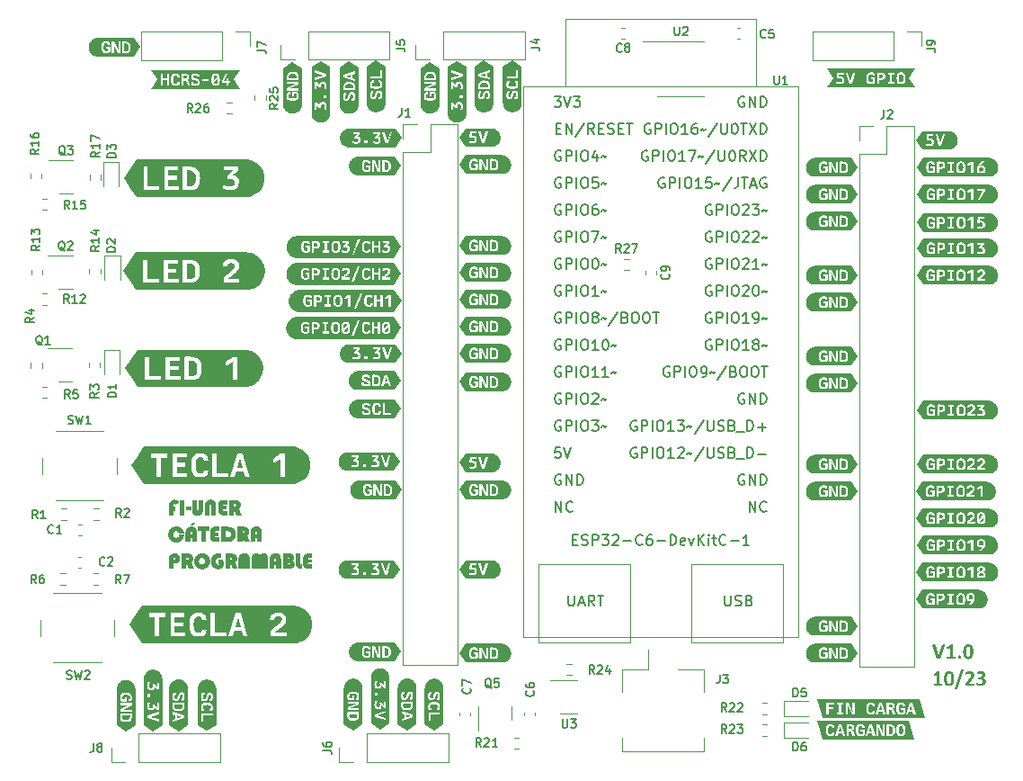
<source format=gbr>
%TF.GenerationSoftware,KiCad,Pcbnew,(7.0.0)*%
%TF.CreationDate,2024-01-22T14:48:15-03:00*%
%TF.ProjectId,ESP-EDU,4553502d-4544-4552-9e6b-696361645f70,rev?*%
%TF.SameCoordinates,Original*%
%TF.FileFunction,Legend,Top*%
%TF.FilePolarity,Positive*%
%FSLAX46Y46*%
G04 Gerber Fmt 4.6, Leading zero omitted, Abs format (unit mm)*
G04 Created by KiCad (PCBNEW (7.0.0)) date 2024-01-22 14:48:15*
%MOMM*%
%LPD*%
G01*
G04 APERTURE LIST*
%ADD10C,0.300000*%
%ADD11C,0.150000*%
%ADD12C,0.120000*%
G04 APERTURE END LIST*
D10*
G36*
X100693161Y-85431238D02*
G01*
X100693161Y-85829842D01*
X100553942Y-85829842D01*
X100553942Y-86205000D01*
X100112473Y-86205000D01*
X100112473Y-85315101D01*
X100112625Y-85299955D01*
X100113080Y-85284973D01*
X100113839Y-85270154D01*
X100114900Y-85255498D01*
X100117934Y-85226675D01*
X100122182Y-85198505D01*
X100127643Y-85170988D01*
X100134318Y-85144123D01*
X100142206Y-85117911D01*
X100151308Y-85092351D01*
X100161623Y-85067444D01*
X100173152Y-85043190D01*
X100185895Y-85019588D01*
X100199851Y-84996639D01*
X100215021Y-84974342D01*
X100231404Y-84952698D01*
X100249001Y-84931706D01*
X100267812Y-84911367D01*
X100287544Y-84891980D01*
X100307906Y-84873844D01*
X100328897Y-84856958D01*
X100350519Y-84841323D01*
X100372769Y-84826939D01*
X100395650Y-84813806D01*
X100419160Y-84801923D01*
X100443300Y-84791291D01*
X100468070Y-84781910D01*
X100493469Y-84773780D01*
X100519498Y-84766901D01*
X100546157Y-84761272D01*
X100573445Y-84756895D01*
X100601364Y-84753768D01*
X100629911Y-84751891D01*
X100659089Y-84751266D01*
X100675248Y-84751481D01*
X100691256Y-84752125D01*
X100707113Y-84753198D01*
X100722819Y-84754701D01*
X100738374Y-84756633D01*
X100753778Y-84758994D01*
X100769031Y-84761785D01*
X100784134Y-84765005D01*
X100799085Y-84768654D01*
X100813885Y-84772733D01*
X100828534Y-84777241D01*
X100843032Y-84782178D01*
X100857380Y-84787545D01*
X100871576Y-84793341D01*
X100885621Y-84799566D01*
X100899515Y-84806221D01*
X100913259Y-84813305D01*
X100926851Y-84820818D01*
X100940292Y-84828761D01*
X100953583Y-84837133D01*
X100966722Y-84845934D01*
X100979711Y-84855165D01*
X100992548Y-84864825D01*
X101005234Y-84874914D01*
X101017770Y-84885433D01*
X101030154Y-84896381D01*
X101042388Y-84907758D01*
X101054470Y-84919565D01*
X101066402Y-84931801D01*
X101078182Y-84944466D01*
X101089812Y-84957561D01*
X101101290Y-84971085D01*
X100735659Y-85235600D01*
X100729455Y-85220279D01*
X100722659Y-85206465D01*
X100712675Y-85190391D01*
X100701639Y-85176996D01*
X100689549Y-85166280D01*
X100676405Y-85158242D01*
X100662209Y-85152884D01*
X100646959Y-85150205D01*
X100638939Y-85149870D01*
X100623749Y-85150927D01*
X100605820Y-85155621D01*
X100590547Y-85164070D01*
X100577931Y-85176274D01*
X100567970Y-85192234D01*
X100562243Y-85206668D01*
X100558009Y-85223215D01*
X100555270Y-85241874D01*
X100554025Y-85262645D01*
X100553942Y-85270038D01*
X100553942Y-85431238D01*
X100693161Y-85431238D01*
G37*
G36*
X101594050Y-84774713D02*
G01*
X101594050Y-86205000D01*
X101152215Y-86205000D01*
X101152215Y-84774713D01*
X101594050Y-84774713D01*
G37*
G36*
X102201482Y-85431238D02*
G01*
X102201482Y-85736053D01*
X101707257Y-85736053D01*
X101707257Y-85431238D01*
X102201482Y-85431238D01*
G37*
G36*
X103327686Y-84774713D02*
G01*
X103327686Y-85696486D01*
X103327542Y-85712164D01*
X103327111Y-85727645D01*
X103326392Y-85742930D01*
X103325385Y-85758018D01*
X103324091Y-85772909D01*
X103322508Y-85787603D01*
X103318481Y-85816401D01*
X103313304Y-85844413D01*
X103306975Y-85871637D01*
X103299496Y-85898074D01*
X103290867Y-85923723D01*
X103281086Y-85948586D01*
X103270156Y-85972662D01*
X103258074Y-85995950D01*
X103244842Y-86018451D01*
X103230459Y-86040166D01*
X103214926Y-86061093D01*
X103198242Y-86081233D01*
X103180408Y-86100586D01*
X103161664Y-86118908D01*
X103142163Y-86136049D01*
X103121903Y-86152007D01*
X103100884Y-86166783D01*
X103079107Y-86180377D01*
X103056571Y-86192789D01*
X103033277Y-86204019D01*
X103009224Y-86214067D01*
X102984413Y-86222933D01*
X102958843Y-86230616D01*
X102932515Y-86237118D01*
X102905428Y-86242437D01*
X102877583Y-86246575D01*
X102848980Y-86249530D01*
X102819618Y-86251303D01*
X102804652Y-86251746D01*
X102789497Y-86251894D01*
X102774404Y-86251750D01*
X102759532Y-86251319D01*
X102744883Y-86250600D01*
X102716249Y-86248298D01*
X102688503Y-86244847D01*
X102661644Y-86240244D01*
X102635672Y-86234491D01*
X102610588Y-86227587D01*
X102586390Y-86219533D01*
X102563080Y-86210328D01*
X102540658Y-86199973D01*
X102519122Y-86188467D01*
X102498474Y-86175810D01*
X102478714Y-86162003D01*
X102459840Y-86147045D01*
X102441854Y-86130936D01*
X102424755Y-86113677D01*
X102416538Y-86104616D01*
X102400878Y-86085666D01*
X102386227Y-86065730D01*
X102372587Y-86044805D01*
X102359958Y-86022894D01*
X102348339Y-85999994D01*
X102337730Y-85976108D01*
X102328131Y-85951234D01*
X102319543Y-85925372D01*
X102311966Y-85898523D01*
X102305398Y-85870686D01*
X102299841Y-85841862D01*
X102297442Y-85827080D01*
X102295295Y-85812051D01*
X102293400Y-85796775D01*
X102291758Y-85781252D01*
X102290369Y-85765482D01*
X102289232Y-85749466D01*
X102288348Y-85733202D01*
X102287717Y-85716692D01*
X102287338Y-85699935D01*
X102287212Y-85682930D01*
X102287212Y-84774713D01*
X102728681Y-84774713D01*
X102728681Y-85682198D01*
X102728994Y-85697237D01*
X102730639Y-85717977D01*
X102733695Y-85736534D01*
X102738161Y-85752908D01*
X102744038Y-85767098D01*
X102754067Y-85782623D01*
X102766604Y-85794267D01*
X102781647Y-85802029D01*
X102799199Y-85805910D01*
X102808914Y-85806395D01*
X102826946Y-85804455D01*
X102842574Y-85798633D01*
X102855798Y-85788930D01*
X102866617Y-85775346D01*
X102875032Y-85757881D01*
X102879765Y-85742235D01*
X102883146Y-85724405D01*
X102885175Y-85704393D01*
X102885851Y-85682198D01*
X102885851Y-84774713D01*
X103327686Y-84774713D01*
G37*
G36*
X103522592Y-86205000D02*
G01*
X103522592Y-85276266D01*
X103522736Y-85261497D01*
X103523886Y-85232512D01*
X103526188Y-85204262D01*
X103529639Y-85176747D01*
X103534242Y-85149968D01*
X103539995Y-85123925D01*
X103546899Y-85098617D01*
X103554953Y-85074045D01*
X103564158Y-85050208D01*
X103574513Y-85027107D01*
X103586019Y-85004742D01*
X103598676Y-84983112D01*
X103612484Y-84962218D01*
X103627442Y-84942059D01*
X103643550Y-84922636D01*
X103660809Y-84903949D01*
X103669870Y-84894881D01*
X103688657Y-84877490D01*
X103708196Y-84861221D01*
X103728487Y-84846074D01*
X103749532Y-84832049D01*
X103771329Y-84819147D01*
X103793879Y-84807366D01*
X103817182Y-84796707D01*
X103841237Y-84787170D01*
X103866046Y-84778755D01*
X103891607Y-84771462D01*
X103917920Y-84765291D01*
X103944987Y-84760242D01*
X103972806Y-84756315D01*
X104001379Y-84753510D01*
X104030703Y-84751827D01*
X104045648Y-84751406D01*
X104060781Y-84751266D01*
X104075874Y-84751403D01*
X104090744Y-84751813D01*
X104105392Y-84752496D01*
X104134020Y-84754683D01*
X104161758Y-84757963D01*
X104188605Y-84762336D01*
X104214563Y-84767803D01*
X104239630Y-84774363D01*
X104263807Y-84782017D01*
X104287094Y-84790764D01*
X104309491Y-84800604D01*
X104330998Y-84811538D01*
X104351615Y-84823565D01*
X104371341Y-84836685D01*
X104390177Y-84850899D01*
X104408123Y-84866206D01*
X104425179Y-84882607D01*
X104433374Y-84891217D01*
X104449079Y-84909136D01*
X104463770Y-84927997D01*
X104477449Y-84947799D01*
X104490114Y-84968543D01*
X104501766Y-84990229D01*
X104512405Y-85012856D01*
X104522031Y-85036425D01*
X104530643Y-85060935D01*
X104538242Y-85086388D01*
X104544828Y-85112782D01*
X104550401Y-85140117D01*
X104554961Y-85168395D01*
X104558507Y-85197614D01*
X104559900Y-85212576D01*
X104561040Y-85227774D01*
X104561927Y-85243208D01*
X104562560Y-85258877D01*
X104562940Y-85274781D01*
X104563066Y-85290921D01*
X104563066Y-86205000D01*
X104121231Y-86205000D01*
X104121231Y-85290921D01*
X104120526Y-85274094D01*
X104118410Y-85258922D01*
X104113396Y-85241268D01*
X104105874Y-85226556D01*
X104095845Y-85214787D01*
X104083308Y-85205960D01*
X104068264Y-85200075D01*
X104050713Y-85197133D01*
X104040997Y-85196765D01*
X104022965Y-85198236D01*
X104007338Y-85202650D01*
X103994114Y-85210006D01*
X103983295Y-85220304D01*
X103974880Y-85233545D01*
X103968869Y-85249728D01*
X103965263Y-85268853D01*
X103964136Y-85285128D01*
X103964061Y-85290921D01*
X103964061Y-86205000D01*
X103522592Y-86205000D01*
G37*
G36*
X105560310Y-85314002D02*
G01*
X105560310Y-85642264D01*
X105275645Y-85642264D01*
X105260289Y-85642649D01*
X105243940Y-85644125D01*
X105227731Y-85647249D01*
X105212985Y-85652664D01*
X105204570Y-85658018D01*
X105194331Y-85669960D01*
X105188358Y-85684685D01*
X105185627Y-85700937D01*
X105185153Y-85712606D01*
X105185836Y-85728135D01*
X105188358Y-85743485D01*
X105193515Y-85757378D01*
X105203376Y-85769270D01*
X105204570Y-85770125D01*
X105219640Y-85776324D01*
X105234066Y-85779329D01*
X105248763Y-85781145D01*
X105265893Y-85782334D01*
X105281349Y-85782835D01*
X105293963Y-85782948D01*
X105587055Y-85782948D01*
X105587055Y-86205000D01*
X105246702Y-86205000D01*
X105232040Y-86204888D01*
X105203361Y-86203995D01*
X105175540Y-86202209D01*
X105148578Y-86199530D01*
X105122475Y-86195958D01*
X105097230Y-86191493D01*
X105072844Y-86186135D01*
X105049316Y-86179884D01*
X105026648Y-86172739D01*
X105004837Y-86164702D01*
X104983886Y-86155772D01*
X104963793Y-86145949D01*
X104944559Y-86135233D01*
X104926184Y-86123624D01*
X104908667Y-86111122D01*
X104892009Y-86097726D01*
X104884002Y-86090694D01*
X104868740Y-86076014D01*
X104854463Y-86060549D01*
X104841171Y-86044300D01*
X104828864Y-86027267D01*
X104817541Y-86009450D01*
X104807202Y-85990848D01*
X104797849Y-85971462D01*
X104789480Y-85951292D01*
X104782095Y-85930338D01*
X104775695Y-85908599D01*
X104770280Y-85886077D01*
X104765849Y-85862769D01*
X104762403Y-85838678D01*
X104759941Y-85813803D01*
X104758465Y-85788143D01*
X104757972Y-85761699D01*
X104757972Y-85205191D01*
X104758439Y-85179995D01*
X104759838Y-85155515D01*
X104762171Y-85131750D01*
X104765437Y-85108700D01*
X104769636Y-85086366D01*
X104774768Y-85064748D01*
X104780833Y-85043845D01*
X104787831Y-85023658D01*
X104795762Y-85004186D01*
X104804626Y-84985430D01*
X104814424Y-84967390D01*
X104825154Y-84950064D01*
X104836818Y-84933455D01*
X104849415Y-84917561D01*
X104862944Y-84902383D01*
X104877407Y-84887920D01*
X104892708Y-84874211D01*
X104908754Y-84861387D01*
X104925544Y-84849447D01*
X104943078Y-84838392D01*
X104961356Y-84828221D01*
X104980378Y-84818935D01*
X105000145Y-84810533D01*
X105020655Y-84803015D01*
X105041910Y-84796382D01*
X105063909Y-84790633D01*
X105086653Y-84785769D01*
X105110140Y-84781789D01*
X105134372Y-84778693D01*
X105159347Y-84776482D01*
X105185067Y-84775156D01*
X105211531Y-84774713D01*
X105587055Y-84774713D01*
X105587055Y-85196765D01*
X105308618Y-85196765D01*
X105291333Y-85197267D01*
X105275748Y-85198774D01*
X105257613Y-85202346D01*
X105242500Y-85207704D01*
X105227860Y-85216914D01*
X105217943Y-85228913D01*
X105212748Y-85243704D01*
X105211898Y-85253918D01*
X105213249Y-85269488D01*
X105217998Y-85283940D01*
X105227286Y-85296190D01*
X105233513Y-85300812D01*
X105248918Y-85307188D01*
X105265387Y-85310704D01*
X105282629Y-85312714D01*
X105299201Y-85313680D01*
X105313901Y-85313989D01*
X105317777Y-85314002D01*
X105560310Y-85314002D01*
G37*
G36*
X106239549Y-85173318D02*
G01*
X106239549Y-86205000D01*
X105797714Y-86205000D01*
X105797714Y-84774713D01*
X106346528Y-84774713D01*
X106362012Y-84774834D01*
X106377279Y-84775197D01*
X106392329Y-84775802D01*
X106407161Y-84776648D01*
X106421776Y-84777737D01*
X106450352Y-84780639D01*
X106478058Y-84784509D01*
X106504894Y-84789346D01*
X106530861Y-84795150D01*
X106555956Y-84801922D01*
X106580182Y-84809662D01*
X106603538Y-84818369D01*
X106626024Y-84828043D01*
X106647639Y-84838685D01*
X106668384Y-84850294D01*
X106688260Y-84862871D01*
X106707265Y-84876415D01*
X106725400Y-84890926D01*
X106734141Y-84898545D01*
X106752863Y-84916237D01*
X106770377Y-84934511D01*
X106786683Y-84953366D01*
X106801781Y-84972802D01*
X106815672Y-84992819D01*
X106828354Y-85013417D01*
X106839829Y-85034596D01*
X106850095Y-85056356D01*
X106859154Y-85078697D01*
X106867005Y-85101619D01*
X106873649Y-85125122D01*
X106879084Y-85149206D01*
X106883312Y-85173872D01*
X106886331Y-85199118D01*
X106888143Y-85224945D01*
X106888747Y-85251353D01*
X106888028Y-85278311D01*
X106885873Y-85304688D01*
X106882281Y-85330484D01*
X106877252Y-85355698D01*
X106870786Y-85380332D01*
X106862884Y-85404385D01*
X106853544Y-85427856D01*
X106842768Y-85450747D01*
X106830555Y-85473057D01*
X106816905Y-85494785D01*
X106801818Y-85515933D01*
X106785295Y-85536499D01*
X106767334Y-85556485D01*
X106747937Y-85575889D01*
X106727103Y-85594712D01*
X106704832Y-85612955D01*
X106949197Y-86205000D01*
X106485013Y-86205000D01*
X106278018Y-85739351D01*
X106278018Y-85360896D01*
X106322714Y-85360896D01*
X106344189Y-85360014D01*
X106363552Y-85357367D01*
X106380803Y-85352956D01*
X106395941Y-85346780D01*
X106408967Y-85338839D01*
X106423049Y-85325507D01*
X106433376Y-85309038D01*
X106438657Y-85294627D01*
X106441825Y-85278452D01*
X106442882Y-85260512D01*
X106441645Y-85244930D01*
X106436150Y-85226537D01*
X106426258Y-85210869D01*
X106411970Y-85197926D01*
X106398368Y-85190007D01*
X106382294Y-85183621D01*
X106363747Y-85178767D01*
X106342727Y-85175446D01*
X106327339Y-85174084D01*
X106310853Y-85173403D01*
X106302198Y-85173318D01*
X106239549Y-85173318D01*
G37*
G36*
X101093230Y-88010956D02*
G01*
X101555216Y-88023046D01*
X101552230Y-88045616D01*
X101548952Y-88067852D01*
X101545381Y-88089754D01*
X101541517Y-88111322D01*
X101537361Y-88132556D01*
X101532912Y-88153455D01*
X101528170Y-88174021D01*
X101523136Y-88194252D01*
X101517809Y-88214149D01*
X101512189Y-88233712D01*
X101506277Y-88252941D01*
X101500072Y-88271836D01*
X101493575Y-88290396D01*
X101486784Y-88308622D01*
X101479701Y-88326514D01*
X101472326Y-88344072D01*
X101464658Y-88361296D01*
X101456697Y-88378186D01*
X101448443Y-88394741D01*
X101439897Y-88410962D01*
X101431058Y-88426849D01*
X101421926Y-88442402D01*
X101412502Y-88457621D01*
X101402785Y-88472506D01*
X101392776Y-88487056D01*
X101382474Y-88501273D01*
X101371879Y-88515155D01*
X101360991Y-88528703D01*
X101349811Y-88541916D01*
X101338338Y-88554796D01*
X101326573Y-88567342D01*
X101314515Y-88579553D01*
X101302194Y-88591386D01*
X101289642Y-88602844D01*
X101276858Y-88613926D01*
X101263842Y-88624633D01*
X101250594Y-88634964D01*
X101237114Y-88644919D01*
X101223403Y-88654498D01*
X101209460Y-88663702D01*
X101195284Y-88672530D01*
X101180877Y-88680983D01*
X101166239Y-88689060D01*
X101151368Y-88696761D01*
X101136265Y-88704086D01*
X101120931Y-88711036D01*
X101105365Y-88717610D01*
X101089567Y-88723809D01*
X101073537Y-88729632D01*
X101057275Y-88735079D01*
X101040782Y-88740150D01*
X101024056Y-88744846D01*
X101007099Y-88749166D01*
X100989910Y-88753111D01*
X100972489Y-88756680D01*
X100954836Y-88759873D01*
X100936952Y-88762690D01*
X100918835Y-88765132D01*
X100900487Y-88767198D01*
X100881907Y-88768889D01*
X100863095Y-88770204D01*
X100844051Y-88771143D01*
X100824776Y-88771706D01*
X100805268Y-88771894D01*
X100785425Y-88771685D01*
X100765785Y-88771057D01*
X100746348Y-88770010D01*
X100727112Y-88768545D01*
X100708080Y-88766662D01*
X100689249Y-88764359D01*
X100670622Y-88761638D01*
X100652197Y-88758499D01*
X100633974Y-88754941D01*
X100615954Y-88750964D01*
X100598136Y-88746569D01*
X100580521Y-88741755D01*
X100563108Y-88736522D01*
X100545898Y-88730871D01*
X100528890Y-88724802D01*
X100512085Y-88718313D01*
X100495482Y-88711406D01*
X100479082Y-88704081D01*
X100462885Y-88696337D01*
X100446889Y-88688174D01*
X100431097Y-88679593D01*
X100415507Y-88670593D01*
X100400119Y-88661174D01*
X100384934Y-88651337D01*
X100369951Y-88641082D01*
X100355171Y-88630407D01*
X100340593Y-88619314D01*
X100326218Y-88607803D01*
X100312046Y-88595873D01*
X100298075Y-88583524D01*
X100284308Y-88570757D01*
X100270743Y-88557571D01*
X100257512Y-88544076D01*
X100244701Y-88530380D01*
X100232310Y-88516484D01*
X100220339Y-88502387D01*
X100208788Y-88488091D01*
X100197657Y-88473593D01*
X100186947Y-88458896D01*
X100176656Y-88443998D01*
X100166785Y-88428900D01*
X100157334Y-88413601D01*
X100148304Y-88398102D01*
X100139693Y-88382403D01*
X100131502Y-88366503D01*
X100123732Y-88350403D01*
X100116381Y-88334103D01*
X100109451Y-88317602D01*
X100102940Y-88300901D01*
X100096850Y-88284000D01*
X100091179Y-88266898D01*
X100085929Y-88249596D01*
X100081099Y-88232094D01*
X100076688Y-88214391D01*
X100072698Y-88196488D01*
X100069128Y-88178384D01*
X100065978Y-88160080D01*
X100063247Y-88141576D01*
X100060937Y-88122871D01*
X100059047Y-88103966D01*
X100057577Y-88084861D01*
X100056527Y-88065555D01*
X100055897Y-88046049D01*
X100055687Y-88026343D01*
X100055901Y-88006475D01*
X100056543Y-87986807D01*
X100057612Y-87967337D01*
X100059110Y-87948067D01*
X100061036Y-87928995D01*
X100063389Y-87910122D01*
X100066170Y-87891449D01*
X100069380Y-87872974D01*
X100073017Y-87854698D01*
X100077082Y-87836621D01*
X100081575Y-87818742D01*
X100086496Y-87801063D01*
X100091845Y-87783583D01*
X100097621Y-87766301D01*
X100103826Y-87749219D01*
X100110458Y-87732336D01*
X100117519Y-87715651D01*
X100125007Y-87699165D01*
X100132923Y-87682878D01*
X100141267Y-87666791D01*
X100150039Y-87650902D01*
X100159239Y-87635212D01*
X100168867Y-87619721D01*
X100178923Y-87604429D01*
X100189406Y-87589335D01*
X100200318Y-87574441D01*
X100211657Y-87559746D01*
X100223424Y-87545249D01*
X100235620Y-87530952D01*
X100248243Y-87516853D01*
X100261294Y-87502954D01*
X100274773Y-87489253D01*
X100288588Y-87475842D01*
X100302602Y-87462856D01*
X100316815Y-87450296D01*
X100331227Y-87438162D01*
X100345838Y-87426454D01*
X100360648Y-87415171D01*
X100375657Y-87404315D01*
X100390864Y-87393884D01*
X100406271Y-87383878D01*
X100421877Y-87374299D01*
X100437681Y-87365145D01*
X100453684Y-87356417D01*
X100469887Y-87348115D01*
X100486288Y-87340238D01*
X100502888Y-87332788D01*
X100519687Y-87325763D01*
X100536685Y-87319164D01*
X100553882Y-87312990D01*
X100571278Y-87307242D01*
X100588873Y-87301920D01*
X100606667Y-87297024D01*
X100624659Y-87292554D01*
X100642851Y-87288509D01*
X100661241Y-87284890D01*
X100679831Y-87281697D01*
X100698619Y-87278930D01*
X100717606Y-87276588D01*
X100736792Y-87274672D01*
X100756178Y-87273182D01*
X100775762Y-87272118D01*
X100795544Y-87271479D01*
X100815526Y-87271266D01*
X100835162Y-87271470D01*
X100854594Y-87272080D01*
X100873822Y-87273098D01*
X100892846Y-87274523D01*
X100911667Y-87276355D01*
X100930283Y-87278595D01*
X100948695Y-87281241D01*
X100966904Y-87284295D01*
X100984908Y-87287756D01*
X101002708Y-87291624D01*
X101020305Y-87295899D01*
X101037698Y-87300581D01*
X101054886Y-87305670D01*
X101071871Y-87311167D01*
X101088652Y-87317071D01*
X101105229Y-87323381D01*
X101121602Y-87330099D01*
X101137771Y-87337225D01*
X101153736Y-87344757D01*
X101169497Y-87352696D01*
X101185054Y-87361043D01*
X101200408Y-87369797D01*
X101215557Y-87378957D01*
X101230503Y-87388526D01*
X101245244Y-87398501D01*
X101259782Y-87408883D01*
X101274115Y-87419673D01*
X101288245Y-87430869D01*
X101302171Y-87442473D01*
X101315893Y-87454484D01*
X101329411Y-87466902D01*
X101342725Y-87479727D01*
X101360764Y-87498260D01*
X101378153Y-87517772D01*
X101394893Y-87538263D01*
X101410983Y-87559732D01*
X101426423Y-87582181D01*
X101441214Y-87605608D01*
X101455354Y-87630014D01*
X101468845Y-87655399D01*
X101481687Y-87681763D01*
X101487864Y-87695312D01*
X101493878Y-87709106D01*
X101499731Y-87723144D01*
X101505420Y-87737427D01*
X101510948Y-87751955D01*
X101516313Y-87766728D01*
X101521515Y-87781745D01*
X101526555Y-87797007D01*
X101531433Y-87812514D01*
X101536148Y-87828266D01*
X101540700Y-87844262D01*
X101545091Y-87860503D01*
X101549319Y-87876989D01*
X101553384Y-87893719D01*
X101082606Y-87925959D01*
X101072721Y-87900627D01*
X101061843Y-87876929D01*
X101049972Y-87854866D01*
X101037108Y-87834437D01*
X101023251Y-87815642D01*
X101008400Y-87798481D01*
X100992556Y-87782955D01*
X100975719Y-87769064D01*
X100957889Y-87756806D01*
X100939066Y-87746183D01*
X100919249Y-87737194D01*
X100898439Y-87729840D01*
X100876636Y-87724120D01*
X100853840Y-87720034D01*
X100830051Y-87717582D01*
X100805268Y-87716765D01*
X100789324Y-87717106D01*
X100773732Y-87718127D01*
X100758492Y-87719830D01*
X100743604Y-87722215D01*
X100729069Y-87725280D01*
X100714885Y-87729027D01*
X100694269Y-87735924D01*
X100674446Y-87744354D01*
X100655415Y-87754317D01*
X100637176Y-87765812D01*
X100619729Y-87778840D01*
X100608537Y-87788377D01*
X100597698Y-87798595D01*
X100592411Y-87803960D01*
X100582295Y-87815048D01*
X100572833Y-87826514D01*
X100564023Y-87838358D01*
X100555866Y-87850580D01*
X100548361Y-87863179D01*
X100541509Y-87876156D01*
X100535309Y-87889512D01*
X100529762Y-87903244D01*
X100524868Y-87917355D01*
X100520626Y-87931844D01*
X100517037Y-87946710D01*
X100514100Y-87961954D01*
X100511816Y-87977576D01*
X100510185Y-87993576D01*
X100509206Y-88009954D01*
X100508879Y-88026709D01*
X100509200Y-88042791D01*
X100510162Y-88058520D01*
X100511765Y-88073897D01*
X100514009Y-88088922D01*
X100516894Y-88103596D01*
X100520420Y-88117917D01*
X100526911Y-88138738D01*
X100534846Y-88158768D01*
X100544222Y-88178005D01*
X100555041Y-88196450D01*
X100567303Y-88214103D01*
X100581007Y-88230964D01*
X100590945Y-88241765D01*
X100606781Y-88256889D01*
X100623377Y-88270526D01*
X100640733Y-88282675D01*
X100658848Y-88293337D01*
X100677724Y-88302510D01*
X100697360Y-88310196D01*
X100717755Y-88316395D01*
X100738910Y-88321106D01*
X100753436Y-88323420D01*
X100768300Y-88325073D01*
X100783501Y-88326065D01*
X100799040Y-88326395D01*
X100814775Y-88326090D01*
X100830107Y-88325176D01*
X100845034Y-88323652D01*
X100859559Y-88321518D01*
X100880589Y-88317174D01*
X100900710Y-88311459D01*
X100919924Y-88304371D01*
X100938230Y-88295913D01*
X100955627Y-88286082D01*
X100972117Y-88274879D01*
X100987699Y-88262305D01*
X101002372Y-88248360D01*
X101016057Y-88233013D01*
X101028673Y-88216237D01*
X101040220Y-88198031D01*
X101047324Y-88185099D01*
X101053953Y-88171533D01*
X101060107Y-88157330D01*
X101065785Y-88142492D01*
X101070989Y-88127019D01*
X101075717Y-88110911D01*
X101079971Y-88094167D01*
X101083749Y-88076787D01*
X101087052Y-88058773D01*
X101089880Y-88040122D01*
X101092232Y-88020837D01*
X101093230Y-88010956D01*
G37*
G36*
X102253140Y-87998133D02*
G01*
X102253140Y-88396737D01*
X102132240Y-88396737D01*
X102132240Y-88725000D01*
X101690771Y-88725000D01*
X101690771Y-87817515D01*
X101690912Y-87801484D01*
X101691337Y-87785676D01*
X101692046Y-87770091D01*
X101693037Y-87754730D01*
X101694313Y-87739591D01*
X101695871Y-87724676D01*
X101697713Y-87709984D01*
X101702247Y-87681271D01*
X101707914Y-87653450D01*
X101714715Y-87626522D01*
X101722649Y-87600487D01*
X101731716Y-87575346D01*
X101741917Y-87551097D01*
X101753251Y-87527741D01*
X101765719Y-87505278D01*
X101779321Y-87483709D01*
X101794055Y-87463032D01*
X101809923Y-87443248D01*
X101826925Y-87424358D01*
X101835851Y-87415247D01*
X101854440Y-87397812D01*
X101873936Y-87381502D01*
X101894339Y-87366316D01*
X101915650Y-87352255D01*
X101937868Y-87339320D01*
X101960993Y-87327509D01*
X101985026Y-87316823D01*
X102009965Y-87307261D01*
X102035813Y-87298825D01*
X102062567Y-87291513D01*
X102090229Y-87285327D01*
X102118799Y-87280265D01*
X102133423Y-87278156D01*
X102148275Y-87276328D01*
X102163354Y-87274781D01*
X102178659Y-87273516D01*
X102194191Y-87272532D01*
X102209950Y-87271829D01*
X102225936Y-87271407D01*
X102242149Y-87271266D01*
X102257798Y-87271394D01*
X102273191Y-87271777D01*
X102288329Y-87272416D01*
X102303211Y-87273310D01*
X102317838Y-87274459D01*
X102346326Y-87277525D01*
X102373792Y-87281612D01*
X102400236Y-87286721D01*
X102425658Y-87292852D01*
X102450059Y-87300005D01*
X102473437Y-87308179D01*
X102495794Y-87317375D01*
X102517129Y-87327594D01*
X102537442Y-87338833D01*
X102556734Y-87351095D01*
X102575003Y-87364379D01*
X102592251Y-87378684D01*
X102608477Y-87394011D01*
X102616207Y-87402058D01*
X102630980Y-87418907D01*
X102644800Y-87436846D01*
X102657667Y-87455875D01*
X102669581Y-87475995D01*
X102680542Y-87497205D01*
X102690550Y-87519506D01*
X102699605Y-87542898D01*
X102707706Y-87567380D01*
X102714855Y-87592953D01*
X102721050Y-87619616D01*
X102726292Y-87647369D01*
X102730581Y-87676213D01*
X102732368Y-87691044D01*
X102733917Y-87706148D01*
X102735228Y-87721524D01*
X102736300Y-87737173D01*
X102737134Y-87753094D01*
X102737729Y-87769288D01*
X102738087Y-87785755D01*
X102738206Y-87802494D01*
X102738206Y-88725000D01*
X102296371Y-88725000D01*
X102296371Y-87831071D01*
X102296107Y-87814905D01*
X102295317Y-87800113D01*
X102293589Y-87783555D01*
X102290429Y-87766519D01*
X102285245Y-87750551D01*
X102279518Y-87740212D01*
X102268013Y-87728878D01*
X102254040Y-87721917D01*
X102238920Y-87718230D01*
X102223812Y-87716857D01*
X102218335Y-87716765D01*
X102202949Y-87717770D01*
X102184788Y-87722235D01*
X102169318Y-87730272D01*
X102156538Y-87741881D01*
X102146449Y-87757062D01*
X102140647Y-87770792D01*
X102136359Y-87786532D01*
X102133585Y-87804280D01*
X102132324Y-87824038D01*
X102132240Y-87831071D01*
X102132240Y-87998133D01*
X102253140Y-87998133D01*
G37*
G36*
X102641852Y-86896109D02*
G01*
X102330443Y-87200924D01*
X102042847Y-87200924D01*
X102320551Y-86896109D01*
X102641852Y-86896109D01*
G37*
G36*
X103597697Y-87716765D02*
G01*
X103597697Y-88725000D01*
X103155861Y-88725000D01*
X103155861Y-87716765D01*
X102835293Y-87716765D01*
X102835293Y-87294713D01*
X103917166Y-87294713D01*
X103917166Y-87716765D01*
X103597697Y-87716765D01*
G37*
G36*
X104815858Y-87834002D02*
G01*
X104815858Y-88162264D01*
X104531193Y-88162264D01*
X104515837Y-88162649D01*
X104499488Y-88164125D01*
X104483279Y-88167249D01*
X104468533Y-88172664D01*
X104460118Y-88178018D01*
X104449879Y-88189960D01*
X104443905Y-88204685D01*
X104441175Y-88220937D01*
X104440701Y-88232606D01*
X104441383Y-88248135D01*
X104443905Y-88263485D01*
X104449063Y-88277378D01*
X104458924Y-88289270D01*
X104460118Y-88290125D01*
X104475188Y-88296324D01*
X104489613Y-88299329D01*
X104504311Y-88301145D01*
X104521441Y-88302334D01*
X104536897Y-88302835D01*
X104549511Y-88302948D01*
X104842602Y-88302948D01*
X104842602Y-88725000D01*
X104502250Y-88725000D01*
X104487588Y-88724888D01*
X104458909Y-88723995D01*
X104431088Y-88722209D01*
X104404126Y-88719530D01*
X104378022Y-88715958D01*
X104352778Y-88711493D01*
X104328392Y-88706135D01*
X104304864Y-88699884D01*
X104282195Y-88692739D01*
X104260385Y-88684702D01*
X104239434Y-88675772D01*
X104219341Y-88665949D01*
X104200107Y-88655233D01*
X104181731Y-88643624D01*
X104164215Y-88631122D01*
X104147556Y-88617726D01*
X104139549Y-88610694D01*
X104124288Y-88596014D01*
X104110011Y-88580549D01*
X104096719Y-88564300D01*
X104084412Y-88547267D01*
X104073089Y-88529450D01*
X104062750Y-88510848D01*
X104053397Y-88491462D01*
X104045027Y-88471292D01*
X104037643Y-88450338D01*
X104031243Y-88428599D01*
X104025828Y-88406077D01*
X104021397Y-88382769D01*
X104017951Y-88358678D01*
X104015489Y-88333803D01*
X104014012Y-88308143D01*
X104013520Y-88281699D01*
X104013520Y-87725191D01*
X104013987Y-87699995D01*
X104015386Y-87675515D01*
X104017719Y-87651750D01*
X104020985Y-87628700D01*
X104025184Y-87606366D01*
X104030316Y-87584748D01*
X104036381Y-87563845D01*
X104043379Y-87543658D01*
X104051310Y-87524186D01*
X104060174Y-87505430D01*
X104069972Y-87487390D01*
X104080702Y-87470064D01*
X104092366Y-87453455D01*
X104104962Y-87437561D01*
X104118492Y-87422383D01*
X104132955Y-87407920D01*
X104148256Y-87394211D01*
X104164302Y-87381387D01*
X104181092Y-87369447D01*
X104198626Y-87358392D01*
X104216904Y-87348221D01*
X104235926Y-87338935D01*
X104255693Y-87330533D01*
X104276203Y-87323015D01*
X104297458Y-87316382D01*
X104319457Y-87310633D01*
X104342200Y-87305769D01*
X104365688Y-87301789D01*
X104389919Y-87298693D01*
X104414895Y-87296482D01*
X104440615Y-87295156D01*
X104467079Y-87294713D01*
X104842602Y-87294713D01*
X104842602Y-87716765D01*
X104564166Y-87716765D01*
X104546881Y-87717267D01*
X104531296Y-87718774D01*
X104513161Y-87722346D01*
X104498048Y-87727704D01*
X104483408Y-87736914D01*
X104473490Y-87748913D01*
X104468295Y-87763704D01*
X104467445Y-87773918D01*
X104468796Y-87789488D01*
X104473546Y-87803940D01*
X104482834Y-87816190D01*
X104489061Y-87820812D01*
X104504465Y-87827188D01*
X104520935Y-87830704D01*
X104538177Y-87832714D01*
X104554749Y-87833680D01*
X104569449Y-87833989D01*
X104573325Y-87834002D01*
X104815858Y-87834002D01*
G37*
G36*
X105495097Y-87716765D02*
G01*
X105495097Y-88725000D01*
X105053262Y-88725000D01*
X105053262Y-87294713D01*
X105610136Y-87294713D01*
X105632652Y-87294874D01*
X105654862Y-87295356D01*
X105676767Y-87296159D01*
X105698366Y-87297284D01*
X105719660Y-87298729D01*
X105740649Y-87300497D01*
X105761331Y-87302585D01*
X105781709Y-87304994D01*
X105801780Y-87307725D01*
X105821546Y-87310778D01*
X105841007Y-87314151D01*
X105860162Y-87317846D01*
X105879012Y-87321862D01*
X105897556Y-87326199D01*
X105915794Y-87330858D01*
X105933727Y-87335838D01*
X105951354Y-87341139D01*
X105968676Y-87346761D01*
X105985692Y-87352705D01*
X106002403Y-87358970D01*
X106018808Y-87365557D01*
X106034908Y-87372464D01*
X106050702Y-87379693D01*
X106066190Y-87387243D01*
X106081373Y-87395115D01*
X106096251Y-87403307D01*
X106110823Y-87411822D01*
X106125089Y-87420657D01*
X106139050Y-87429813D01*
X106152705Y-87439291D01*
X106166055Y-87449090D01*
X106179099Y-87459211D01*
X106194201Y-87471667D01*
X106208823Y-87484398D01*
X106222966Y-87497404D01*
X106236630Y-87510685D01*
X106249814Y-87524241D01*
X106262519Y-87538071D01*
X106274744Y-87552176D01*
X106286490Y-87566556D01*
X106297756Y-87581210D01*
X106308543Y-87596140D01*
X106318851Y-87611344D01*
X106328679Y-87626823D01*
X106338028Y-87642576D01*
X106346897Y-87658605D01*
X106355287Y-87674908D01*
X106363197Y-87691486D01*
X106370628Y-87708339D01*
X106377580Y-87725466D01*
X106384052Y-87742868D01*
X106390045Y-87760546D01*
X106395558Y-87778497D01*
X106400592Y-87796724D01*
X106405147Y-87815225D01*
X106409222Y-87834002D01*
X106412818Y-87853053D01*
X106415934Y-87872378D01*
X106418571Y-87891979D01*
X106420728Y-87911854D01*
X106422406Y-87932004D01*
X106423605Y-87952429D01*
X106424324Y-87973128D01*
X106424563Y-87994103D01*
X106424359Y-88014160D01*
X106423745Y-88033985D01*
X106422722Y-88053578D01*
X106421289Y-88072940D01*
X106419447Y-88092069D01*
X106417196Y-88110967D01*
X106414536Y-88129633D01*
X106411466Y-88148067D01*
X106407987Y-88166270D01*
X106404098Y-88184240D01*
X106399801Y-88201979D01*
X106395094Y-88219485D01*
X106389978Y-88236760D01*
X106384452Y-88253804D01*
X106378517Y-88270615D01*
X106372173Y-88287194D01*
X106365420Y-88303542D01*
X106358257Y-88319658D01*
X106350685Y-88335541D01*
X106342704Y-88351193D01*
X106334313Y-88366614D01*
X106325513Y-88381802D01*
X106316304Y-88396759D01*
X106306686Y-88411483D01*
X106296658Y-88425976D01*
X106286221Y-88440237D01*
X106275374Y-88454266D01*
X106264119Y-88468064D01*
X106252454Y-88481629D01*
X106240379Y-88494963D01*
X106227896Y-88508065D01*
X106215003Y-88520935D01*
X106201788Y-88533489D01*
X106188340Y-88545646D01*
X106174657Y-88557403D01*
X106160741Y-88568762D01*
X106146591Y-88579723D01*
X106132206Y-88590285D01*
X106117588Y-88600448D01*
X106102735Y-88610213D01*
X106087649Y-88619579D01*
X106072328Y-88628547D01*
X106056774Y-88637116D01*
X106040986Y-88645287D01*
X106024963Y-88653059D01*
X106008707Y-88660432D01*
X105992217Y-88667407D01*
X105975492Y-88673983D01*
X105958534Y-88680161D01*
X105941342Y-88685940D01*
X105923915Y-88691321D01*
X105906255Y-88696303D01*
X105888361Y-88700886D01*
X105870233Y-88705071D01*
X105851871Y-88708858D01*
X105833274Y-88712245D01*
X105814444Y-88715235D01*
X105795380Y-88717825D01*
X105776082Y-88720017D01*
X105756550Y-88721811D01*
X105736783Y-88723206D01*
X105716783Y-88724202D01*
X105696549Y-88724800D01*
X105676081Y-88725000D01*
X105659792Y-88725167D01*
X105642952Y-88725562D01*
X105627341Y-88726046D01*
X105609830Y-88726679D01*
X105590418Y-88727460D01*
X105574613Y-88728144D01*
X105557738Y-88728911D01*
X105539794Y-88729762D01*
X105539794Y-88302948D01*
X105618562Y-88302948D01*
X105640336Y-88302652D01*
X105661418Y-88301766D01*
X105681809Y-88300288D01*
X105701509Y-88298219D01*
X105720518Y-88295560D01*
X105738835Y-88292309D01*
X105756462Y-88288467D01*
X105773397Y-88284034D01*
X105789640Y-88279010D01*
X105805193Y-88273395D01*
X105820054Y-88267189D01*
X105834225Y-88260392D01*
X105847703Y-88253004D01*
X105860491Y-88245025D01*
X105872588Y-88236455D01*
X105894707Y-88217541D01*
X105914061Y-88196264D01*
X105930651Y-88172622D01*
X105944475Y-88146616D01*
X105950351Y-88132726D01*
X105955535Y-88118245D01*
X105960028Y-88103173D01*
X105963830Y-88087511D01*
X105966940Y-88071257D01*
X105969359Y-88054412D01*
X105971087Y-88036976D01*
X105972124Y-88018949D01*
X105972470Y-88000331D01*
X105972130Y-87982885D01*
X105971112Y-87965993D01*
X105969414Y-87949655D01*
X105967037Y-87933870D01*
X105963982Y-87918640D01*
X105960247Y-87903963D01*
X105955833Y-87889840D01*
X105944968Y-87863256D01*
X105931387Y-87838887D01*
X105915089Y-87816733D01*
X105896075Y-87796795D01*
X105874345Y-87779072D01*
X105849899Y-87763564D01*
X105836657Y-87756641D01*
X105822737Y-87750272D01*
X105808137Y-87744457D01*
X105792858Y-87739196D01*
X105776900Y-87734488D01*
X105760263Y-87730334D01*
X105742947Y-87726734D01*
X105724952Y-87723688D01*
X105706278Y-87721196D01*
X105686924Y-87719257D01*
X105666892Y-87717873D01*
X105646181Y-87717042D01*
X105624790Y-87716765D01*
X105495097Y-87716765D01*
G37*
G36*
X107030896Y-87693318D02*
G01*
X107030896Y-88725000D01*
X106589061Y-88725000D01*
X106589061Y-87294713D01*
X107137875Y-87294713D01*
X107153359Y-87294834D01*
X107168626Y-87295197D01*
X107183676Y-87295802D01*
X107198508Y-87296648D01*
X107213122Y-87297737D01*
X107241699Y-87300639D01*
X107269405Y-87304509D01*
X107296241Y-87309346D01*
X107322207Y-87315150D01*
X107347303Y-87321922D01*
X107371529Y-87329662D01*
X107394885Y-87338369D01*
X107417370Y-87348043D01*
X107438986Y-87358685D01*
X107459731Y-87370294D01*
X107479607Y-87382871D01*
X107498612Y-87396415D01*
X107516747Y-87410926D01*
X107525488Y-87418545D01*
X107544210Y-87436237D01*
X107561724Y-87454511D01*
X107578030Y-87473366D01*
X107593128Y-87492802D01*
X107607018Y-87512819D01*
X107619701Y-87533417D01*
X107631175Y-87554596D01*
X107641442Y-87576356D01*
X107650501Y-87598697D01*
X107658352Y-87621619D01*
X107664995Y-87645122D01*
X107670431Y-87669206D01*
X107674658Y-87693872D01*
X107677678Y-87719118D01*
X107679490Y-87744945D01*
X107680094Y-87771353D01*
X107679375Y-87798311D01*
X107677220Y-87824688D01*
X107673628Y-87850484D01*
X107668599Y-87875698D01*
X107662133Y-87900332D01*
X107654231Y-87924385D01*
X107644891Y-87947856D01*
X107634115Y-87970747D01*
X107621902Y-87993057D01*
X107608252Y-88014785D01*
X107593165Y-88035933D01*
X107576642Y-88056499D01*
X107558681Y-88076485D01*
X107539284Y-88095889D01*
X107518450Y-88114712D01*
X107496179Y-88132955D01*
X107740544Y-88725000D01*
X107276360Y-88725000D01*
X107069364Y-88259351D01*
X107069364Y-87880896D01*
X107114061Y-87880896D01*
X107135536Y-87880014D01*
X107154899Y-87877367D01*
X107172150Y-87872956D01*
X107187288Y-87866780D01*
X107200314Y-87858839D01*
X107214396Y-87845507D01*
X107224723Y-87829038D01*
X107230004Y-87814627D01*
X107233172Y-87798452D01*
X107234228Y-87780512D01*
X107232992Y-87764930D01*
X107227496Y-87746537D01*
X107217605Y-87730869D01*
X107203316Y-87717926D01*
X107189715Y-87710007D01*
X107173641Y-87703621D01*
X107155094Y-87698767D01*
X107134074Y-87695446D01*
X107118686Y-87694084D01*
X107102200Y-87693403D01*
X107093545Y-87693318D01*
X107030896Y-87693318D01*
G37*
G36*
X108378750Y-87998133D02*
G01*
X108378750Y-88396737D01*
X108257850Y-88396737D01*
X108257850Y-88725000D01*
X107816381Y-88725000D01*
X107816381Y-87817515D01*
X107816523Y-87801484D01*
X107816948Y-87785676D01*
X107817656Y-87770091D01*
X107818648Y-87754730D01*
X107819923Y-87739591D01*
X107821482Y-87724676D01*
X107823324Y-87709984D01*
X107827857Y-87681271D01*
X107833524Y-87653450D01*
X107840325Y-87626522D01*
X107848259Y-87600487D01*
X107857327Y-87575346D01*
X107867528Y-87551097D01*
X107878862Y-87527741D01*
X107891330Y-87505278D01*
X107904931Y-87483709D01*
X107919666Y-87463032D01*
X107935534Y-87443248D01*
X107952536Y-87424358D01*
X107961461Y-87415247D01*
X107980050Y-87397812D01*
X107999546Y-87381502D01*
X108019950Y-87366316D01*
X108041260Y-87352255D01*
X108063478Y-87339320D01*
X108086603Y-87327509D01*
X108110636Y-87316823D01*
X108135576Y-87307261D01*
X108161423Y-87298825D01*
X108188178Y-87291513D01*
X108215840Y-87285327D01*
X108244409Y-87280265D01*
X108259034Y-87278156D01*
X108273886Y-87276328D01*
X108288964Y-87274781D01*
X108304270Y-87273516D01*
X108319802Y-87272532D01*
X108335561Y-87271829D01*
X108351547Y-87271407D01*
X108367759Y-87271266D01*
X108383408Y-87271394D01*
X108398802Y-87271777D01*
X108413940Y-87272416D01*
X108428822Y-87273310D01*
X108443449Y-87274459D01*
X108471937Y-87277525D01*
X108499403Y-87281612D01*
X108525847Y-87286721D01*
X108551269Y-87292852D01*
X108575669Y-87300005D01*
X108599048Y-87308179D01*
X108621405Y-87317375D01*
X108642740Y-87327594D01*
X108663053Y-87338833D01*
X108682344Y-87351095D01*
X108700614Y-87364379D01*
X108717862Y-87378684D01*
X108734088Y-87394011D01*
X108741817Y-87402058D01*
X108756591Y-87418907D01*
X108770411Y-87436846D01*
X108783278Y-87455875D01*
X108795192Y-87475995D01*
X108806153Y-87497205D01*
X108816161Y-87519506D01*
X108825215Y-87542898D01*
X108833317Y-87567380D01*
X108840465Y-87592953D01*
X108846661Y-87619616D01*
X108851903Y-87647369D01*
X108856192Y-87676213D01*
X108857979Y-87691044D01*
X108859528Y-87706148D01*
X108860838Y-87721524D01*
X108861910Y-87737173D01*
X108862744Y-87753094D01*
X108863340Y-87769288D01*
X108863698Y-87785755D01*
X108863817Y-87802494D01*
X108863817Y-88725000D01*
X108421981Y-88725000D01*
X108421981Y-87831071D01*
X108421718Y-87814905D01*
X108420928Y-87800113D01*
X108419200Y-87783555D01*
X108416040Y-87766519D01*
X108410856Y-87750551D01*
X108405129Y-87740212D01*
X108393624Y-87728878D01*
X108379650Y-87721917D01*
X108364531Y-87718230D01*
X108349423Y-87716857D01*
X108343946Y-87716765D01*
X108328560Y-87717770D01*
X108310399Y-87722235D01*
X108294928Y-87730272D01*
X108282149Y-87741881D01*
X108272059Y-87757062D01*
X108266258Y-87770792D01*
X108261970Y-87786532D01*
X108259195Y-87804280D01*
X108257934Y-87824038D01*
X108257850Y-87831071D01*
X108257850Y-87998133D01*
X108378750Y-87998133D01*
G37*
G36*
X100598639Y-90757002D02*
G01*
X100598639Y-90362794D01*
X100613989Y-90362488D01*
X100635157Y-90360880D01*
X100654097Y-90357894D01*
X100670809Y-90353530D01*
X100685292Y-90347788D01*
X100701138Y-90337987D01*
X100713022Y-90325737D01*
X100720944Y-90311037D01*
X100724906Y-90293886D01*
X100725401Y-90284392D01*
X100724067Y-90267734D01*
X100720066Y-90253297D01*
X100711313Y-90238374D01*
X100698391Y-90226922D01*
X100685053Y-90220259D01*
X100669048Y-90215816D01*
X100650375Y-90213595D01*
X100640038Y-90213318D01*
X100624652Y-90214168D01*
X100606491Y-90217946D01*
X100591021Y-90224747D01*
X100578241Y-90234570D01*
X100568151Y-90247415D01*
X100560753Y-90263284D01*
X100556044Y-90282174D01*
X100554279Y-90298326D01*
X100553942Y-90310038D01*
X100553942Y-91245000D01*
X100112473Y-91245000D01*
X100112473Y-90353635D01*
X100112582Y-90337059D01*
X100112908Y-90320851D01*
X100113452Y-90305013D01*
X100114214Y-90289544D01*
X100115192Y-90274445D01*
X100116389Y-90259714D01*
X100118591Y-90238311D01*
X100121283Y-90217738D01*
X100124465Y-90197997D01*
X100128135Y-90179086D01*
X100132296Y-90161005D01*
X100136945Y-90143756D01*
X100140317Y-90132718D01*
X100145951Y-90116540D01*
X100152274Y-90100569D01*
X100159286Y-90084804D01*
X100166987Y-90069245D01*
X100175377Y-90053892D01*
X100184457Y-90038745D01*
X100194225Y-90023804D01*
X100204683Y-90009070D01*
X100215829Y-89994541D01*
X100227665Y-89980218D01*
X100235938Y-89970785D01*
X100250489Y-89955435D01*
X100265704Y-89940710D01*
X100281582Y-89926609D01*
X100298123Y-89913134D01*
X100315327Y-89900283D01*
X100333195Y-89888056D01*
X100351726Y-89876455D01*
X100364449Y-89869067D01*
X100377466Y-89861958D01*
X100390778Y-89855125D01*
X100404385Y-89848571D01*
X100418287Y-89842294D01*
X100425348Y-89839260D01*
X100439617Y-89833448D01*
X100453936Y-89828011D01*
X100468307Y-89822949D01*
X100482730Y-89818263D01*
X100497204Y-89813951D01*
X100511730Y-89810014D01*
X100526308Y-89806452D01*
X100540936Y-89803265D01*
X100555617Y-89800452D01*
X100570349Y-89798015D01*
X100585132Y-89795953D01*
X100599967Y-89794266D01*
X100614853Y-89792953D01*
X100629791Y-89792016D01*
X100644781Y-89791454D01*
X100659822Y-89791266D01*
X100686934Y-89791831D01*
X100713500Y-89793527D01*
X100739519Y-89796354D01*
X100764991Y-89800311D01*
X100789917Y-89805398D01*
X100814296Y-89811616D01*
X100838128Y-89818965D01*
X100861413Y-89827445D01*
X100884152Y-89837054D01*
X100906345Y-89847795D01*
X100927990Y-89859666D01*
X100949089Y-89872668D01*
X100969641Y-89886800D01*
X100989647Y-89902063D01*
X101009106Y-89918456D01*
X101028018Y-89935980D01*
X101046118Y-89954341D01*
X101063051Y-89973246D01*
X101078816Y-89992695D01*
X101093414Y-90012687D01*
X101106843Y-90033224D01*
X101119105Y-90054304D01*
X101130199Y-90075928D01*
X101140125Y-90098096D01*
X101148884Y-90120808D01*
X101156474Y-90144063D01*
X101162897Y-90167863D01*
X101168152Y-90192206D01*
X101172239Y-90217093D01*
X101175159Y-90242524D01*
X101176910Y-90268498D01*
X101177494Y-90295017D01*
X101176969Y-90320767D01*
X101175393Y-90345902D01*
X101172767Y-90370421D01*
X101169091Y-90394325D01*
X101164364Y-90417613D01*
X101158586Y-90440286D01*
X101151759Y-90462344D01*
X101143880Y-90483786D01*
X101134952Y-90504613D01*
X101124973Y-90524825D01*
X101113943Y-90544421D01*
X101101863Y-90563402D01*
X101088733Y-90581767D01*
X101074552Y-90599517D01*
X101059320Y-90616652D01*
X101043039Y-90633171D01*
X101027216Y-90647634D01*
X101010432Y-90661164D01*
X100992686Y-90673760D01*
X100973979Y-90685424D01*
X100954310Y-90696154D01*
X100933679Y-90705952D01*
X100912086Y-90714816D01*
X100889532Y-90722747D01*
X100866016Y-90729745D01*
X100841538Y-90735810D01*
X100816099Y-90740942D01*
X100789698Y-90745141D01*
X100762335Y-90748407D01*
X100734010Y-90750740D01*
X100704724Y-90752139D01*
X100689720Y-90752489D01*
X100674476Y-90752606D01*
X100598639Y-90757002D01*
G37*
G36*
X101762578Y-90213318D02*
G01*
X101762578Y-91245000D01*
X101320743Y-91245000D01*
X101320743Y-89814713D01*
X101869556Y-89814713D01*
X101885041Y-89814834D01*
X101900308Y-89815197D01*
X101915358Y-89815802D01*
X101930190Y-89816648D01*
X101944804Y-89817737D01*
X101973381Y-89820639D01*
X102001087Y-89824509D01*
X102027923Y-89829346D01*
X102053889Y-89835150D01*
X102078985Y-89841922D01*
X102103211Y-89849662D01*
X102126567Y-89858369D01*
X102149052Y-89868043D01*
X102170668Y-89878685D01*
X102191413Y-89890294D01*
X102211288Y-89902871D01*
X102230294Y-89916415D01*
X102248429Y-89930926D01*
X102257170Y-89938545D01*
X102275892Y-89956237D01*
X102293405Y-89974511D01*
X102309712Y-89993366D01*
X102324810Y-90012802D01*
X102338700Y-90032819D01*
X102351383Y-90053417D01*
X102362857Y-90074596D01*
X102373124Y-90096356D01*
X102382183Y-90118697D01*
X102390034Y-90141619D01*
X102396677Y-90165122D01*
X102402113Y-90189206D01*
X102406340Y-90213872D01*
X102409360Y-90239118D01*
X102411172Y-90264945D01*
X102411775Y-90291353D01*
X102411057Y-90318311D01*
X102408902Y-90344688D01*
X102405310Y-90370484D01*
X102400281Y-90395698D01*
X102393815Y-90420332D01*
X102385912Y-90444385D01*
X102376573Y-90467856D01*
X102365797Y-90490747D01*
X102353584Y-90513057D01*
X102339934Y-90534785D01*
X102324847Y-90555933D01*
X102308323Y-90576499D01*
X102290363Y-90596485D01*
X102270966Y-90615889D01*
X102250132Y-90634712D01*
X102227861Y-90652955D01*
X102472226Y-91245000D01*
X102008042Y-91245000D01*
X101801046Y-90779351D01*
X101801046Y-90400896D01*
X101845743Y-90400896D01*
X101867218Y-90400014D01*
X101886581Y-90397367D01*
X101903831Y-90392956D01*
X101918970Y-90386780D01*
X101931996Y-90378839D01*
X101946078Y-90365507D01*
X101956405Y-90349038D01*
X101961686Y-90334627D01*
X101964854Y-90318452D01*
X101965910Y-90300512D01*
X101964674Y-90284930D01*
X101959178Y-90266537D01*
X101949286Y-90250869D01*
X101934998Y-90237926D01*
X101921397Y-90230007D01*
X101905323Y-90223621D01*
X101886775Y-90218767D01*
X101865755Y-90215446D01*
X101850368Y-90214084D01*
X101833882Y-90213403D01*
X101825226Y-90213318D01*
X101762578Y-90213318D01*
G37*
G36*
X103274044Y-89791482D02*
G01*
X103292773Y-89792129D01*
X103311333Y-89793208D01*
X103329724Y-89794718D01*
X103347946Y-89796660D01*
X103366000Y-89799033D01*
X103383884Y-89801837D01*
X103401600Y-89805073D01*
X103419147Y-89808741D01*
X103436525Y-89812840D01*
X103453734Y-89817371D01*
X103470774Y-89822333D01*
X103487646Y-89827726D01*
X103504348Y-89833551D01*
X103520882Y-89839808D01*
X103537247Y-89846495D01*
X103553442Y-89853615D01*
X103569469Y-89861166D01*
X103585328Y-89869148D01*
X103601017Y-89877562D01*
X103616537Y-89886407D01*
X103631889Y-89895684D01*
X103647071Y-89905392D01*
X103662085Y-89915532D01*
X103676930Y-89926104D01*
X103691606Y-89937106D01*
X103706113Y-89948540D01*
X103720452Y-89960406D01*
X103734621Y-89972703D01*
X103748622Y-89985432D01*
X103762453Y-89998592D01*
X103776116Y-90012184D01*
X103789482Y-90026076D01*
X103802424Y-90040139D01*
X103814942Y-90054372D01*
X103827035Y-90068776D01*
X103838704Y-90083349D01*
X103849948Y-90098093D01*
X103860769Y-90113008D01*
X103871165Y-90128092D01*
X103881136Y-90143347D01*
X103890684Y-90158772D01*
X103899807Y-90174368D01*
X103908505Y-90190134D01*
X103916780Y-90206070D01*
X103924630Y-90222176D01*
X103932055Y-90238453D01*
X103939057Y-90254900D01*
X103945634Y-90271517D01*
X103951786Y-90288305D01*
X103957515Y-90305263D01*
X103962819Y-90322391D01*
X103967698Y-90339690D01*
X103972154Y-90357159D01*
X103976185Y-90374798D01*
X103979792Y-90392607D01*
X103982974Y-90410587D01*
X103985732Y-90428737D01*
X103988066Y-90447057D01*
X103989975Y-90465548D01*
X103991461Y-90484209D01*
X103992521Y-90503040D01*
X103993158Y-90522042D01*
X103993370Y-90541214D01*
X103993156Y-90560677D01*
X103992514Y-90579957D01*
X103991444Y-90599053D01*
X103989947Y-90617967D01*
X103988021Y-90636697D01*
X103985668Y-90655245D01*
X103982886Y-90673609D01*
X103979677Y-90691789D01*
X103976040Y-90709787D01*
X103971975Y-90727602D01*
X103967482Y-90745233D01*
X103962561Y-90762681D01*
X103957212Y-90779946D01*
X103951436Y-90797028D01*
X103945231Y-90813926D01*
X103938599Y-90830642D01*
X103931538Y-90847174D01*
X103924050Y-90863523D01*
X103916134Y-90879689D01*
X103907790Y-90895671D01*
X103899018Y-90911471D01*
X103889818Y-90927087D01*
X103880190Y-90942520D01*
X103870134Y-90957770D01*
X103859651Y-90972837D01*
X103848739Y-90987720D01*
X103837400Y-91002421D01*
X103825632Y-91016938D01*
X103813437Y-91031272D01*
X103800814Y-91045423D01*
X103787763Y-91059390D01*
X103774284Y-91073175D01*
X103760522Y-91086631D01*
X103746576Y-91099660D01*
X103732447Y-91112262D01*
X103718133Y-91124437D01*
X103703636Y-91136185D01*
X103688954Y-91147505D01*
X103674089Y-91158398D01*
X103659040Y-91168864D01*
X103643807Y-91178903D01*
X103628390Y-91188515D01*
X103612789Y-91197700D01*
X103597004Y-91206457D01*
X103581035Y-91214787D01*
X103564883Y-91222690D01*
X103548546Y-91230166D01*
X103532026Y-91237214D01*
X103515322Y-91243836D01*
X103498433Y-91250030D01*
X103481361Y-91255797D01*
X103464105Y-91261137D01*
X103446665Y-91266049D01*
X103429042Y-91270535D01*
X103411234Y-91274593D01*
X103393242Y-91278224D01*
X103375067Y-91281428D01*
X103356708Y-91284205D01*
X103338164Y-91286554D01*
X103319437Y-91288477D01*
X103300526Y-91289972D01*
X103281431Y-91291040D01*
X103262152Y-91291681D01*
X103242690Y-91291894D01*
X103223361Y-91291679D01*
X103204210Y-91291035D01*
X103185236Y-91289962D01*
X103166440Y-91288459D01*
X103147821Y-91286527D01*
X103129380Y-91284166D01*
X103111116Y-91281375D01*
X103093030Y-91278155D01*
X103075121Y-91274506D01*
X103057389Y-91270427D01*
X103039835Y-91265919D01*
X103022459Y-91260982D01*
X103005260Y-91255615D01*
X102988238Y-91249819D01*
X102971394Y-91243594D01*
X102954727Y-91236939D01*
X102938238Y-91229855D01*
X102921926Y-91222342D01*
X102905792Y-91214399D01*
X102889835Y-91206028D01*
X102874056Y-91197226D01*
X102858454Y-91187996D01*
X102843029Y-91178336D01*
X102827782Y-91168246D01*
X102812713Y-91157728D01*
X102797820Y-91146780D01*
X102783106Y-91135402D01*
X102768568Y-91123596D01*
X102754209Y-91111360D01*
X102740026Y-91098694D01*
X102726022Y-91085600D01*
X102712194Y-91072076D01*
X102698670Y-91058226D01*
X102685576Y-91044199D01*
X102672910Y-91029996D01*
X102660674Y-91015615D01*
X102648868Y-91001058D01*
X102637490Y-90986325D01*
X102626542Y-90971414D01*
X102616024Y-90956327D01*
X102605934Y-90941063D01*
X102596274Y-90925623D01*
X102587044Y-90910006D01*
X102578242Y-90894211D01*
X102569870Y-90878241D01*
X102561928Y-90862093D01*
X102554414Y-90845769D01*
X102547330Y-90829268D01*
X102540676Y-90812590D01*
X102534450Y-90795735D01*
X102528654Y-90778704D01*
X102523288Y-90761496D01*
X102518350Y-90744111D01*
X102513842Y-90726550D01*
X102509764Y-90708811D01*
X102506114Y-90690896D01*
X102502894Y-90672805D01*
X102500104Y-90654536D01*
X102497742Y-90636091D01*
X102495810Y-90617469D01*
X102494308Y-90598670D01*
X102493234Y-90579695D01*
X102492590Y-90560543D01*
X102492380Y-90541580D01*
X102944469Y-90541580D01*
X102944811Y-90557235D01*
X102945837Y-90572601D01*
X102947547Y-90587678D01*
X102949942Y-90602465D01*
X102953020Y-90616964D01*
X102956782Y-90631173D01*
X102963709Y-90651946D01*
X102972174Y-90672067D01*
X102982179Y-90691539D01*
X102989703Y-90704158D01*
X102997912Y-90716489D01*
X103006805Y-90728530D01*
X103016382Y-90740282D01*
X103026643Y-90751745D01*
X103032030Y-90757369D01*
X103043157Y-90768149D01*
X103054556Y-90778234D01*
X103066227Y-90787624D01*
X103078169Y-90796318D01*
X103096593Y-90808055D01*
X103115629Y-90818227D01*
X103135276Y-90826834D01*
X103155535Y-90833876D01*
X103176406Y-90839353D01*
X103197889Y-90843265D01*
X103212550Y-90845004D01*
X103227484Y-90846047D01*
X103242690Y-90846395D01*
X103258200Y-90846049D01*
X103273407Y-90845010D01*
X103288311Y-90843278D01*
X103302911Y-90840854D01*
X103324242Y-90835919D01*
X103344891Y-90829425D01*
X103364857Y-90821373D01*
X103384141Y-90811762D01*
X103402741Y-90800593D01*
X103420660Y-90787866D01*
X103432226Y-90778515D01*
X103443489Y-90768471D01*
X103454448Y-90757735D01*
X103464963Y-90746458D01*
X103474799Y-90734883D01*
X103483956Y-90723011D01*
X103492436Y-90710840D01*
X103500237Y-90698373D01*
X103510666Y-90679113D01*
X103519569Y-90659183D01*
X103526946Y-90638584D01*
X103531017Y-90624479D01*
X103534408Y-90610076D01*
X103537122Y-90595376D01*
X103539157Y-90580378D01*
X103540513Y-90565082D01*
X103541192Y-90549488D01*
X103541277Y-90541580D01*
X103540937Y-90525839D01*
X103539920Y-90510399D01*
X103538224Y-90495259D01*
X103535850Y-90480420D01*
X103532797Y-90465882D01*
X103529066Y-90451643D01*
X103522198Y-90430850D01*
X103513804Y-90410732D01*
X103503883Y-90391291D01*
X103492436Y-90372526D01*
X103483956Y-90360392D01*
X103474799Y-90348558D01*
X103464963Y-90337024D01*
X103454448Y-90325792D01*
X103443489Y-90315011D01*
X103432226Y-90304926D01*
X103420660Y-90295536D01*
X103408790Y-90286842D01*
X103390417Y-90275106D01*
X103371361Y-90264934D01*
X103351622Y-90256327D01*
X103331201Y-90249284D01*
X103310097Y-90243807D01*
X103295649Y-90241025D01*
X103280897Y-90238939D01*
X103265841Y-90237547D01*
X103250483Y-90236852D01*
X103242690Y-90236765D01*
X103227354Y-90237114D01*
X103212304Y-90238162D01*
X103197541Y-90239908D01*
X103183064Y-90242352D01*
X103161885Y-90247328D01*
X103141350Y-90253875D01*
X103121459Y-90261994D01*
X103102212Y-90271684D01*
X103083609Y-90282946D01*
X103071565Y-90291326D01*
X103059807Y-90300405D01*
X103048335Y-90310182D01*
X103037149Y-90320658D01*
X103031664Y-90326158D01*
X103021105Y-90337432D01*
X103011228Y-90348998D01*
X103002031Y-90360857D01*
X102993516Y-90373007D01*
X102985682Y-90385449D01*
X102975209Y-90404659D01*
X102966268Y-90424527D01*
X102958860Y-90445051D01*
X102952984Y-90466232D01*
X102949919Y-90480718D01*
X102947535Y-90495495D01*
X102945832Y-90510565D01*
X102944810Y-90525927D01*
X102944469Y-90541580D01*
X102492380Y-90541580D01*
X102492376Y-90541214D01*
X102492592Y-90521662D01*
X102493240Y-90502299D01*
X102494321Y-90483125D01*
X102495833Y-90464140D01*
X102497778Y-90445344D01*
X102500155Y-90426736D01*
X102502964Y-90408318D01*
X102506206Y-90390088D01*
X102509880Y-90372048D01*
X102513985Y-90354196D01*
X102518523Y-90336533D01*
X102523494Y-90319060D01*
X102528896Y-90301775D01*
X102534731Y-90284679D01*
X102540998Y-90267771D01*
X102547697Y-90251053D01*
X102554828Y-90234524D01*
X102562391Y-90218183D01*
X102570387Y-90202032D01*
X102578815Y-90186069D01*
X102587675Y-90170296D01*
X102596967Y-90154711D01*
X102606691Y-90139315D01*
X102616848Y-90124108D01*
X102627437Y-90109090D01*
X102638458Y-90094261D01*
X102649911Y-90079621D01*
X102661796Y-90065169D01*
X102674114Y-90050907D01*
X102686864Y-90036833D01*
X102700045Y-90022949D01*
X102713660Y-90009253D01*
X102727609Y-89995842D01*
X102741749Y-89982856D01*
X102756082Y-89970296D01*
X102770606Y-89958162D01*
X102785323Y-89946454D01*
X102800230Y-89935171D01*
X102815330Y-89924315D01*
X102830621Y-89913884D01*
X102846105Y-89903878D01*
X102861780Y-89894299D01*
X102877646Y-89885145D01*
X102893705Y-89876417D01*
X102909955Y-89868115D01*
X102926397Y-89860238D01*
X102943031Y-89852788D01*
X102959856Y-89845763D01*
X102976874Y-89839164D01*
X102994083Y-89832990D01*
X103011484Y-89827242D01*
X103029076Y-89821920D01*
X103046861Y-89817024D01*
X103064837Y-89812554D01*
X103083005Y-89808509D01*
X103101365Y-89804890D01*
X103119916Y-89801697D01*
X103138659Y-89798930D01*
X103157594Y-89796588D01*
X103176721Y-89794672D01*
X103196040Y-89793182D01*
X103215550Y-89792118D01*
X103235252Y-89791479D01*
X103255146Y-89791266D01*
X103274044Y-89791482D01*
G37*
G36*
X104753576Y-90424344D02*
G01*
X105169766Y-90424344D01*
X105186092Y-90445832D01*
X105201365Y-90467431D01*
X105215584Y-90489143D01*
X105228750Y-90510966D01*
X105240863Y-90532900D01*
X105251923Y-90554947D01*
X105261929Y-90577105D01*
X105270882Y-90599374D01*
X105278782Y-90621755D01*
X105285628Y-90644248D01*
X105291422Y-90666852D01*
X105296161Y-90689568D01*
X105299848Y-90712396D01*
X105302481Y-90735335D01*
X105304061Y-90758386D01*
X105304588Y-90781549D01*
X105303984Y-90808342D01*
X105302172Y-90834591D01*
X105299152Y-90860297D01*
X105294925Y-90885459D01*
X105289490Y-90910077D01*
X105282846Y-90934151D01*
X105274995Y-90957681D01*
X105265936Y-90980668D01*
X105255670Y-91003110D01*
X105244195Y-91025009D01*
X105231512Y-91046364D01*
X105217622Y-91067175D01*
X105202524Y-91087443D01*
X105186218Y-91107166D01*
X105168704Y-91126346D01*
X105149982Y-91144982D01*
X105130424Y-91162772D01*
X105110312Y-91179415D01*
X105089644Y-91194909D01*
X105068420Y-91209256D01*
X105046642Y-91222455D01*
X105024308Y-91234507D01*
X105001418Y-91245410D01*
X104977974Y-91255166D01*
X104953974Y-91263774D01*
X104929419Y-91271235D01*
X104904309Y-91277547D01*
X104878644Y-91282712D01*
X104852423Y-91286729D01*
X104825647Y-91289599D01*
X104798315Y-91291320D01*
X104770429Y-91291894D01*
X104752288Y-91291678D01*
X104734320Y-91291031D01*
X104716525Y-91289952D01*
X104698902Y-91288442D01*
X104681451Y-91286501D01*
X104664173Y-91284127D01*
X104647067Y-91281323D01*
X104630134Y-91278087D01*
X104613373Y-91274419D01*
X104596785Y-91270320D01*
X104580369Y-91265790D01*
X104564126Y-91260828D01*
X104548055Y-91255434D01*
X104532156Y-91249609D01*
X104516430Y-91243353D01*
X104500876Y-91236665D01*
X104485495Y-91229545D01*
X104470286Y-91221994D01*
X104455250Y-91214012D01*
X104440386Y-91205598D01*
X104425695Y-91196753D01*
X104411176Y-91187476D01*
X104396829Y-91177768D01*
X104382655Y-91167628D01*
X104368653Y-91157057D01*
X104354824Y-91146054D01*
X104341167Y-91134620D01*
X104327683Y-91122754D01*
X104314371Y-91110457D01*
X104301232Y-91097728D01*
X104288265Y-91084568D01*
X104275471Y-91070976D01*
X104262983Y-91057053D01*
X104250893Y-91042942D01*
X104239198Y-91028645D01*
X104227900Y-91014161D01*
X104216999Y-90999491D01*
X104206494Y-90984633D01*
X104196385Y-90969589D01*
X104186673Y-90954358D01*
X104177357Y-90938940D01*
X104168438Y-90923336D01*
X104159915Y-90907545D01*
X104151788Y-90891567D01*
X104144058Y-90875402D01*
X104136724Y-90859050D01*
X104129787Y-90842512D01*
X104123246Y-90825787D01*
X104117102Y-90808875D01*
X104111354Y-90791777D01*
X104106002Y-90774492D01*
X104101047Y-90757019D01*
X104096488Y-90739361D01*
X104092326Y-90721515D01*
X104088560Y-90703483D01*
X104085190Y-90685264D01*
X104082217Y-90666858D01*
X104079640Y-90648265D01*
X104077460Y-90629486D01*
X104075676Y-90610520D01*
X104074289Y-90591367D01*
X104073298Y-90572027D01*
X104072703Y-90552501D01*
X104072505Y-90532787D01*
X104072707Y-90513016D01*
X104073313Y-90493452D01*
X104074324Y-90474095D01*
X104075739Y-90454946D01*
X104077558Y-90436005D01*
X104079782Y-90417271D01*
X104082410Y-90398745D01*
X104085442Y-90380426D01*
X104088878Y-90362314D01*
X104092719Y-90344410D01*
X104096964Y-90326714D01*
X104101614Y-90309225D01*
X104106667Y-90291944D01*
X104112125Y-90274870D01*
X104117987Y-90258003D01*
X104124254Y-90241345D01*
X104130924Y-90224893D01*
X104138000Y-90208649D01*
X104145479Y-90192613D01*
X104153362Y-90176784D01*
X104161650Y-90161163D01*
X104170343Y-90145749D01*
X104179439Y-90130543D01*
X104188940Y-90115544D01*
X104198845Y-90100753D01*
X104209154Y-90086169D01*
X104219868Y-90071793D01*
X104230986Y-90057624D01*
X104242508Y-90043663D01*
X104254435Y-90029909D01*
X104266765Y-90016363D01*
X104279501Y-90003025D01*
X104292538Y-89989997D01*
X104305776Y-89977382D01*
X104319214Y-89965181D01*
X104332852Y-89953394D01*
X104346691Y-89942020D01*
X104360730Y-89931060D01*
X104374970Y-89920513D01*
X104389410Y-89910380D01*
X104404050Y-89900661D01*
X104418891Y-89891355D01*
X104433932Y-89882463D01*
X104449173Y-89873984D01*
X104464615Y-89865919D01*
X104480257Y-89858268D01*
X104496099Y-89851030D01*
X104512142Y-89844206D01*
X104528385Y-89837795D01*
X104544828Y-89831798D01*
X104561472Y-89826215D01*
X104578316Y-89821045D01*
X104595361Y-89816288D01*
X104612606Y-89811946D01*
X104630051Y-89808017D01*
X104647697Y-89804501D01*
X104665543Y-89801399D01*
X104683589Y-89798711D01*
X104701836Y-89796436D01*
X104720283Y-89794575D01*
X104738930Y-89793127D01*
X104757778Y-89792093D01*
X104776826Y-89791473D01*
X104796074Y-89791266D01*
X104816135Y-89791559D01*
X104836749Y-89792438D01*
X104857917Y-89793903D01*
X104879640Y-89795954D01*
X104894429Y-89797647D01*
X104909464Y-89799601D01*
X104924745Y-89801815D01*
X104940273Y-89804289D01*
X104956047Y-89807024D01*
X104972066Y-89810019D01*
X104988332Y-89813275D01*
X105004845Y-89816791D01*
X105021603Y-89820568D01*
X105038607Y-89824605D01*
X105038607Y-90261678D01*
X105017871Y-90257226D01*
X104997700Y-90253211D01*
X104978097Y-90249635D01*
X104959060Y-90246497D01*
X104940591Y-90243796D01*
X104922687Y-90241533D01*
X104905351Y-90239709D01*
X104888581Y-90238322D01*
X104872378Y-90237373D01*
X104856742Y-90236862D01*
X104846632Y-90236765D01*
X104829024Y-90237111D01*
X104811828Y-90238150D01*
X104795044Y-90239882D01*
X104778672Y-90242306D01*
X104762712Y-90245423D01*
X104747165Y-90249233D01*
X104732029Y-90253735D01*
X104717306Y-90258930D01*
X104702995Y-90264818D01*
X104689096Y-90271398D01*
X104675609Y-90278671D01*
X104662534Y-90286636D01*
X104649872Y-90295295D01*
X104637622Y-90304645D01*
X104625783Y-90314689D01*
X104614357Y-90325425D01*
X104603488Y-90336672D01*
X104593320Y-90348340D01*
X104583853Y-90360429D01*
X104575088Y-90372938D01*
X104567024Y-90385868D01*
X104559660Y-90399219D01*
X104552999Y-90412991D01*
X104547038Y-90427183D01*
X104541779Y-90441796D01*
X104537221Y-90456830D01*
X104533364Y-90472284D01*
X104530208Y-90488160D01*
X104527754Y-90504456D01*
X104526001Y-90521172D01*
X104524949Y-90538310D01*
X104524598Y-90555868D01*
X104524923Y-90573767D01*
X104525898Y-90591194D01*
X104527522Y-90608148D01*
X104529796Y-90624630D01*
X104532720Y-90640640D01*
X104536293Y-90656178D01*
X104540516Y-90671243D01*
X104545389Y-90685836D01*
X104550912Y-90699957D01*
X104557084Y-90713605D01*
X104563907Y-90726782D01*
X104571378Y-90739485D01*
X104579500Y-90751717D01*
X104588271Y-90763477D01*
X104597692Y-90774764D01*
X104607763Y-90785579D01*
X104618390Y-90795783D01*
X104635201Y-90809854D01*
X104653055Y-90822444D01*
X104671952Y-90833553D01*
X104685129Y-90840136D01*
X104698771Y-90846061D01*
X104712876Y-90851327D01*
X104727445Y-90855936D01*
X104742477Y-90859886D01*
X104757973Y-90863177D01*
X104773933Y-90865810D01*
X104790356Y-90867785D01*
X104807243Y-90869102D01*
X104824594Y-90869760D01*
X104833443Y-90869842D01*
X104848109Y-90869359D01*
X104865420Y-90867213D01*
X104880166Y-90863349D01*
X104894993Y-90856104D01*
X104905812Y-90846175D01*
X104913505Y-90830720D01*
X104915509Y-90814888D01*
X104913107Y-90799756D01*
X104904480Y-90787013D01*
X104889580Y-90779125D01*
X104874287Y-90776395D01*
X104865317Y-90776053D01*
X104753576Y-90776053D01*
X104753576Y-90424344D01*
G37*
G36*
X105886374Y-90213318D02*
G01*
X105886374Y-91245000D01*
X105444539Y-91245000D01*
X105444539Y-89814713D01*
X105993353Y-89814713D01*
X106008837Y-89814834D01*
X106024104Y-89815197D01*
X106039154Y-89815802D01*
X106053986Y-89816648D01*
X106068600Y-89817737D01*
X106097177Y-89820639D01*
X106124883Y-89824509D01*
X106151719Y-89829346D01*
X106177685Y-89835150D01*
X106202781Y-89841922D01*
X106227007Y-89849662D01*
X106250363Y-89858369D01*
X106272848Y-89868043D01*
X106294464Y-89878685D01*
X106315209Y-89890294D01*
X106335085Y-89902871D01*
X106354090Y-89916415D01*
X106372225Y-89930926D01*
X106380966Y-89938545D01*
X106399688Y-89956237D01*
X106417202Y-89974511D01*
X106433508Y-89993366D01*
X106448606Y-90012802D01*
X106462496Y-90032819D01*
X106475179Y-90053417D01*
X106486654Y-90074596D01*
X106496920Y-90096356D01*
X106505979Y-90118697D01*
X106513830Y-90141619D01*
X106520474Y-90165122D01*
X106525909Y-90189206D01*
X106530136Y-90213872D01*
X106533156Y-90239118D01*
X106534968Y-90264945D01*
X106535572Y-90291353D01*
X106534853Y-90318311D01*
X106532698Y-90344688D01*
X106529106Y-90370484D01*
X106524077Y-90395698D01*
X106517611Y-90420332D01*
X106509709Y-90444385D01*
X106500369Y-90467856D01*
X106489593Y-90490747D01*
X106477380Y-90513057D01*
X106463730Y-90534785D01*
X106448643Y-90555933D01*
X106432120Y-90576499D01*
X106414159Y-90596485D01*
X106394762Y-90615889D01*
X106373928Y-90634712D01*
X106351657Y-90652955D01*
X106596022Y-91245000D01*
X106131838Y-91245000D01*
X105924842Y-90779351D01*
X105924842Y-90400896D01*
X105969539Y-90400896D01*
X105991014Y-90400014D01*
X106010377Y-90397367D01*
X106027628Y-90392956D01*
X106042766Y-90386780D01*
X106055792Y-90378839D01*
X106069874Y-90365507D01*
X106080201Y-90349038D01*
X106085482Y-90334627D01*
X106088650Y-90318452D01*
X106089706Y-90300512D01*
X106088470Y-90284930D01*
X106082974Y-90266537D01*
X106073083Y-90250869D01*
X106058794Y-90237926D01*
X106045193Y-90230007D01*
X106029119Y-90223621D01*
X106010572Y-90218767D01*
X105989552Y-90215446D01*
X105974164Y-90214084D01*
X105957678Y-90213403D01*
X105949023Y-90213318D01*
X105886374Y-90213318D01*
G37*
G36*
X107234228Y-90518133D02*
G01*
X107234228Y-90916737D01*
X107113328Y-90916737D01*
X107113328Y-91245000D01*
X106671859Y-91245000D01*
X106671859Y-90337515D01*
X106672001Y-90321484D01*
X106672426Y-90305676D01*
X106673134Y-90290091D01*
X106674126Y-90274730D01*
X106675401Y-90259591D01*
X106676960Y-90244676D01*
X106678802Y-90229984D01*
X106683335Y-90201271D01*
X106689003Y-90173450D01*
X106695803Y-90146522D01*
X106703737Y-90120487D01*
X106712805Y-90095346D01*
X106723006Y-90071097D01*
X106734340Y-90047741D01*
X106746808Y-90025278D01*
X106760409Y-90003709D01*
X106775144Y-89983032D01*
X106791012Y-89963248D01*
X106808014Y-89944358D01*
X106816939Y-89935247D01*
X106835528Y-89917812D01*
X106855024Y-89901502D01*
X106875428Y-89886316D01*
X106896738Y-89872255D01*
X106918956Y-89859320D01*
X106942082Y-89847509D01*
X106966114Y-89836823D01*
X106991054Y-89827261D01*
X107016901Y-89818825D01*
X107043656Y-89811513D01*
X107071318Y-89805327D01*
X107099887Y-89800265D01*
X107114512Y-89798156D01*
X107129364Y-89796328D01*
X107144442Y-89794781D01*
X107159748Y-89793516D01*
X107175280Y-89792532D01*
X107191039Y-89791829D01*
X107207025Y-89791407D01*
X107223237Y-89791266D01*
X107238886Y-89791394D01*
X107254280Y-89791777D01*
X107269418Y-89792416D01*
X107284300Y-89793310D01*
X107298927Y-89794459D01*
X107327415Y-89797525D01*
X107354881Y-89801612D01*
X107381325Y-89806721D01*
X107406747Y-89812852D01*
X107431147Y-89820005D01*
X107454526Y-89828179D01*
X107476883Y-89837375D01*
X107498218Y-89847594D01*
X107518531Y-89858833D01*
X107537822Y-89871095D01*
X107556092Y-89884379D01*
X107573340Y-89898684D01*
X107589566Y-89914011D01*
X107597295Y-89922058D01*
X107612069Y-89938907D01*
X107625889Y-89956846D01*
X107638756Y-89975875D01*
X107650670Y-89995995D01*
X107661631Y-90017205D01*
X107671639Y-90039506D01*
X107680693Y-90062898D01*
X107688795Y-90087380D01*
X107695943Y-90112953D01*
X107702139Y-90139616D01*
X107707381Y-90167369D01*
X107711670Y-90196213D01*
X107713457Y-90211044D01*
X107715006Y-90226148D01*
X107716316Y-90241524D01*
X107717388Y-90257173D01*
X107718222Y-90273094D01*
X107718818Y-90289288D01*
X107719176Y-90305755D01*
X107719295Y-90322494D01*
X107719295Y-91245000D01*
X107277459Y-91245000D01*
X107277459Y-90351071D01*
X107277196Y-90334905D01*
X107276406Y-90320113D01*
X107274678Y-90303555D01*
X107271518Y-90286519D01*
X107266334Y-90270551D01*
X107260607Y-90260212D01*
X107249102Y-90248878D01*
X107235128Y-90241917D01*
X107220009Y-90238230D01*
X107204901Y-90236857D01*
X107199424Y-90236765D01*
X107184038Y-90237770D01*
X107165877Y-90242235D01*
X107150406Y-90250272D01*
X107137627Y-90261881D01*
X107127537Y-90277062D01*
X107121736Y-90290792D01*
X107117448Y-90306532D01*
X107114673Y-90324280D01*
X107113412Y-90344038D01*
X107113328Y-90351071D01*
X107113328Y-90518133D01*
X107234228Y-90518133D01*
G37*
G36*
X107914567Y-91245000D02*
G01*
X107914567Y-90214783D01*
X107915026Y-90191739D01*
X107916404Y-90169228D01*
X107918701Y-90147249D01*
X107921917Y-90125802D01*
X107926052Y-90104888D01*
X107931105Y-90084506D01*
X107937077Y-90064657D01*
X107943968Y-90045340D01*
X107951777Y-90026555D01*
X107960505Y-90008303D01*
X107970153Y-89990583D01*
X107980718Y-89973395D01*
X107992203Y-89956740D01*
X108004607Y-89940617D01*
X108017929Y-89925026D01*
X108032170Y-89909968D01*
X108047186Y-89895594D01*
X108062744Y-89882147D01*
X108078843Y-89869628D01*
X108095482Y-89858036D01*
X108112663Y-89847371D01*
X108130384Y-89837634D01*
X108148646Y-89828824D01*
X108167450Y-89820942D01*
X108186794Y-89813986D01*
X108206679Y-89807959D01*
X108227106Y-89802858D01*
X108248073Y-89798685D01*
X108269581Y-89795439D01*
X108291630Y-89793121D01*
X108314220Y-89791730D01*
X108337351Y-89791266D01*
X108364757Y-89791953D01*
X108391287Y-89794014D01*
X108416941Y-89797448D01*
X108441719Y-89802257D01*
X108465622Y-89808439D01*
X108488648Y-89815996D01*
X108510799Y-89824926D01*
X108532074Y-89835230D01*
X108552473Y-89846908D01*
X108571996Y-89859959D01*
X108590643Y-89874385D01*
X108608415Y-89890184D01*
X108625311Y-89907358D01*
X108641331Y-89925905D01*
X108656475Y-89945826D01*
X108670743Y-89967121D01*
X108682611Y-89951021D01*
X108694858Y-89935694D01*
X108707486Y-89921139D01*
X108720494Y-89907358D01*
X108733881Y-89894349D01*
X108747649Y-89882113D01*
X108761797Y-89870650D01*
X108776324Y-89859959D01*
X108791232Y-89850042D01*
X108806519Y-89840897D01*
X108816922Y-89835230D01*
X108833056Y-89827373D01*
X108849860Y-89820289D01*
X108867334Y-89813978D01*
X108885478Y-89808439D01*
X108904291Y-89803674D01*
X108923774Y-89799681D01*
X108943927Y-89796461D01*
X108964750Y-89794014D01*
X108986242Y-89792339D01*
X109000943Y-89791652D01*
X109015941Y-89791309D01*
X109023551Y-89791266D01*
X109047604Y-89791733D01*
X109070944Y-89793132D01*
X109093571Y-89795465D01*
X109115486Y-89798731D01*
X109136688Y-89802930D01*
X109157177Y-89808062D01*
X109176954Y-89814127D01*
X109196017Y-89821125D01*
X109214369Y-89829056D01*
X109232007Y-89837920D01*
X109248933Y-89847718D01*
X109265146Y-89858448D01*
X109280646Y-89870112D01*
X109295434Y-89882708D01*
X109309509Y-89896238D01*
X109322871Y-89910701D01*
X109335471Y-89925985D01*
X109347257Y-89942071D01*
X109358231Y-89958958D01*
X109368392Y-89976646D01*
X109377740Y-89995136D01*
X109386275Y-90014428D01*
X109393997Y-90034521D01*
X109400907Y-90055415D01*
X109407003Y-90077110D01*
X109412287Y-90099607D01*
X109416758Y-90122906D01*
X109420416Y-90147006D01*
X109423261Y-90171907D01*
X109425293Y-90197610D01*
X109426512Y-90224114D01*
X109426919Y-90251420D01*
X109426919Y-91245000D01*
X108985083Y-91245000D01*
X108985083Y-90314068D01*
X108984878Y-90299181D01*
X108984088Y-90283725D01*
X108982417Y-90269014D01*
X108978632Y-90254202D01*
X108976657Y-90250321D01*
X108965076Y-90240591D01*
X108950015Y-90237096D01*
X108942219Y-90236765D01*
X108925161Y-90239238D01*
X108911633Y-90246657D01*
X108901634Y-90259022D01*
X108895997Y-90273104D01*
X108892811Y-90290621D01*
X108892027Y-90307107D01*
X108892027Y-91245000D01*
X108450191Y-91245000D01*
X108450191Y-90314068D01*
X108449977Y-90299383D01*
X108449152Y-90284099D01*
X108447409Y-90269490D01*
X108443459Y-90254642D01*
X108441399Y-90250687D01*
X108429291Y-90240694D01*
X108414042Y-90237105D01*
X108406228Y-90236765D01*
X108389170Y-90239483D01*
X108375642Y-90247636D01*
X108365643Y-90261224D01*
X108360006Y-90276700D01*
X108357261Y-90291798D01*
X108356085Y-90309312D01*
X108356036Y-90314068D01*
X108356036Y-91245000D01*
X107914567Y-91245000D01*
G37*
G36*
X110181263Y-90518133D02*
G01*
X110181263Y-90916737D01*
X110060362Y-90916737D01*
X110060362Y-91245000D01*
X109618893Y-91245000D01*
X109618893Y-90337515D01*
X109619035Y-90321484D01*
X109619460Y-90305676D01*
X109620169Y-90290091D01*
X109621160Y-90274730D01*
X109622435Y-90259591D01*
X109623994Y-90244676D01*
X109625836Y-90229984D01*
X109630370Y-90201271D01*
X109636037Y-90173450D01*
X109642837Y-90146522D01*
X109650771Y-90120487D01*
X109659839Y-90095346D01*
X109670040Y-90071097D01*
X109681374Y-90047741D01*
X109693842Y-90025278D01*
X109707443Y-90003709D01*
X109722178Y-89983032D01*
X109738046Y-89963248D01*
X109755048Y-89944358D01*
X109763974Y-89935247D01*
X109782562Y-89917812D01*
X109802058Y-89901502D01*
X109822462Y-89886316D01*
X109843772Y-89872255D01*
X109865990Y-89859320D01*
X109889116Y-89847509D01*
X109913148Y-89836823D01*
X109938088Y-89827261D01*
X109963936Y-89818825D01*
X109990690Y-89811513D01*
X110018352Y-89805327D01*
X110046921Y-89800265D01*
X110061546Y-89798156D01*
X110076398Y-89796328D01*
X110091477Y-89794781D01*
X110106782Y-89793516D01*
X110122314Y-89792532D01*
X110138073Y-89791829D01*
X110154059Y-89791407D01*
X110170272Y-89791266D01*
X110185920Y-89791394D01*
X110201314Y-89791777D01*
X110216452Y-89792416D01*
X110231334Y-89793310D01*
X110245961Y-89794459D01*
X110274449Y-89797525D01*
X110301915Y-89801612D01*
X110328359Y-89806721D01*
X110353781Y-89812852D01*
X110378182Y-89820005D01*
X110401560Y-89828179D01*
X110423917Y-89837375D01*
X110445252Y-89847594D01*
X110465565Y-89858833D01*
X110484857Y-89871095D01*
X110503126Y-89884379D01*
X110520374Y-89898684D01*
X110536600Y-89914011D01*
X110544330Y-89922058D01*
X110559103Y-89938907D01*
X110572923Y-89956846D01*
X110585790Y-89975875D01*
X110597704Y-89995995D01*
X110608665Y-90017205D01*
X110618673Y-90039506D01*
X110627728Y-90062898D01*
X110635829Y-90087380D01*
X110642977Y-90112953D01*
X110649173Y-90139616D01*
X110654415Y-90167369D01*
X110658704Y-90196213D01*
X110660491Y-90211044D01*
X110662040Y-90226148D01*
X110663350Y-90241524D01*
X110664423Y-90257173D01*
X110665257Y-90273094D01*
X110665852Y-90289288D01*
X110666210Y-90305755D01*
X110666329Y-90322494D01*
X110666329Y-91245000D01*
X110224494Y-91245000D01*
X110224494Y-90351071D01*
X110224230Y-90334905D01*
X110223440Y-90320113D01*
X110221712Y-90303555D01*
X110218552Y-90286519D01*
X110213368Y-90270551D01*
X110207641Y-90260212D01*
X110196136Y-90248878D01*
X110182162Y-90241917D01*
X110167043Y-90238230D01*
X110151935Y-90236857D01*
X110146458Y-90236765D01*
X110131072Y-90237770D01*
X110112911Y-90242235D01*
X110097441Y-90250272D01*
X110084661Y-90261881D01*
X110074572Y-90277062D01*
X110068770Y-90290792D01*
X110064482Y-90306532D01*
X110061708Y-90324280D01*
X110060446Y-90344038D01*
X110060362Y-90351071D01*
X110060362Y-90518133D01*
X110181263Y-90518133D01*
G37*
G36*
X110890177Y-89814713D02*
G01*
X111412979Y-89814713D01*
X111441673Y-89815076D01*
X111469455Y-89816163D01*
X111496327Y-89817975D01*
X111522287Y-89820512D01*
X111547337Y-89823774D01*
X111571476Y-89827761D01*
X111594704Y-89832472D01*
X111617021Y-89837909D01*
X111638427Y-89844070D01*
X111658923Y-89850956D01*
X111678507Y-89858567D01*
X111697181Y-89866903D01*
X111714943Y-89875964D01*
X111731795Y-89885749D01*
X111747736Y-89896260D01*
X111762766Y-89907495D01*
X111776885Y-89919455D01*
X111790093Y-89932140D01*
X111802390Y-89945550D01*
X111813776Y-89959685D01*
X111824251Y-89974544D01*
X111833816Y-89990129D01*
X111842469Y-90006438D01*
X111850212Y-90023472D01*
X111857044Y-90041231D01*
X111862965Y-90059715D01*
X111867975Y-90078924D01*
X111872074Y-90098858D01*
X111875262Y-90119516D01*
X111877539Y-90140899D01*
X111878906Y-90163007D01*
X111879361Y-90185840D01*
X111878797Y-90208538D01*
X111877106Y-90230651D01*
X111874286Y-90252181D01*
X111870339Y-90273127D01*
X111865265Y-90293489D01*
X111859062Y-90313266D01*
X111851732Y-90332461D01*
X111843274Y-90351071D01*
X111833689Y-90369097D01*
X111822975Y-90386539D01*
X111811134Y-90403398D01*
X111798165Y-90419672D01*
X111784069Y-90435363D01*
X111768845Y-90450470D01*
X111752493Y-90464993D01*
X111735013Y-90478932D01*
X111760967Y-90491165D01*
X111785245Y-90504692D01*
X111807850Y-90519512D01*
X111828780Y-90535627D01*
X111848035Y-90553035D01*
X111865617Y-90571736D01*
X111881523Y-90591732D01*
X111895756Y-90613021D01*
X111908314Y-90635604D01*
X111919197Y-90659481D01*
X111928407Y-90684651D01*
X111935941Y-90711115D01*
X111941802Y-90738873D01*
X111945988Y-90767925D01*
X111947453Y-90782935D01*
X111948499Y-90798270D01*
X111949127Y-90813928D01*
X111949337Y-90829909D01*
X111948801Y-90854279D01*
X111947196Y-90878023D01*
X111944519Y-90901139D01*
X111940773Y-90923629D01*
X111935956Y-90945492D01*
X111930068Y-90966729D01*
X111923110Y-90987338D01*
X111915081Y-91007321D01*
X111905982Y-91026676D01*
X111895813Y-91045405D01*
X111884573Y-91063508D01*
X111872263Y-91080983D01*
X111858882Y-91097831D01*
X111844430Y-91114053D01*
X111828909Y-91129648D01*
X111812316Y-91144616D01*
X111799665Y-91154830D01*
X111786853Y-91164451D01*
X111773879Y-91173480D01*
X111760745Y-91181916D01*
X111747449Y-91189760D01*
X111733993Y-91197012D01*
X111720376Y-91203670D01*
X111706597Y-91209737D01*
X111692658Y-91215211D01*
X111678558Y-91220092D01*
X111669068Y-91223018D01*
X111654394Y-91226946D01*
X111638813Y-91230488D01*
X111622323Y-91233644D01*
X111604926Y-91236413D01*
X111586620Y-91238796D01*
X111567406Y-91240792D01*
X111547284Y-91242402D01*
X111526255Y-91243626D01*
X111504317Y-91244463D01*
X111489187Y-91244806D01*
X111473654Y-91244978D01*
X111465736Y-91245000D01*
X111374511Y-91245000D01*
X111374511Y-90846395D01*
X111457309Y-90846395D01*
X111475032Y-90846127D01*
X111490876Y-90845322D01*
X111507410Y-90843647D01*
X111523280Y-90840717D01*
X111538276Y-90835404D01*
X111550582Y-90825986D01*
X111557780Y-90812846D01*
X111559891Y-90797669D01*
X111556620Y-90782354D01*
X111546805Y-90770209D01*
X111533628Y-90762507D01*
X111515908Y-90757007D01*
X111498459Y-90754190D01*
X111483465Y-90753002D01*
X111466835Y-90752606D01*
X111374511Y-90752606D01*
X111374511Y-90344476D01*
X111395135Y-90343871D01*
X111413731Y-90342055D01*
X111430297Y-90339028D01*
X111444836Y-90334790D01*
X111461065Y-90327257D01*
X111473687Y-90317571D01*
X111482703Y-90305733D01*
X111488113Y-90291743D01*
X111489916Y-90275600D01*
X111488473Y-90261002D01*
X111482613Y-90245493D01*
X111472244Y-90233024D01*
X111457368Y-90223597D01*
X111442221Y-90218244D01*
X111424189Y-90214838D01*
X111408772Y-90213561D01*
X111397592Y-90213318D01*
X111332013Y-90213318D01*
X111332013Y-91245000D01*
X110890177Y-91245000D01*
X110890177Y-89814713D01*
G37*
G36*
X112060345Y-89814713D02*
G01*
X112501814Y-89814713D01*
X112501814Y-90659916D01*
X112502062Y-90676869D01*
X112502806Y-90692695D01*
X112504045Y-90707395D01*
X112506470Y-90725241D01*
X112509776Y-90741083D01*
X112515148Y-90758068D01*
X112521897Y-90771923D01*
X112530024Y-90782648D01*
X112542689Y-90792484D01*
X112556431Y-90799126D01*
X112573072Y-90804355D01*
X112588470Y-90807520D01*
X112605724Y-90809782D01*
X112624832Y-90811138D01*
X112640380Y-90811562D01*
X112645795Y-90811591D01*
X112679134Y-90811591D01*
X112679134Y-91245000D01*
X112556036Y-91245000D01*
X112527219Y-91244463D01*
X112499204Y-91242853D01*
X112471990Y-91240170D01*
X112445577Y-91236413D01*
X112419966Y-91231583D01*
X112395156Y-91225680D01*
X112371148Y-91218703D01*
X112347941Y-91210653D01*
X112325535Y-91201530D01*
X112303931Y-91191333D01*
X112283129Y-91180063D01*
X112263128Y-91167720D01*
X112243928Y-91154303D01*
X112225529Y-91139813D01*
X112207932Y-91124250D01*
X112191137Y-91107613D01*
X112175299Y-91090027D01*
X112160483Y-91071618D01*
X112146688Y-91052383D01*
X112133915Y-91032325D01*
X112122165Y-91011442D01*
X112111436Y-90989735D01*
X112101728Y-90967204D01*
X112093043Y-90943848D01*
X112085379Y-90919668D01*
X112078738Y-90894664D01*
X112073118Y-90868835D01*
X112068519Y-90842182D01*
X112064943Y-90814705D01*
X112062389Y-90786403D01*
X112060856Y-90757277D01*
X112060473Y-90742405D01*
X112060345Y-90727327D01*
X112060345Y-89814713D01*
G37*
G36*
X113566102Y-90354002D02*
G01*
X113566102Y-90682264D01*
X113281437Y-90682264D01*
X113266081Y-90682649D01*
X113249732Y-90684125D01*
X113233523Y-90687249D01*
X113218777Y-90692664D01*
X113210362Y-90698018D01*
X113200123Y-90709960D01*
X113194150Y-90724685D01*
X113191419Y-90740937D01*
X113190945Y-90752606D01*
X113191628Y-90768135D01*
X113194150Y-90783485D01*
X113199307Y-90797378D01*
X113209168Y-90809270D01*
X113210362Y-90810125D01*
X113225432Y-90816324D01*
X113239858Y-90819329D01*
X113254555Y-90821145D01*
X113271685Y-90822334D01*
X113287141Y-90822835D01*
X113299755Y-90822948D01*
X113592847Y-90822948D01*
X113592847Y-91245000D01*
X113252494Y-91245000D01*
X113237833Y-91244888D01*
X113209153Y-91243995D01*
X113181332Y-91242209D01*
X113154370Y-91239530D01*
X113128267Y-91235958D01*
X113103022Y-91231493D01*
X113078636Y-91226135D01*
X113055108Y-91219884D01*
X113032440Y-91212739D01*
X113010629Y-91204702D01*
X112989678Y-91195772D01*
X112969585Y-91185949D01*
X112950351Y-91175233D01*
X112931976Y-91163624D01*
X112914459Y-91151122D01*
X112897801Y-91137726D01*
X112889794Y-91130694D01*
X112874532Y-91116014D01*
X112860256Y-91100549D01*
X112846963Y-91084300D01*
X112834656Y-91067267D01*
X112823333Y-91049450D01*
X112812995Y-91030848D01*
X112803641Y-91011462D01*
X112795272Y-90991292D01*
X112787887Y-90970338D01*
X112781487Y-90948599D01*
X112776072Y-90926077D01*
X112771641Y-90902769D01*
X112768195Y-90878678D01*
X112765734Y-90853803D01*
X112764257Y-90828143D01*
X112763764Y-90801699D01*
X112763764Y-90245191D01*
X112764231Y-90219995D01*
X112765630Y-90195515D01*
X112767963Y-90171750D01*
X112771229Y-90148700D01*
X112775428Y-90126366D01*
X112780560Y-90104748D01*
X112786625Y-90083845D01*
X112793623Y-90063658D01*
X112801554Y-90044186D01*
X112810419Y-90025430D01*
X112820216Y-90007390D01*
X112830946Y-89990064D01*
X112842610Y-89973455D01*
X112855207Y-89957561D01*
X112868736Y-89942383D01*
X112883199Y-89927920D01*
X112898501Y-89914211D01*
X112914546Y-89901387D01*
X112931336Y-89889447D01*
X112948870Y-89878392D01*
X112967148Y-89868221D01*
X112986170Y-89858935D01*
X113005937Y-89850533D01*
X113026448Y-89843015D01*
X113047702Y-89836382D01*
X113069701Y-89830633D01*
X113092445Y-89825769D01*
X113115932Y-89821789D01*
X113140164Y-89818693D01*
X113165139Y-89816482D01*
X113190859Y-89815156D01*
X113217323Y-89814713D01*
X113592847Y-89814713D01*
X113592847Y-90236765D01*
X113314410Y-90236765D01*
X113297125Y-90237267D01*
X113281540Y-90238774D01*
X113263405Y-90242346D01*
X113248293Y-90247704D01*
X113233652Y-90256914D01*
X113223735Y-90268913D01*
X113218540Y-90283704D01*
X113217690Y-90293918D01*
X113219041Y-90309488D01*
X113223790Y-90323940D01*
X113233078Y-90336190D01*
X113239305Y-90340812D01*
X113254710Y-90347188D01*
X113271179Y-90350704D01*
X113288421Y-90352714D01*
X113304993Y-90353680D01*
X113319693Y-90353989D01*
X113323569Y-90354002D01*
X113566102Y-90354002D01*
G37*
G36*
X172808932Y-99671877D02*
G01*
X172803813Y-99685751D01*
X172796417Y-99698689D01*
X172795376Y-99700087D01*
X172783814Y-99710031D01*
X172769789Y-99716202D01*
X172768632Y-99716573D01*
X172752935Y-99720128D01*
X172736864Y-99722225D01*
X172722049Y-99723335D01*
X172718073Y-99723534D01*
X172703200Y-99724105D01*
X172686467Y-99724536D01*
X172670646Y-99724793D01*
X172653460Y-99724948D01*
X172638096Y-99724998D01*
X172634909Y-99725000D01*
X172619809Y-99724987D01*
X172603267Y-99724939D01*
X172587882Y-99724856D01*
X172571717Y-99724719D01*
X172564200Y-99724633D01*
X172548410Y-99724134D01*
X172532496Y-99723376D01*
X172516974Y-99722293D01*
X172514375Y-99722069D01*
X172498915Y-99719980D01*
X172484081Y-99716819D01*
X172480669Y-99715840D01*
X172466863Y-99710280D01*
X172459054Y-99705582D01*
X172448475Y-99695003D01*
X172445865Y-99690928D01*
X172439929Y-99677336D01*
X172437072Y-99668579D01*
X172040300Y-98495115D01*
X172035323Y-98479680D01*
X172030795Y-98463886D01*
X172027179Y-98448472D01*
X172025279Y-98436863D01*
X172025519Y-98422197D01*
X172031905Y-98408211D01*
X172035537Y-98404623D01*
X172048918Y-98397083D01*
X172063243Y-98393176D01*
X172079134Y-98391067D01*
X172093933Y-98390068D01*
X172111081Y-98389314D01*
X172127649Y-98388863D01*
X172142774Y-98388625D01*
X172159097Y-98388513D01*
X172165963Y-98388503D01*
X172182964Y-98388580D01*
X172198523Y-98388812D01*
X172214852Y-98389278D01*
X172231110Y-98390068D01*
X172239968Y-98390701D01*
X172255467Y-98392168D01*
X172270854Y-98394778D01*
X172281001Y-98397662D01*
X172293986Y-98404559D01*
X172301151Y-98413049D01*
X172307854Y-98427039D01*
X172312142Y-98438695D01*
X172636741Y-99460118D01*
X172637840Y-99460118D01*
X172956210Y-98443824D01*
X172960471Y-98428867D01*
X172966468Y-98415614D01*
X172976835Y-98404547D01*
X172987351Y-98398761D01*
X173001672Y-98394426D01*
X173017095Y-98391892D01*
X173030216Y-98390701D01*
X173045420Y-98389739D01*
X173060827Y-98389123D01*
X173075596Y-98388762D01*
X173091808Y-98388556D01*
X173106420Y-98388503D01*
X173123520Y-98388619D01*
X173139100Y-98388966D01*
X173155357Y-98389665D01*
X173171402Y-98390850D01*
X173180059Y-98391800D01*
X173194935Y-98394490D01*
X173208536Y-98399986D01*
X173216329Y-98406454D01*
X173222832Y-98420651D01*
X173223125Y-98435828D01*
X173222557Y-98439794D01*
X173219409Y-98454505D01*
X173215107Y-98470193D01*
X173210115Y-98486084D01*
X173206437Y-98496946D01*
X172808932Y-99671877D01*
G37*
G36*
X174213939Y-99620952D02*
G01*
X174213678Y-99636714D01*
X174212776Y-99652528D01*
X174211041Y-99667857D01*
X174210642Y-99670411D01*
X174207776Y-99685453D01*
X174203268Y-99699503D01*
X174201849Y-99702651D01*
X174193847Y-99715522D01*
X174189026Y-99719870D01*
X174175161Y-99724919D01*
X174172906Y-99725000D01*
X173437247Y-99725000D01*
X173422876Y-99720787D01*
X173421493Y-99719870D01*
X173411670Y-99708261D01*
X173408670Y-99702651D01*
X173403724Y-99688546D01*
X173400515Y-99674119D01*
X173399877Y-99670411D01*
X173398209Y-99655476D01*
X173397293Y-99640020D01*
X173396958Y-99624580D01*
X173396946Y-99620952D01*
X173397149Y-99604836D01*
X173397851Y-99588765D01*
X173399200Y-99573318D01*
X173399511Y-99570760D01*
X173402078Y-99555421D01*
X173406243Y-99541027D01*
X173407571Y-99537787D01*
X173415328Y-99524936D01*
X173420394Y-99519836D01*
X173434323Y-99514117D01*
X173437247Y-99513974D01*
X173685275Y-99513974D01*
X173685275Y-98646423D01*
X173470952Y-98763660D01*
X173456927Y-98769899D01*
X173442364Y-98775120D01*
X173432117Y-98777581D01*
X173416782Y-98776623D01*
X173408670Y-98771353D01*
X173400879Y-98758599D01*
X173397014Y-98744241D01*
X173396580Y-98741678D01*
X173395035Y-98726751D01*
X173394133Y-98710503D01*
X173393721Y-98693822D01*
X173393649Y-98682327D01*
X173393779Y-98666742D01*
X173394267Y-98651003D01*
X173394748Y-98642759D01*
X173396580Y-98628196D01*
X173399877Y-98616015D01*
X173406804Y-98602477D01*
X173410868Y-98597697D01*
X173422694Y-98588087D01*
X173430652Y-98582676D01*
X173717149Y-98401692D01*
X173729972Y-98395097D01*
X173744900Y-98391761D01*
X173750122Y-98391067D01*
X173765528Y-98389820D01*
X173780239Y-98389285D01*
X173782728Y-98389235D01*
X173797967Y-98388818D01*
X173814224Y-98388589D01*
X173828878Y-98388509D01*
X173834752Y-98388503D01*
X173851183Y-98388573D01*
X173866178Y-98388783D01*
X173881553Y-98389195D01*
X173896607Y-98389878D01*
X173898133Y-98389968D01*
X173913328Y-98391235D01*
X173928535Y-98393600D01*
X173934403Y-98395097D01*
X173947956Y-98401689D01*
X173950889Y-98404989D01*
X173955268Y-98419200D01*
X173955286Y-98420376D01*
X173955286Y-99513974D01*
X174172540Y-99513974D01*
X174186809Y-99517843D01*
X174189759Y-99519836D01*
X174199683Y-99531331D01*
X174202948Y-99537787D01*
X174207985Y-99552259D01*
X174210864Y-99566984D01*
X174211374Y-99570760D01*
X174212834Y-99585782D01*
X174213636Y-99601467D01*
X174213929Y-99617235D01*
X174213939Y-99620952D01*
G37*
G36*
X174740038Y-99558304D02*
G01*
X174739742Y-99576216D01*
X174738853Y-99592994D01*
X174737372Y-99608639D01*
X174735298Y-99623150D01*
X174731612Y-99640736D01*
X174726872Y-99656306D01*
X174721079Y-99669862D01*
X174712356Y-99683972D01*
X174706332Y-99690928D01*
X174694617Y-99700743D01*
X174680308Y-99708895D01*
X174663404Y-99715384D01*
X174648014Y-99719376D01*
X174630964Y-99722304D01*
X174612254Y-99724168D01*
X174597131Y-99724866D01*
X174586531Y-99725000D01*
X174570790Y-99724706D01*
X174555988Y-99723827D01*
X174537716Y-99721744D01*
X174521115Y-99718618D01*
X174506186Y-99714451D01*
X174489875Y-99707776D01*
X174476175Y-99699474D01*
X174467096Y-99691660D01*
X174457598Y-99679669D01*
X174449709Y-99664763D01*
X174444557Y-99650738D01*
X174440435Y-99634847D01*
X174437344Y-99617089D01*
X174435283Y-99597466D01*
X174434414Y-99581524D01*
X174434124Y-99564532D01*
X174434417Y-99546424D01*
X174435296Y-99529468D01*
X174436761Y-99513666D01*
X174438812Y-99499016D01*
X174442459Y-99481276D01*
X174447147Y-99465585D01*
X174452877Y-99451944D01*
X174461505Y-99437774D01*
X174467463Y-99430809D01*
X174479205Y-99420993D01*
X174493595Y-99412841D01*
X174510632Y-99406353D01*
X174526168Y-99402360D01*
X174543399Y-99399432D01*
X174562324Y-99397569D01*
X174577630Y-99396870D01*
X174588363Y-99396737D01*
X174603974Y-99397033D01*
X174618657Y-99397922D01*
X174636792Y-99400029D01*
X174653278Y-99403189D01*
X174668116Y-99407402D01*
X174684345Y-99414149D01*
X174697998Y-99422543D01*
X174707065Y-99430443D01*
X174716564Y-99442355D01*
X174724453Y-99457254D01*
X174729605Y-99471325D01*
X174733727Y-99487308D01*
X174736818Y-99505202D01*
X174738460Y-99519878D01*
X174739523Y-99535629D01*
X174740006Y-99552456D01*
X174740038Y-99558304D01*
G37*
G36*
X175429993Y-98365239D02*
G01*
X175446571Y-98365788D01*
X175462783Y-98366704D01*
X175478628Y-98367986D01*
X175494107Y-98369635D01*
X175509220Y-98371650D01*
X175523966Y-98374031D01*
X175545398Y-98378290D01*
X175566006Y-98383374D01*
X175585790Y-98389281D01*
X175604749Y-98396013D01*
X175622884Y-98403569D01*
X175640195Y-98411950D01*
X175656827Y-98421107D01*
X175672790Y-98430991D01*
X175688083Y-98441603D01*
X175702706Y-98452943D01*
X175716659Y-98465010D01*
X175729943Y-98477805D01*
X175742556Y-98491328D01*
X175754501Y-98505579D01*
X175765775Y-98520557D01*
X175776379Y-98536263D01*
X175783077Y-98547138D01*
X175792620Y-98564038D01*
X175801603Y-98581627D01*
X175810025Y-98599904D01*
X175817887Y-98618871D01*
X175825189Y-98638527D01*
X175831931Y-98658872D01*
X175838112Y-98679906D01*
X175841922Y-98694312D01*
X175845482Y-98709024D01*
X175848794Y-98724042D01*
X175851856Y-98739366D01*
X175854670Y-98754997D01*
X175855983Y-98762927D01*
X175858512Y-98778995D01*
X175860878Y-98795327D01*
X175863080Y-98811922D01*
X175865120Y-98828781D01*
X175866996Y-98845903D01*
X175868709Y-98863288D01*
X175870259Y-98880936D01*
X175871646Y-98898848D01*
X175872869Y-98917023D01*
X175873930Y-98935462D01*
X175874827Y-98954163D01*
X175875561Y-98973128D01*
X175876132Y-98992357D01*
X175876540Y-99011849D01*
X175876785Y-99031604D01*
X175876866Y-99051622D01*
X175876765Y-99071513D01*
X175876460Y-99091161D01*
X175875952Y-99110565D01*
X175875240Y-99129726D01*
X175874326Y-99148644D01*
X175873208Y-99167319D01*
X175871887Y-99185750D01*
X175870363Y-99203938D01*
X175868636Y-99221883D01*
X175866705Y-99239584D01*
X175864572Y-99257042D01*
X175862235Y-99274257D01*
X175859694Y-99291228D01*
X175856951Y-99307957D01*
X175854004Y-99324442D01*
X175850854Y-99340683D01*
X175847521Y-99356655D01*
X175843933Y-99372328D01*
X175840091Y-99387704D01*
X175835994Y-99402782D01*
X175831642Y-99417563D01*
X175827035Y-99432045D01*
X175822173Y-99446231D01*
X175817057Y-99460118D01*
X175808905Y-99480391D01*
X175800180Y-99499995D01*
X175790882Y-99518928D01*
X175781010Y-99537192D01*
X175770566Y-99554786D01*
X175766957Y-99560502D01*
X175755726Y-99577168D01*
X175743876Y-99593093D01*
X175731408Y-99608277D01*
X175718322Y-99622721D01*
X175704618Y-99636424D01*
X175690295Y-99649387D01*
X175675354Y-99661609D01*
X175659795Y-99673090D01*
X175643618Y-99683831D01*
X175626823Y-99693831D01*
X175615282Y-99700087D01*
X175597467Y-99708729D01*
X175578918Y-99716522D01*
X175559634Y-99723464D01*
X175539616Y-99729556D01*
X175518865Y-99734798D01*
X175497379Y-99739190D01*
X175482647Y-99741646D01*
X175467589Y-99743724D01*
X175452204Y-99745424D01*
X175436493Y-99746747D01*
X175420456Y-99747691D01*
X175404093Y-99748258D01*
X175387404Y-99748447D01*
X175370461Y-99748264D01*
X175353887Y-99747714D01*
X175337682Y-99746798D01*
X175321847Y-99745516D01*
X175306381Y-99743867D01*
X175291284Y-99741852D01*
X175276557Y-99739471D01*
X175255158Y-99735212D01*
X175234590Y-99730129D01*
X175214852Y-99724221D01*
X175195945Y-99717489D01*
X175177869Y-99709933D01*
X175160624Y-99701552D01*
X175144119Y-99692396D01*
X175128265Y-99682511D01*
X175113061Y-99671899D01*
X175098508Y-99660559D01*
X175084605Y-99648492D01*
X175071353Y-99635697D01*
X175058751Y-99622174D01*
X175046799Y-99607923D01*
X175035498Y-99592945D01*
X175024847Y-99577239D01*
X175018108Y-99566364D01*
X175008559Y-99549464D01*
X174999557Y-99531875D01*
X174991102Y-99513598D01*
X174983195Y-99494631D01*
X174975835Y-99474975D01*
X174969023Y-99454630D01*
X174962758Y-99433596D01*
X174958885Y-99419190D01*
X174955256Y-99404478D01*
X174951870Y-99389460D01*
X174948727Y-99374136D01*
X174945828Y-99358505D01*
X174944469Y-99350575D01*
X174941940Y-99334507D01*
X174939575Y-99318175D01*
X174937372Y-99301580D01*
X174935333Y-99284721D01*
X174933457Y-99267599D01*
X174931744Y-99250214D01*
X174930194Y-99232566D01*
X174928807Y-99214654D01*
X174927583Y-99196479D01*
X174926523Y-99178041D01*
X174925626Y-99159339D01*
X174924892Y-99140374D01*
X174924321Y-99121145D01*
X174923913Y-99101654D01*
X174923668Y-99081899D01*
X174923586Y-99061880D01*
X174923652Y-99049057D01*
X175196894Y-99049057D01*
X175196938Y-99066818D01*
X175197072Y-99084194D01*
X175197293Y-99101187D01*
X175197604Y-99117797D01*
X175198003Y-99134022D01*
X175198491Y-99149865D01*
X175199068Y-99165324D01*
X175199733Y-99180399D01*
X175200488Y-99195091D01*
X175201785Y-99216409D01*
X175203283Y-99236865D01*
X175204980Y-99256458D01*
X175206876Y-99275187D01*
X175208251Y-99287194D01*
X175210494Y-99304510D01*
X175212961Y-99321150D01*
X175215654Y-99337114D01*
X175218573Y-99352401D01*
X175221716Y-99367013D01*
X175226259Y-99385442D01*
X175231202Y-99402670D01*
X175236546Y-99418696D01*
X175242290Y-99433519D01*
X175243789Y-99437037D01*
X175250051Y-99450438D01*
X175258491Y-99465724D01*
X175267611Y-99479382D01*
X175277411Y-99491413D01*
X175287890Y-99501815D01*
X175301362Y-99512149D01*
X175306071Y-99515073D01*
X175320900Y-99522668D01*
X175336811Y-99528691D01*
X175353804Y-99533143D01*
X175368791Y-99535653D01*
X175384530Y-99537072D01*
X175397662Y-99537421D01*
X175412439Y-99536970D01*
X175428833Y-99535305D01*
X175444316Y-99532412D01*
X175458887Y-99528292D01*
X175468736Y-99524598D01*
X175481975Y-99518214D01*
X175496160Y-99509416D01*
X175507746Y-99500402D01*
X175518560Y-99490162D01*
X175522958Y-99485397D01*
X175532688Y-99473368D01*
X175541682Y-99460042D01*
X175549939Y-99445419D01*
X175556430Y-99431852D01*
X175561427Y-99419818D01*
X175567115Y-99404542D01*
X175572366Y-99388391D01*
X175576407Y-99374262D01*
X175580144Y-99359525D01*
X175583577Y-99344180D01*
X175586706Y-99328227D01*
X175589645Y-99311533D01*
X175592280Y-99294195D01*
X175594611Y-99276213D01*
X175596257Y-99261364D01*
X175597708Y-99246103D01*
X175598964Y-99230429D01*
X175600026Y-99214344D01*
X175600261Y-99210258D01*
X175601120Y-99193651D01*
X175601864Y-99176621D01*
X175602494Y-99159167D01*
X175603009Y-99141290D01*
X175603410Y-99122989D01*
X175603696Y-99104264D01*
X175603868Y-99085116D01*
X175603925Y-99065544D01*
X175603880Y-99047811D01*
X175603745Y-99030472D01*
X175603519Y-99013525D01*
X175603204Y-98996971D01*
X175602798Y-98980810D01*
X175602302Y-98965041D01*
X175601716Y-98949666D01*
X175601040Y-98934683D01*
X175599998Y-98915317D01*
X175598796Y-98896650D01*
X175597422Y-98878543D01*
X175595865Y-98861044D01*
X175594125Y-98844151D01*
X175592201Y-98827865D01*
X175590095Y-98812186D01*
X175587805Y-98797113D01*
X175585332Y-98782648D01*
X175582676Y-98768789D01*
X175579221Y-98752256D01*
X175575499Y-98736546D01*
X175571508Y-98721659D01*
X175567248Y-98707594D01*
X175561783Y-98691804D01*
X175555931Y-98677198D01*
X175549779Y-98663588D01*
X175541982Y-98649077D01*
X175533520Y-98636039D01*
X175524391Y-98624473D01*
X175517463Y-98617114D01*
X175505716Y-98606764D01*
X175493191Y-98598063D01*
X175479888Y-98591010D01*
X175465806Y-98585607D01*
X175450968Y-98581439D01*
X175435397Y-98578463D01*
X175419094Y-98576676D01*
X175404228Y-98576090D01*
X175402058Y-98576081D01*
X175387180Y-98576545D01*
X175369501Y-98578429D01*
X175352841Y-98581761D01*
X175337201Y-98586543D01*
X175322580Y-98592774D01*
X175308979Y-98600453D01*
X175301308Y-98605757D01*
X175289346Y-98615755D01*
X175278188Y-98627202D01*
X175267836Y-98640098D01*
X175258289Y-98654443D01*
X175249546Y-98670237D01*
X175243132Y-98683916D01*
X175238660Y-98694783D01*
X175233101Y-98710079D01*
X175227966Y-98726290D01*
X175223255Y-98743418D01*
X175218968Y-98761461D01*
X175215104Y-98780421D01*
X175212484Y-98795241D01*
X175210102Y-98810577D01*
X175207958Y-98826428D01*
X175206053Y-98842794D01*
X175204416Y-98859610D01*
X175202941Y-98876948D01*
X175201626Y-98894807D01*
X175200472Y-98913188D01*
X175199479Y-98932090D01*
X175198647Y-98951514D01*
X175197976Y-98971460D01*
X175197467Y-98991927D01*
X175197118Y-99012917D01*
X175196930Y-99034427D01*
X175196894Y-99049057D01*
X174923652Y-99049057D01*
X174923688Y-99042121D01*
X174923993Y-99022593D01*
X174924501Y-99003298D01*
X174925212Y-98984234D01*
X174926127Y-98965402D01*
X174927244Y-98946802D01*
X174928565Y-98928433D01*
X174930089Y-98910297D01*
X174931817Y-98892392D01*
X174933747Y-98874720D01*
X174935881Y-98857279D01*
X174938218Y-98840070D01*
X174940758Y-98823092D01*
X174943502Y-98806347D01*
X174946448Y-98789833D01*
X174949598Y-98773551D01*
X174953020Y-98757492D01*
X174956691Y-98741735D01*
X174960611Y-98726282D01*
X174964779Y-98711132D01*
X174969197Y-98696286D01*
X174973864Y-98681743D01*
X174978780Y-98667503D01*
X174983945Y-98653567D01*
X174989359Y-98639934D01*
X174997947Y-98620054D01*
X175007095Y-98600857D01*
X175016803Y-98582342D01*
X175027071Y-98564509D01*
X175034228Y-98553000D01*
X175045457Y-98536338D01*
X175057296Y-98520422D01*
X175069748Y-98505254D01*
X175082812Y-98490833D01*
X175096487Y-98477159D01*
X175110774Y-98464231D01*
X175125673Y-98452051D01*
X175141184Y-98440618D01*
X175157306Y-98429932D01*
X175174041Y-98419993D01*
X175185537Y-98413782D01*
X175203411Y-98405074D01*
X175222000Y-98397222D01*
X175241304Y-98390227D01*
X175261323Y-98384089D01*
X175282056Y-98378807D01*
X175303505Y-98374382D01*
X175318201Y-98371907D01*
X175333215Y-98369814D01*
X175348546Y-98368101D01*
X175364195Y-98366768D01*
X175380162Y-98365817D01*
X175396447Y-98365246D01*
X175413049Y-98365055D01*
X175429993Y-98365239D01*
G37*
G36*
X172972697Y-102140952D02*
G01*
X172972436Y-102156714D01*
X172971534Y-102172528D01*
X172969799Y-102187857D01*
X172969399Y-102190411D01*
X172966534Y-102205453D01*
X172962026Y-102219503D01*
X172960607Y-102222651D01*
X172952605Y-102235522D01*
X172947784Y-102239870D01*
X172933919Y-102244919D01*
X172931664Y-102245000D01*
X172196004Y-102245000D01*
X172181634Y-102240787D01*
X172180251Y-102239870D01*
X172170428Y-102228261D01*
X172167428Y-102222651D01*
X172162482Y-102208546D01*
X172159273Y-102194119D01*
X172158635Y-102190411D01*
X172156967Y-102175476D01*
X172156051Y-102160020D01*
X172155716Y-102144580D01*
X172155704Y-102140952D01*
X172155907Y-102124836D01*
X172156608Y-102108765D01*
X172157958Y-102093318D01*
X172158269Y-102090760D01*
X172160836Y-102075421D01*
X172165001Y-102061027D01*
X172166329Y-102057787D01*
X172174085Y-102044936D01*
X172179152Y-102039836D01*
X172193081Y-102034117D01*
X172196004Y-102033974D01*
X172444033Y-102033974D01*
X172444033Y-101166423D01*
X172229710Y-101283660D01*
X172215685Y-101289899D01*
X172201122Y-101295120D01*
X172190875Y-101297581D01*
X172175540Y-101296623D01*
X172167428Y-101291353D01*
X172159637Y-101278599D01*
X172155772Y-101264241D01*
X172155338Y-101261678D01*
X172153792Y-101246751D01*
X172152891Y-101230503D01*
X172152479Y-101213822D01*
X172152407Y-101202327D01*
X172152537Y-101186742D01*
X172153025Y-101171003D01*
X172153506Y-101162759D01*
X172155338Y-101148196D01*
X172158635Y-101136015D01*
X172165562Y-101122477D01*
X172169626Y-101117697D01*
X172181452Y-101108087D01*
X172189410Y-101102676D01*
X172475907Y-100921692D01*
X172488729Y-100915097D01*
X172503658Y-100911761D01*
X172508879Y-100911067D01*
X172524286Y-100909820D01*
X172538997Y-100909285D01*
X172541486Y-100909235D01*
X172556724Y-100908818D01*
X172572982Y-100908589D01*
X172587636Y-100908509D01*
X172593510Y-100908503D01*
X172609941Y-100908573D01*
X172624935Y-100908783D01*
X172640311Y-100909195D01*
X172655365Y-100909878D01*
X172656891Y-100909968D01*
X172672086Y-100911235D01*
X172687293Y-100913600D01*
X172693161Y-100915097D01*
X172706714Y-100921689D01*
X172709647Y-100924989D01*
X172714026Y-100939200D01*
X172714043Y-100940376D01*
X172714043Y-102033974D01*
X172931297Y-102033974D01*
X172945567Y-102037843D01*
X172948517Y-102039836D01*
X172958441Y-102051331D01*
X172961706Y-102057787D01*
X172966743Y-102072259D01*
X172969622Y-102086984D01*
X172970132Y-102090760D01*
X172971592Y-102105782D01*
X172972394Y-102121467D01*
X172972687Y-102137235D01*
X172972697Y-102140952D01*
G37*
G36*
X173628947Y-100885239D02*
G01*
X173645525Y-100885788D01*
X173661736Y-100886704D01*
X173677581Y-100887986D01*
X173693060Y-100889635D01*
X173708173Y-100891650D01*
X173722919Y-100894031D01*
X173744351Y-100898290D01*
X173764959Y-100903374D01*
X173784743Y-100909281D01*
X173803702Y-100916013D01*
X173821837Y-100923569D01*
X173839148Y-100931950D01*
X173855781Y-100941107D01*
X173871743Y-100950991D01*
X173887036Y-100961603D01*
X173901659Y-100972943D01*
X173915612Y-100985010D01*
X173928896Y-100997805D01*
X173941510Y-101011328D01*
X173953454Y-101025579D01*
X173964728Y-101040557D01*
X173975333Y-101056263D01*
X173982030Y-101067138D01*
X173991573Y-101084038D01*
X174000556Y-101101627D01*
X174008978Y-101119904D01*
X174016841Y-101138871D01*
X174024142Y-101158527D01*
X174030884Y-101178872D01*
X174037065Y-101199906D01*
X174040875Y-101214312D01*
X174044436Y-101229024D01*
X174047747Y-101244042D01*
X174050810Y-101259366D01*
X174053623Y-101274997D01*
X174054937Y-101282927D01*
X174057465Y-101298995D01*
X174059831Y-101315327D01*
X174062034Y-101331922D01*
X174064073Y-101348781D01*
X174065949Y-101365903D01*
X174067662Y-101383288D01*
X174069212Y-101400936D01*
X174070599Y-101418848D01*
X174071822Y-101437023D01*
X174072883Y-101455462D01*
X174073780Y-101474163D01*
X174074514Y-101493128D01*
X174075085Y-101512357D01*
X174075493Y-101531849D01*
X174075738Y-101551604D01*
X174075819Y-101571622D01*
X174075718Y-101591513D01*
X174075413Y-101611161D01*
X174074905Y-101630565D01*
X174074194Y-101649726D01*
X174073279Y-101668644D01*
X174072162Y-101687319D01*
X174070841Y-101705750D01*
X174069316Y-101723938D01*
X174067589Y-101741883D01*
X174065659Y-101759584D01*
X174063525Y-101777042D01*
X174061188Y-101794257D01*
X174058648Y-101811228D01*
X174055904Y-101827957D01*
X174052957Y-101844442D01*
X174049808Y-101860683D01*
X174046475Y-101876655D01*
X174042887Y-101892328D01*
X174039044Y-101907704D01*
X174034947Y-101922782D01*
X174030595Y-101937563D01*
X174025988Y-101952045D01*
X174021127Y-101966231D01*
X174016010Y-101980118D01*
X174007859Y-102000391D01*
X173999133Y-102019995D01*
X173989835Y-102038928D01*
X173979964Y-102057192D01*
X173969519Y-102074786D01*
X173965910Y-102080502D01*
X173954679Y-102097168D01*
X173942829Y-102113093D01*
X173930361Y-102128277D01*
X173917275Y-102142721D01*
X173903571Y-102156424D01*
X173889248Y-102169387D01*
X173874308Y-102181609D01*
X173858749Y-102193090D01*
X173842571Y-102203831D01*
X173825776Y-102213831D01*
X173814235Y-102220087D01*
X173796420Y-102228729D01*
X173777871Y-102236522D01*
X173758587Y-102243464D01*
X173738570Y-102249556D01*
X173717818Y-102254798D01*
X173696332Y-102259190D01*
X173681600Y-102261646D01*
X173666542Y-102263724D01*
X173651157Y-102265424D01*
X173635447Y-102266747D01*
X173619410Y-102267691D01*
X173603046Y-102268258D01*
X173586357Y-102268447D01*
X173569414Y-102268264D01*
X173552840Y-102267714D01*
X173536636Y-102266798D01*
X173520800Y-102265516D01*
X173505334Y-102263867D01*
X173490238Y-102261852D01*
X173475510Y-102259471D01*
X173454111Y-102255212D01*
X173433543Y-102250129D01*
X173413805Y-102244221D01*
X173394899Y-102237489D01*
X173376823Y-102229933D01*
X173359577Y-102221552D01*
X173343073Y-102212396D01*
X173327218Y-102202511D01*
X173312015Y-102191899D01*
X173297461Y-102180559D01*
X173283559Y-102168492D01*
X173270306Y-102155697D01*
X173257704Y-102142174D01*
X173245753Y-102127923D01*
X173234451Y-102112945D01*
X173223801Y-102097239D01*
X173217062Y-102086364D01*
X173207512Y-102069464D01*
X173198510Y-102051875D01*
X173190055Y-102033598D01*
X173182148Y-102014631D01*
X173174788Y-101994975D01*
X173167976Y-101974630D01*
X173161711Y-101953596D01*
X173157838Y-101939190D01*
X173154209Y-101924478D01*
X173150823Y-101909460D01*
X173147680Y-101894136D01*
X173144781Y-101878505D01*
X173143422Y-101870575D01*
X173140894Y-101854507D01*
X173138528Y-101838175D01*
X173136326Y-101821580D01*
X173134286Y-101804721D01*
X173132410Y-101787599D01*
X173130697Y-101770214D01*
X173129147Y-101752566D01*
X173127760Y-101734654D01*
X173126537Y-101716479D01*
X173125476Y-101698041D01*
X173124579Y-101679339D01*
X173123845Y-101660374D01*
X173123274Y-101641145D01*
X173122866Y-101621654D01*
X173122621Y-101601899D01*
X173122540Y-101581880D01*
X173122606Y-101569057D01*
X173395847Y-101569057D01*
X173395892Y-101586818D01*
X173396025Y-101604194D01*
X173396247Y-101621187D01*
X173396557Y-101637797D01*
X173396956Y-101654022D01*
X173397444Y-101669865D01*
X173398021Y-101685324D01*
X173398687Y-101700399D01*
X173399441Y-101715091D01*
X173400739Y-101736409D01*
X173402236Y-101756865D01*
X173403933Y-101776458D01*
X173405829Y-101795187D01*
X173407205Y-101807194D01*
X173409447Y-101824510D01*
X173411914Y-101841150D01*
X173414607Y-101857114D01*
X173417526Y-101872401D01*
X173420670Y-101887013D01*
X173425212Y-101905442D01*
X173430155Y-101922670D01*
X173435499Y-101938696D01*
X173441243Y-101953519D01*
X173442742Y-101957037D01*
X173449005Y-101970438D01*
X173457445Y-101985724D01*
X173466564Y-101999382D01*
X173476364Y-102011413D01*
X173486843Y-102021815D01*
X173500316Y-102032149D01*
X173505024Y-102035073D01*
X173519853Y-102042668D01*
X173535764Y-102048691D01*
X173552757Y-102053143D01*
X173567744Y-102055653D01*
X173583483Y-102057072D01*
X173596615Y-102057421D01*
X173611393Y-102056970D01*
X173627787Y-102055305D01*
X173643269Y-102052412D01*
X173657840Y-102048292D01*
X173667690Y-102044598D01*
X173680928Y-102038214D01*
X173695113Y-102029416D01*
X173706699Y-102020402D01*
X173717513Y-102010162D01*
X173721912Y-102005397D01*
X173731641Y-101993368D01*
X173740635Y-101980042D01*
X173748892Y-101965419D01*
X173755383Y-101951852D01*
X173760380Y-101939818D01*
X173766068Y-101924542D01*
X173771319Y-101908391D01*
X173775360Y-101894262D01*
X173779097Y-101879525D01*
X173782530Y-101864180D01*
X173785659Y-101848227D01*
X173788598Y-101831533D01*
X173791233Y-101814195D01*
X173793564Y-101796213D01*
X173795210Y-101781364D01*
X173796661Y-101766103D01*
X173797917Y-101750429D01*
X173798979Y-101734344D01*
X173799214Y-101730258D01*
X173800073Y-101713651D01*
X173800817Y-101696621D01*
X173801447Y-101679167D01*
X173801962Y-101661290D01*
X173802363Y-101642989D01*
X173802649Y-101624264D01*
X173802821Y-101605116D01*
X173802878Y-101585544D01*
X173802833Y-101567811D01*
X173802698Y-101550472D01*
X173802472Y-101533525D01*
X173802157Y-101516971D01*
X173801751Y-101500810D01*
X173801255Y-101485041D01*
X173800669Y-101469666D01*
X173799993Y-101454683D01*
X173798951Y-101435317D01*
X173797749Y-101416650D01*
X173796375Y-101398543D01*
X173794818Y-101381044D01*
X173793078Y-101364151D01*
X173791154Y-101347865D01*
X173789048Y-101332186D01*
X173786758Y-101317113D01*
X173784285Y-101302648D01*
X173781629Y-101288789D01*
X173778175Y-101272256D01*
X173774452Y-101256546D01*
X173770461Y-101241659D01*
X173766202Y-101227594D01*
X173760736Y-101211804D01*
X173754884Y-101197198D01*
X173748732Y-101183588D01*
X173740936Y-101169077D01*
X173732473Y-101156039D01*
X173723344Y-101144473D01*
X173716416Y-101137114D01*
X173704670Y-101126764D01*
X173692144Y-101118063D01*
X173678841Y-101111010D01*
X173664759Y-101105607D01*
X173649921Y-101101439D01*
X173634351Y-101098463D01*
X173618047Y-101096676D01*
X173603181Y-101096090D01*
X173601011Y-101096081D01*
X173586134Y-101096545D01*
X173568454Y-101098429D01*
X173551794Y-101101761D01*
X173536154Y-101106543D01*
X173521533Y-101112774D01*
X173507932Y-101120453D01*
X173500261Y-101125757D01*
X173488299Y-101135755D01*
X173477142Y-101147202D01*
X173466789Y-101160098D01*
X173457242Y-101174443D01*
X173448500Y-101190237D01*
X173442085Y-101203916D01*
X173437613Y-101214783D01*
X173432054Y-101230079D01*
X173426920Y-101246290D01*
X173422208Y-101263418D01*
X173417921Y-101281461D01*
X173414057Y-101300421D01*
X173411437Y-101315241D01*
X173409055Y-101330577D01*
X173406912Y-101346428D01*
X173405006Y-101362794D01*
X173403370Y-101379610D01*
X173401894Y-101396948D01*
X173400579Y-101414807D01*
X173399425Y-101433188D01*
X173398432Y-101452090D01*
X173397600Y-101471514D01*
X173396930Y-101491460D01*
X173396420Y-101511927D01*
X173396071Y-101532917D01*
X173395883Y-101554427D01*
X173395847Y-101569057D01*
X173122606Y-101569057D01*
X173122641Y-101562121D01*
X173122946Y-101542593D01*
X173123454Y-101523298D01*
X173124165Y-101504234D01*
X173125080Y-101485402D01*
X173126198Y-101466802D01*
X173127518Y-101448433D01*
X173129043Y-101430297D01*
X173130770Y-101412392D01*
X173132701Y-101394720D01*
X173134834Y-101377279D01*
X173137171Y-101360070D01*
X173139712Y-101343092D01*
X173142455Y-101326347D01*
X173145402Y-101309833D01*
X173148551Y-101293551D01*
X173151973Y-101277492D01*
X173155644Y-101261735D01*
X173159564Y-101246282D01*
X173163733Y-101231132D01*
X173168151Y-101216286D01*
X173172817Y-101201743D01*
X173177733Y-101187503D01*
X173182898Y-101173567D01*
X173188312Y-101159934D01*
X173196900Y-101140054D01*
X173206048Y-101120857D01*
X173215756Y-101102342D01*
X173226025Y-101084509D01*
X173233182Y-101073000D01*
X173244410Y-101056338D01*
X173256250Y-101040422D01*
X173268701Y-101025254D01*
X173281765Y-101010833D01*
X173295440Y-100997159D01*
X173309727Y-100984231D01*
X173324626Y-100972051D01*
X173340137Y-100960618D01*
X173356260Y-100949932D01*
X173372994Y-100939993D01*
X173384490Y-100933782D01*
X173402364Y-100925074D01*
X173420953Y-100917222D01*
X173440257Y-100910227D01*
X173460276Y-100904089D01*
X173481010Y-100898807D01*
X173502458Y-100894382D01*
X173517154Y-100891907D01*
X173532168Y-100889814D01*
X173547499Y-100888101D01*
X173563148Y-100886768D01*
X173579115Y-100885817D01*
X173595400Y-100885246D01*
X173612002Y-100885055D01*
X173628947Y-100885239D01*
G37*
G36*
X174387595Y-102504752D02*
G01*
X174380782Y-102518263D01*
X174374040Y-102526367D01*
X174362015Y-102534905D01*
X174350959Y-102539556D01*
X174336483Y-102543553D01*
X174321955Y-102546198D01*
X174313956Y-102547250D01*
X174299037Y-102548602D01*
X174283591Y-102549391D01*
X174268255Y-102549752D01*
X174257903Y-102549815D01*
X174242519Y-102549673D01*
X174225973Y-102549149D01*
X174210933Y-102548240D01*
X174195592Y-102546729D01*
X174188660Y-102545785D01*
X174173197Y-102542836D01*
X174159080Y-102538602D01*
X174147993Y-102533328D01*
X174136510Y-102523420D01*
X174131873Y-102512445D01*
X174132202Y-102497580D01*
X174136270Y-102482404D01*
X174752128Y-100766720D01*
X174758334Y-100752737D01*
X174764218Y-100745104D01*
X174776291Y-100735954D01*
X174786933Y-100731182D01*
X174801368Y-100727185D01*
X174816309Y-100724541D01*
X174824668Y-100723489D01*
X174840253Y-100722136D01*
X174855870Y-100721347D01*
X174871017Y-100720987D01*
X174881088Y-100720924D01*
X174896707Y-100721066D01*
X174913432Y-100721589D01*
X174928544Y-100722498D01*
X174943839Y-100724010D01*
X174950697Y-100724954D01*
X174965896Y-100727902D01*
X174980733Y-100732573D01*
X174990265Y-100737411D01*
X175001359Y-100747318D01*
X175005652Y-100758293D01*
X175005920Y-100773158D01*
X175002721Y-100788335D01*
X174387595Y-102504752D01*
G37*
G36*
X176014253Y-102139120D02*
G01*
X176014050Y-102154557D01*
X176013349Y-102170213D01*
X176011999Y-102185617D01*
X176011688Y-102188213D01*
X176009181Y-102203376D01*
X176005237Y-102217866D01*
X176003995Y-102221186D01*
X175996295Y-102234352D01*
X175990439Y-102239504D01*
X175976504Y-102244737D01*
X175972121Y-102245000D01*
X175205321Y-102245000D01*
X175190649Y-102244523D01*
X175175095Y-102242733D01*
X175166486Y-102240969D01*
X175152318Y-102235581D01*
X175140045Y-102226285D01*
X175139375Y-102225582D01*
X175130965Y-102212337D01*
X175125977Y-102198496D01*
X175124354Y-102191877D01*
X175122036Y-102176886D01*
X175120683Y-102161253D01*
X175120065Y-102145654D01*
X175119958Y-102135090D01*
X175120141Y-102119039D01*
X175120690Y-102104224D01*
X175121747Y-102089035D01*
X175122889Y-102078304D01*
X175125718Y-102062790D01*
X175129673Y-102048488D01*
X175134246Y-102036538D01*
X175141184Y-102022679D01*
X175149358Y-102009130D01*
X175155495Y-102000268D01*
X175165220Y-101987789D01*
X175175638Y-101975767D01*
X175186300Y-101964397D01*
X175188834Y-101961800D01*
X175419644Y-101703147D01*
X175432323Y-101689796D01*
X175444532Y-101676670D01*
X175456271Y-101663769D01*
X175467540Y-101651094D01*
X175478339Y-101638645D01*
X175488667Y-101626421D01*
X175498526Y-101614422D01*
X175507914Y-101602648D01*
X175519701Y-101587301D01*
X175530652Y-101572355D01*
X175540979Y-101557683D01*
X175550710Y-101543343D01*
X175559847Y-101529336D01*
X175568387Y-101515660D01*
X175576333Y-101502316D01*
X175583683Y-101489304D01*
X175592034Y-101473507D01*
X175596598Y-101464277D01*
X175603673Y-101449133D01*
X175610014Y-101434381D01*
X175615622Y-101420024D01*
X175620497Y-101406060D01*
X175625379Y-101389822D01*
X175629204Y-101374152D01*
X175632192Y-101358906D01*
X175634562Y-101343944D01*
X175636314Y-101329265D01*
X175637576Y-101312498D01*
X175637997Y-101296116D01*
X175637471Y-101280441D01*
X175635893Y-101265151D01*
X175633263Y-101250247D01*
X175629582Y-101235729D01*
X175627006Y-101227606D01*
X175621849Y-101213887D01*
X175614711Y-101199152D01*
X175606244Y-101185425D01*
X175596450Y-101172705D01*
X175595132Y-101171186D01*
X175583981Y-101159760D01*
X175571410Y-101149662D01*
X175557419Y-101140892D01*
X175544013Y-101134308D01*
X175542009Y-101133450D01*
X175527521Y-101128026D01*
X175511946Y-101123933D01*
X175495284Y-101121174D01*
X175480137Y-101119868D01*
X175466905Y-101119528D01*
X175451918Y-101119752D01*
X175433797Y-101120659D01*
X175416355Y-101122263D01*
X175399593Y-101124566D01*
X175383511Y-101127566D01*
X175368109Y-101131263D01*
X175359193Y-101133817D01*
X175344816Y-101138371D01*
X175328295Y-101144073D01*
X175312573Y-101150032D01*
X175297650Y-101156249D01*
X175283525Y-101162723D01*
X175276762Y-101166057D01*
X175261775Y-101173628D01*
X175247910Y-101180953D01*
X175233439Y-101189025D01*
X175220433Y-101196776D01*
X175217411Y-101198663D01*
X175203722Y-101206391D01*
X175189846Y-101211887D01*
X175180408Y-101213318D01*
X175166343Y-101208830D01*
X175164654Y-101207456D01*
X175156310Y-101195055D01*
X175153663Y-101188039D01*
X175150207Y-101172974D01*
X175147906Y-101158025D01*
X175147069Y-101151036D01*
X175145716Y-101135608D01*
X175144927Y-101120011D01*
X175144567Y-101104784D01*
X175144504Y-101094616D01*
X175144677Y-101079909D01*
X175145328Y-101064871D01*
X175145969Y-101056880D01*
X175147940Y-101041772D01*
X175150366Y-101030502D01*
X175155765Y-101016271D01*
X175158792Y-101010718D01*
X175168209Y-100998897D01*
X175176744Y-100990568D01*
X175189624Y-100980900D01*
X175203206Y-100972499D01*
X175216094Y-100965283D01*
X175224371Y-100960893D01*
X175237853Y-100954075D01*
X175252467Y-100947360D01*
X175268215Y-100940748D01*
X175282204Y-100935317D01*
X175296980Y-100929958D01*
X175309368Y-100925722D01*
X175325418Y-100920475D01*
X175341969Y-100915496D01*
X175359020Y-100910786D01*
X175376573Y-100906345D01*
X175390976Y-100902984D01*
X175405699Y-100899796D01*
X175420743Y-100896779D01*
X175436027Y-100894031D01*
X175451471Y-100891650D01*
X175467076Y-100889635D01*
X175482841Y-100887986D01*
X175498767Y-100886704D01*
X175514853Y-100885788D01*
X175531098Y-100885239D01*
X175547505Y-100885055D01*
X175566782Y-100885287D01*
X175585595Y-100885983D01*
X175603945Y-100887142D01*
X175621831Y-100888765D01*
X175639253Y-100890851D01*
X175656212Y-100893402D01*
X175672707Y-100896415D01*
X175688738Y-100899893D01*
X175704306Y-100903834D01*
X175719410Y-100908239D01*
X175729221Y-100911434D01*
X175743618Y-100916560D01*
X175757545Y-100922047D01*
X175771001Y-100927894D01*
X175788211Y-100936252D01*
X175804586Y-100945251D01*
X175820125Y-100954891D01*
X175834828Y-100965172D01*
X175848696Y-100976094D01*
X175858548Y-100984706D01*
X175871050Y-100996705D01*
X175882728Y-101009253D01*
X175893582Y-101022350D01*
X175903611Y-101035997D01*
X175912816Y-101050194D01*
X175921196Y-101064940D01*
X175928753Y-101080236D01*
X175935484Y-101096081D01*
X175941409Y-101112356D01*
X175946544Y-101128939D01*
X175950889Y-101145832D01*
X175954444Y-101163034D01*
X175957209Y-101180545D01*
X175959184Y-101198365D01*
X175960369Y-101216495D01*
X175960764Y-101234933D01*
X175960569Y-101251294D01*
X175959985Y-101267585D01*
X175959012Y-101283808D01*
X175957650Y-101299963D01*
X175955898Y-101316049D01*
X175953757Y-101332066D01*
X175951227Y-101348014D01*
X175948307Y-101363893D01*
X175944775Y-101379893D01*
X175940408Y-101396202D01*
X175935204Y-101412820D01*
X175929165Y-101429747D01*
X175922290Y-101446984D01*
X175914579Y-101464529D01*
X175908247Y-101477891D01*
X175901446Y-101491427D01*
X175896650Y-101500547D01*
X175889082Y-101514424D01*
X175880941Y-101528578D01*
X175872226Y-101543009D01*
X175862939Y-101557717D01*
X175853078Y-101572702D01*
X175842644Y-101587964D01*
X175831637Y-101603502D01*
X175820057Y-101619318D01*
X175807904Y-101635410D01*
X175795177Y-101651780D01*
X175786374Y-101662847D01*
X175772642Y-101679722D01*
X175763036Y-101691251D01*
X175753070Y-101703003D01*
X175742743Y-101714978D01*
X175732056Y-101727177D01*
X175721008Y-101739599D01*
X175709599Y-101752245D01*
X175697829Y-101765113D01*
X175685699Y-101778205D01*
X175673208Y-101791520D01*
X175660357Y-101805058D01*
X175647145Y-101818820D01*
X175633572Y-101832805D01*
X175619639Y-101847013D01*
X175605345Y-101861444D01*
X175598063Y-101868743D01*
X175442358Y-102033974D01*
X175967725Y-102033974D01*
X175982425Y-102037271D01*
X175986775Y-102039836D01*
X175997212Y-102050369D01*
X176001796Y-102058154D01*
X176007200Y-102072625D01*
X176010377Y-102087351D01*
X176010956Y-102091127D01*
X176012833Y-102105889D01*
X176013863Y-102120887D01*
X176014240Y-102135670D01*
X176014253Y-102139120D01*
G37*
G36*
X177071946Y-101855554D02*
G01*
X177071612Y-101874039D01*
X177070607Y-101892125D01*
X177068933Y-101909811D01*
X177066588Y-101927098D01*
X177063574Y-101943986D01*
X177059891Y-101960475D01*
X177055537Y-101976564D01*
X177050514Y-101992254D01*
X177044821Y-102007545D01*
X177038458Y-102022436D01*
X177033845Y-102032142D01*
X177026436Y-102046352D01*
X177018500Y-102060130D01*
X177010036Y-102073477D01*
X177001044Y-102086392D01*
X176991523Y-102098876D01*
X176981475Y-102110929D01*
X176970898Y-102122550D01*
X176959793Y-102133739D01*
X176948160Y-102144497D01*
X176936000Y-102154824D01*
X176927599Y-102161468D01*
X176914652Y-102171073D01*
X176901229Y-102180239D01*
X176887330Y-102188967D01*
X176872953Y-102197258D01*
X176858101Y-102205110D01*
X176842771Y-102212525D01*
X176826965Y-102219501D01*
X176810683Y-102226040D01*
X176793924Y-102232141D01*
X176776688Y-102237804D01*
X176764933Y-102241336D01*
X176746987Y-102246181D01*
X176728732Y-102250549D01*
X176710167Y-102254441D01*
X176691294Y-102257857D01*
X176672111Y-102260795D01*
X176652620Y-102263258D01*
X176632819Y-102265243D01*
X176612709Y-102266752D01*
X176592290Y-102267785D01*
X176571562Y-102268341D01*
X176557571Y-102268447D01*
X176540753Y-102268309D01*
X176524186Y-102267897D01*
X176507871Y-102267210D01*
X176491809Y-102266249D01*
X176475998Y-102265012D01*
X176460439Y-102263501D01*
X176445132Y-102261715D01*
X176430076Y-102259654D01*
X176415359Y-102257479D01*
X176397557Y-102254566D01*
X176380418Y-102251439D01*
X176363941Y-102248098D01*
X176348125Y-102244542D01*
X176332971Y-102240771D01*
X176324197Y-102238405D01*
X176307578Y-102233571D01*
X176292066Y-102228685D01*
X176277662Y-102223748D01*
X176262257Y-102217922D01*
X176248360Y-102212027D01*
X176234781Y-102205409D01*
X176221350Y-102198103D01*
X176209159Y-102189678D01*
X176199427Y-102177972D01*
X176195237Y-102170261D01*
X176190274Y-102156047D01*
X176187177Y-102144982D01*
X176184225Y-102129633D01*
X176182559Y-102115036D01*
X176182048Y-102108346D01*
X176181213Y-102092151D01*
X176180788Y-102077291D01*
X176180595Y-102060981D01*
X176180582Y-102055223D01*
X176180779Y-102039858D01*
X176181535Y-102023475D01*
X176183132Y-102007193D01*
X176185903Y-101992321D01*
X176188642Y-101983782D01*
X176196819Y-101970735D01*
X176210535Y-101963809D01*
X176213555Y-101963632D01*
X176228694Y-101967871D01*
X176243007Y-101975132D01*
X176249092Y-101978653D01*
X176262602Y-101986140D01*
X176275850Y-101992955D01*
X176290431Y-102000015D01*
X176303990Y-102006262D01*
X176313572Y-102010526D01*
X176328736Y-102016906D01*
X176344828Y-102023132D01*
X176358946Y-102028201D01*
X176373708Y-102033164D01*
X176389114Y-102038019D01*
X176405163Y-102042766D01*
X176421990Y-102046988D01*
X176439496Y-102050494D01*
X176453990Y-102052784D01*
X176468919Y-102054616D01*
X176484284Y-102055990D01*
X176500083Y-102056906D01*
X176516318Y-102057364D01*
X176524598Y-102057421D01*
X176542013Y-102057090D01*
X176558766Y-102056097D01*
X176574857Y-102054442D01*
X176590286Y-102052126D01*
X176605053Y-102049147D01*
X176621901Y-102044699D01*
X176624616Y-102043866D01*
X176640377Y-102038258D01*
X176655236Y-102031879D01*
X176669193Y-102024726D01*
X176682249Y-102016800D01*
X176694404Y-102008102D01*
X176698255Y-102005031D01*
X176710822Y-101993641D01*
X176721917Y-101981269D01*
X176731539Y-101967915D01*
X176739688Y-101953580D01*
X176743684Y-101944947D01*
X176749537Y-101929031D01*
X176753410Y-101914803D01*
X176756226Y-101900034D01*
X176757986Y-101884724D01*
X176758690Y-101868873D01*
X176758705Y-101866179D01*
X176758267Y-101851528D01*
X176756584Y-101834561D01*
X176753639Y-101818263D01*
X176749431Y-101802635D01*
X176743961Y-101787677D01*
X176740753Y-101780450D01*
X176733390Y-101766561D01*
X176724765Y-101753470D01*
X176714877Y-101741179D01*
X176703727Y-101729685D01*
X176691315Y-101718991D01*
X176686898Y-101715603D01*
X176672914Y-101705874D01*
X176660258Y-101698436D01*
X176646689Y-101691606D01*
X176632208Y-101685385D01*
X176616815Y-101679771D01*
X176600509Y-101674766D01*
X176597138Y-101673838D01*
X176579834Y-101669510D01*
X176565309Y-101666577D01*
X176550176Y-101664112D01*
X176534437Y-101662117D01*
X176518091Y-101660592D01*
X176501138Y-101659535D01*
X176483578Y-101658949D01*
X176470010Y-101658817D01*
X176354605Y-101658817D01*
X176339378Y-101657529D01*
X176331891Y-101655519D01*
X176319801Y-101646108D01*
X176316503Y-101641231D01*
X176310920Y-101627668D01*
X176307874Y-101613082D01*
X176307711Y-101611922D01*
X176306148Y-101596037D01*
X176305396Y-101580359D01*
X176305149Y-101564352D01*
X176305146Y-101562463D01*
X176305349Y-101547406D01*
X176306050Y-101532580D01*
X176307553Y-101517433D01*
X176307711Y-101516301D01*
X176310759Y-101501323D01*
X176315771Y-101488824D01*
X176325711Y-101477822D01*
X176330425Y-101475268D01*
X176344957Y-101471557D01*
X176351674Y-101471238D01*
X176468178Y-101471238D01*
X176482896Y-101471015D01*
X176500697Y-101470108D01*
X176517836Y-101468503D01*
X176534314Y-101466201D01*
X176550129Y-101463201D01*
X176565283Y-101459503D01*
X176574057Y-101456950D01*
X176588231Y-101452075D01*
X176604271Y-101445446D01*
X176619254Y-101437967D01*
X176633182Y-101429638D01*
X176646053Y-101420459D01*
X176652093Y-101415551D01*
X176663380Y-101405135D01*
X176673611Y-101393947D01*
X176682786Y-101381986D01*
X176690905Y-101369252D01*
X176697967Y-101355745D01*
X176700087Y-101351071D01*
X176705690Y-101336512D01*
X176710133Y-101321412D01*
X176713418Y-101305772D01*
X176715543Y-101289590D01*
X176716509Y-101272868D01*
X176716573Y-101267173D01*
X176716030Y-101251961D01*
X176714399Y-101237100D01*
X176711682Y-101222589D01*
X176707878Y-101208429D01*
X176705216Y-101200495D01*
X176698850Y-101185131D01*
X176691111Y-101170911D01*
X176681997Y-101157836D01*
X176671510Y-101145907D01*
X176659695Y-101134984D01*
X176646231Y-101125299D01*
X176633098Y-101117838D01*
X176618702Y-101111324D01*
X176614357Y-101109637D01*
X176598534Y-101104355D01*
X176584023Y-101100860D01*
X176568636Y-101098318D01*
X176552373Y-101096730D01*
X176535234Y-101096094D01*
X176532292Y-101096081D01*
X176515623Y-101096439D01*
X176499276Y-101097512D01*
X176483251Y-101099301D01*
X176467548Y-101101806D01*
X176452168Y-101105026D01*
X176437109Y-101108961D01*
X176431175Y-101110736D01*
X176416639Y-101115281D01*
X176402567Y-101119988D01*
X176386296Y-101125848D01*
X176370694Y-101131940D01*
X176355762Y-101138265D01*
X176346179Y-101142609D01*
X176332427Y-101148989D01*
X176317393Y-101156237D01*
X176303446Y-101163275D01*
X176288837Y-101171060D01*
X176282065Y-101174849D01*
X176268506Y-101182111D01*
X176254845Y-101187758D01*
X176243597Y-101189870D01*
X176229309Y-101186573D01*
X176219812Y-101175393D01*
X176218684Y-101173018D01*
X176214730Y-101158695D01*
X176212456Y-101143709D01*
X176211340Y-101127823D01*
X176210803Y-101112145D01*
X176210626Y-101096139D01*
X176210624Y-101094249D01*
X176210731Y-101079502D01*
X176211144Y-101063977D01*
X176211723Y-101052850D01*
X176213280Y-101037463D01*
X176215753Y-101025006D01*
X176220913Y-101010721D01*
X176223447Y-101005956D01*
X176232593Y-100994180D01*
X176238468Y-100988370D01*
X176250370Y-100979240D01*
X176262789Y-100971290D01*
X176276700Y-100963104D01*
X176280600Y-100960893D01*
X176295333Y-100953091D01*
X176309218Y-100946488D01*
X176324262Y-100939962D01*
X176340465Y-100933514D01*
X176354853Y-100928199D01*
X176360833Y-100926088D01*
X176376418Y-100920841D01*
X176392719Y-100915863D01*
X176409734Y-100911153D01*
X176427466Y-100906711D01*
X176442166Y-100903351D01*
X176457325Y-100900162D01*
X176472941Y-100897145D01*
X176488952Y-100894312D01*
X176505295Y-100891856D01*
X176521971Y-100889778D01*
X176538978Y-100888078D01*
X176556317Y-100886755D01*
X176573989Y-100885811D01*
X176591992Y-100885244D01*
X176610327Y-100885055D01*
X176628269Y-100885258D01*
X176645825Y-100885867D01*
X176662994Y-100886881D01*
X176679776Y-100888301D01*
X176696173Y-100890127D01*
X176712182Y-100892358D01*
X176727806Y-100894995D01*
X176743043Y-100898038D01*
X176757894Y-100901487D01*
X176772358Y-100905341D01*
X176781786Y-100908136D01*
X176800098Y-100914135D01*
X176817667Y-100920776D01*
X176834491Y-100928057D01*
X176850571Y-100935980D01*
X176865907Y-100944544D01*
X176880498Y-100953749D01*
X176894346Y-100963595D01*
X176907449Y-100974082D01*
X176919877Y-100985113D01*
X176931514Y-100996774D01*
X176942362Y-101009064D01*
X176952420Y-101021984D01*
X176961688Y-101035534D01*
X176970166Y-101049713D01*
X176977854Y-101064522D01*
X176984752Y-101079961D01*
X176990934Y-101095875D01*
X176996292Y-101112293D01*
X177000826Y-101129214D01*
X177004535Y-101146639D01*
X177007421Y-101164568D01*
X177009481Y-101183001D01*
X177010718Y-101201938D01*
X177011130Y-101221378D01*
X177010890Y-101236547D01*
X177010168Y-101251465D01*
X177008966Y-101266131D01*
X177006787Y-101284110D01*
X177003857Y-101301695D01*
X177000176Y-101318886D01*
X176995743Y-101335683D01*
X176990576Y-101351901D01*
X176984695Y-101367583D01*
X176978097Y-101382728D01*
X176970784Y-101397336D01*
X176962756Y-101411407D01*
X176954012Y-101424942D01*
X176950314Y-101430205D01*
X176940559Y-101442838D01*
X176930070Y-101454863D01*
X176918849Y-101466280D01*
X176906894Y-101477089D01*
X176894205Y-101487289D01*
X176880783Y-101496881D01*
X176875209Y-101500547D01*
X176860901Y-101509243D01*
X176845914Y-101517241D01*
X176830247Y-101524542D01*
X176813900Y-101531144D01*
X176796873Y-101537050D01*
X176782763Y-101541271D01*
X176771894Y-101544145D01*
X176771894Y-101547076D01*
X176789165Y-101549474D01*
X176805989Y-101552457D01*
X176822367Y-101556023D01*
X176838298Y-101560173D01*
X176853782Y-101564907D01*
X176868820Y-101570225D01*
X176883412Y-101576127D01*
X176897557Y-101582613D01*
X176911210Y-101589614D01*
X176924325Y-101597061D01*
X176936901Y-101604955D01*
X176951865Y-101615451D01*
X176965988Y-101626644D01*
X176979271Y-101638535D01*
X176991713Y-101651123D01*
X177003401Y-101664214D01*
X177014195Y-101677842D01*
X177024095Y-101692006D01*
X177033100Y-101706707D01*
X177041211Y-101721945D01*
X177048428Y-101737720D01*
X177051064Y-101744180D01*
X177057080Y-101760519D01*
X177062076Y-101777253D01*
X177066053Y-101794379D01*
X177069010Y-101811900D01*
X177070947Y-101829814D01*
X177071865Y-101848121D01*
X177071946Y-101855554D01*
G37*
D11*
%TO.C,U3*%
X137180976Y-105411904D02*
X137180976Y-106059523D01*
X137180976Y-106059523D02*
X137219071Y-106135714D01*
X137219071Y-106135714D02*
X137257166Y-106173809D01*
X137257166Y-106173809D02*
X137333357Y-106211904D01*
X137333357Y-106211904D02*
X137485738Y-106211904D01*
X137485738Y-106211904D02*
X137561928Y-106173809D01*
X137561928Y-106173809D02*
X137600023Y-106135714D01*
X137600023Y-106135714D02*
X137638119Y-106059523D01*
X137638119Y-106059523D02*
X137638119Y-105411904D01*
X137942880Y-105411904D02*
X138438118Y-105411904D01*
X138438118Y-105411904D02*
X138171452Y-105716666D01*
X138171452Y-105716666D02*
X138285737Y-105716666D01*
X138285737Y-105716666D02*
X138361928Y-105754761D01*
X138361928Y-105754761D02*
X138400023Y-105792857D01*
X138400023Y-105792857D02*
X138438118Y-105869047D01*
X138438118Y-105869047D02*
X138438118Y-106059523D01*
X138438118Y-106059523D02*
X138400023Y-106135714D01*
X138400023Y-106135714D02*
X138361928Y-106173809D01*
X138361928Y-106173809D02*
X138285737Y-106211904D01*
X138285737Y-106211904D02*
X138057166Y-106211904D01*
X138057166Y-106211904D02*
X137980975Y-106173809D01*
X137980975Y-106173809D02*
X137942880Y-106135714D01*
%TO.C,R3*%
X93511904Y-74656832D02*
X93130952Y-74923499D01*
X93511904Y-75113975D02*
X92711904Y-75113975D01*
X92711904Y-75113975D02*
X92711904Y-74809213D01*
X92711904Y-74809213D02*
X92750000Y-74733023D01*
X92750000Y-74733023D02*
X92788095Y-74694928D01*
X92788095Y-74694928D02*
X92864285Y-74656832D01*
X92864285Y-74656832D02*
X92978571Y-74656832D01*
X92978571Y-74656832D02*
X93054761Y-74694928D01*
X93054761Y-74694928D02*
X93092857Y-74733023D01*
X93092857Y-74733023D02*
X93130952Y-74809213D01*
X93130952Y-74809213D02*
X93130952Y-75113975D01*
X92711904Y-74390166D02*
X92711904Y-73894928D01*
X92711904Y-73894928D02*
X93016666Y-74161594D01*
X93016666Y-74161594D02*
X93016666Y-74047309D01*
X93016666Y-74047309D02*
X93054761Y-73971118D01*
X93054761Y-73971118D02*
X93092857Y-73933023D01*
X93092857Y-73933023D02*
X93169047Y-73894928D01*
X93169047Y-73894928D02*
X93359523Y-73894928D01*
X93359523Y-73894928D02*
X93435714Y-73933023D01*
X93435714Y-73933023D02*
X93473809Y-73971118D01*
X93473809Y-73971118D02*
X93511904Y-74047309D01*
X93511904Y-74047309D02*
X93511904Y-74275880D01*
X93511904Y-74275880D02*
X93473809Y-74352071D01*
X93473809Y-74352071D02*
X93435714Y-74390166D01*
%TO.C,C5*%
X156330667Y-41238714D02*
X156292571Y-41276809D01*
X156292571Y-41276809D02*
X156178286Y-41314904D01*
X156178286Y-41314904D02*
X156102095Y-41314904D01*
X156102095Y-41314904D02*
X155987809Y-41276809D01*
X155987809Y-41276809D02*
X155911619Y-41200619D01*
X155911619Y-41200619D02*
X155873524Y-41124428D01*
X155873524Y-41124428D02*
X155835428Y-40972047D01*
X155835428Y-40972047D02*
X155835428Y-40857761D01*
X155835428Y-40857761D02*
X155873524Y-40705380D01*
X155873524Y-40705380D02*
X155911619Y-40629190D01*
X155911619Y-40629190D02*
X155987809Y-40553000D01*
X155987809Y-40553000D02*
X156102095Y-40514904D01*
X156102095Y-40514904D02*
X156178286Y-40514904D01*
X156178286Y-40514904D02*
X156292571Y-40553000D01*
X156292571Y-40553000D02*
X156330667Y-40591095D01*
X157054476Y-40514904D02*
X156673524Y-40514904D01*
X156673524Y-40514904D02*
X156635428Y-40895857D01*
X156635428Y-40895857D02*
X156673524Y-40857761D01*
X156673524Y-40857761D02*
X156749714Y-40819666D01*
X156749714Y-40819666D02*
X156940190Y-40819666D01*
X156940190Y-40819666D02*
X157016381Y-40857761D01*
X157016381Y-40857761D02*
X157054476Y-40895857D01*
X157054476Y-40895857D02*
X157092571Y-40972047D01*
X157092571Y-40972047D02*
X157092571Y-41162523D01*
X157092571Y-41162523D02*
X157054476Y-41238714D01*
X157054476Y-41238714D02*
X157016381Y-41276809D01*
X157016381Y-41276809D02*
X156940190Y-41314904D01*
X156940190Y-41314904D02*
X156749714Y-41314904D01*
X156749714Y-41314904D02*
X156673524Y-41276809D01*
X156673524Y-41276809D02*
X156635428Y-41238714D01*
%TO.C,C2*%
X94064667Y-90883714D02*
X94026571Y-90921809D01*
X94026571Y-90921809D02*
X93912286Y-90959904D01*
X93912286Y-90959904D02*
X93836095Y-90959904D01*
X93836095Y-90959904D02*
X93721809Y-90921809D01*
X93721809Y-90921809D02*
X93645619Y-90845619D01*
X93645619Y-90845619D02*
X93607524Y-90769428D01*
X93607524Y-90769428D02*
X93569428Y-90617047D01*
X93569428Y-90617047D02*
X93569428Y-90502761D01*
X93569428Y-90502761D02*
X93607524Y-90350380D01*
X93607524Y-90350380D02*
X93645619Y-90274190D01*
X93645619Y-90274190D02*
X93721809Y-90198000D01*
X93721809Y-90198000D02*
X93836095Y-90159904D01*
X93836095Y-90159904D02*
X93912286Y-90159904D01*
X93912286Y-90159904D02*
X94026571Y-90198000D01*
X94026571Y-90198000D02*
X94064667Y-90236095D01*
X94369428Y-90236095D02*
X94407524Y-90198000D01*
X94407524Y-90198000D02*
X94483714Y-90159904D01*
X94483714Y-90159904D02*
X94674190Y-90159904D01*
X94674190Y-90159904D02*
X94750381Y-90198000D01*
X94750381Y-90198000D02*
X94788476Y-90236095D01*
X94788476Y-90236095D02*
X94826571Y-90312285D01*
X94826571Y-90312285D02*
X94826571Y-90388476D01*
X94826571Y-90388476D02*
X94788476Y-90502761D01*
X94788476Y-90502761D02*
X94331333Y-90959904D01*
X94331333Y-90959904D02*
X94826571Y-90959904D01*
%TO.C,R17*%
X93576904Y-52014285D02*
X93195952Y-52280952D01*
X93576904Y-52471428D02*
X92776904Y-52471428D01*
X92776904Y-52471428D02*
X92776904Y-52166666D01*
X92776904Y-52166666D02*
X92815000Y-52090476D01*
X92815000Y-52090476D02*
X92853095Y-52052381D01*
X92853095Y-52052381D02*
X92929285Y-52014285D01*
X92929285Y-52014285D02*
X93043571Y-52014285D01*
X93043571Y-52014285D02*
X93119761Y-52052381D01*
X93119761Y-52052381D02*
X93157857Y-52090476D01*
X93157857Y-52090476D02*
X93195952Y-52166666D01*
X93195952Y-52166666D02*
X93195952Y-52471428D01*
X93576904Y-51252381D02*
X93576904Y-51709524D01*
X93576904Y-51480952D02*
X92776904Y-51480952D01*
X92776904Y-51480952D02*
X92891190Y-51557143D01*
X92891190Y-51557143D02*
X92967380Y-51633333D01*
X92967380Y-51633333D02*
X93005476Y-51709524D01*
X92776904Y-50985714D02*
X92776904Y-50452380D01*
X92776904Y-50452380D02*
X93576904Y-50795238D01*
%TO.C,R27*%
X142690914Y-61500304D02*
X142424247Y-61119352D01*
X142233771Y-61500304D02*
X142233771Y-60700304D01*
X142233771Y-60700304D02*
X142538533Y-60700304D01*
X142538533Y-60700304D02*
X142614723Y-60738400D01*
X142614723Y-60738400D02*
X142652818Y-60776495D01*
X142652818Y-60776495D02*
X142690914Y-60852685D01*
X142690914Y-60852685D02*
X142690914Y-60966971D01*
X142690914Y-60966971D02*
X142652818Y-61043161D01*
X142652818Y-61043161D02*
X142614723Y-61081257D01*
X142614723Y-61081257D02*
X142538533Y-61119352D01*
X142538533Y-61119352D02*
X142233771Y-61119352D01*
X142995675Y-60776495D02*
X143033771Y-60738400D01*
X143033771Y-60738400D02*
X143109961Y-60700304D01*
X143109961Y-60700304D02*
X143300437Y-60700304D01*
X143300437Y-60700304D02*
X143376628Y-60738400D01*
X143376628Y-60738400D02*
X143414723Y-60776495D01*
X143414723Y-60776495D02*
X143452818Y-60852685D01*
X143452818Y-60852685D02*
X143452818Y-60928876D01*
X143452818Y-60928876D02*
X143414723Y-61043161D01*
X143414723Y-61043161D02*
X142957580Y-61500304D01*
X142957580Y-61500304D02*
X143452818Y-61500304D01*
X143719485Y-60700304D02*
X144252819Y-60700304D01*
X144252819Y-60700304D02*
X143909961Y-61500304D01*
%TO.C,R1*%
X87752667Y-86526904D02*
X87486000Y-86145952D01*
X87295524Y-86526904D02*
X87295524Y-85726904D01*
X87295524Y-85726904D02*
X87600286Y-85726904D01*
X87600286Y-85726904D02*
X87676476Y-85765000D01*
X87676476Y-85765000D02*
X87714571Y-85803095D01*
X87714571Y-85803095D02*
X87752667Y-85879285D01*
X87752667Y-85879285D02*
X87752667Y-85993571D01*
X87752667Y-85993571D02*
X87714571Y-86069761D01*
X87714571Y-86069761D02*
X87676476Y-86107857D01*
X87676476Y-86107857D02*
X87600286Y-86145952D01*
X87600286Y-86145952D02*
X87295524Y-86145952D01*
X88514571Y-86526904D02*
X88057428Y-86526904D01*
X88286000Y-86526904D02*
X88286000Y-85726904D01*
X88286000Y-85726904D02*
X88209809Y-85841190D01*
X88209809Y-85841190D02*
X88133619Y-85917380D01*
X88133619Y-85917380D02*
X88057428Y-85955476D01*
%TO.C,R23*%
X152647714Y-106719904D02*
X152381047Y-106338952D01*
X152190571Y-106719904D02*
X152190571Y-105919904D01*
X152190571Y-105919904D02*
X152495333Y-105919904D01*
X152495333Y-105919904D02*
X152571523Y-105958000D01*
X152571523Y-105958000D02*
X152609618Y-105996095D01*
X152609618Y-105996095D02*
X152647714Y-106072285D01*
X152647714Y-106072285D02*
X152647714Y-106186571D01*
X152647714Y-106186571D02*
X152609618Y-106262761D01*
X152609618Y-106262761D02*
X152571523Y-106300857D01*
X152571523Y-106300857D02*
X152495333Y-106338952D01*
X152495333Y-106338952D02*
X152190571Y-106338952D01*
X152952475Y-105996095D02*
X152990571Y-105958000D01*
X152990571Y-105958000D02*
X153066761Y-105919904D01*
X153066761Y-105919904D02*
X153257237Y-105919904D01*
X153257237Y-105919904D02*
X153333428Y-105958000D01*
X153333428Y-105958000D02*
X153371523Y-105996095D01*
X153371523Y-105996095D02*
X153409618Y-106072285D01*
X153409618Y-106072285D02*
X153409618Y-106148476D01*
X153409618Y-106148476D02*
X153371523Y-106262761D01*
X153371523Y-106262761D02*
X152914380Y-106719904D01*
X152914380Y-106719904D02*
X153409618Y-106719904D01*
X153676285Y-105919904D02*
X154171523Y-105919904D01*
X154171523Y-105919904D02*
X153904857Y-106224666D01*
X153904857Y-106224666D02*
X154019142Y-106224666D01*
X154019142Y-106224666D02*
X154095333Y-106262761D01*
X154095333Y-106262761D02*
X154133428Y-106300857D01*
X154133428Y-106300857D02*
X154171523Y-106377047D01*
X154171523Y-106377047D02*
X154171523Y-106567523D01*
X154171523Y-106567523D02*
X154133428Y-106643714D01*
X154133428Y-106643714D02*
X154095333Y-106681809D01*
X154095333Y-106681809D02*
X154019142Y-106719904D01*
X154019142Y-106719904D02*
X153790571Y-106719904D01*
X153790571Y-106719904D02*
X153714380Y-106681809D01*
X153714380Y-106681809D02*
X153676285Y-106643714D01*
%TO.C,C7*%
X128487714Y-102482332D02*
X128525809Y-102520428D01*
X128525809Y-102520428D02*
X128563904Y-102634713D01*
X128563904Y-102634713D02*
X128563904Y-102710904D01*
X128563904Y-102710904D02*
X128525809Y-102825190D01*
X128525809Y-102825190D02*
X128449619Y-102901380D01*
X128449619Y-102901380D02*
X128373428Y-102939475D01*
X128373428Y-102939475D02*
X128221047Y-102977571D01*
X128221047Y-102977571D02*
X128106761Y-102977571D01*
X128106761Y-102977571D02*
X127954380Y-102939475D01*
X127954380Y-102939475D02*
X127878190Y-102901380D01*
X127878190Y-102901380D02*
X127802000Y-102825190D01*
X127802000Y-102825190D02*
X127763904Y-102710904D01*
X127763904Y-102710904D02*
X127763904Y-102634713D01*
X127763904Y-102634713D02*
X127802000Y-102520428D01*
X127802000Y-102520428D02*
X127840095Y-102482332D01*
X127763904Y-102215666D02*
X127763904Y-101682332D01*
X127763904Y-101682332D02*
X128563904Y-102025190D01*
%TO.C,SW1*%
X90627332Y-77575809D02*
X90741618Y-77613904D01*
X90741618Y-77613904D02*
X90932094Y-77613904D01*
X90932094Y-77613904D02*
X91008285Y-77575809D01*
X91008285Y-77575809D02*
X91046380Y-77537714D01*
X91046380Y-77537714D02*
X91084475Y-77461523D01*
X91084475Y-77461523D02*
X91084475Y-77385333D01*
X91084475Y-77385333D02*
X91046380Y-77309142D01*
X91046380Y-77309142D02*
X91008285Y-77271047D01*
X91008285Y-77271047D02*
X90932094Y-77232952D01*
X90932094Y-77232952D02*
X90779713Y-77194857D01*
X90779713Y-77194857D02*
X90703523Y-77156761D01*
X90703523Y-77156761D02*
X90665428Y-77118666D01*
X90665428Y-77118666D02*
X90627332Y-77042476D01*
X90627332Y-77042476D02*
X90627332Y-76966285D01*
X90627332Y-76966285D02*
X90665428Y-76890095D01*
X90665428Y-76890095D02*
X90703523Y-76852000D01*
X90703523Y-76852000D02*
X90779713Y-76813904D01*
X90779713Y-76813904D02*
X90970190Y-76813904D01*
X90970190Y-76813904D02*
X91084475Y-76852000D01*
X91351142Y-76813904D02*
X91541618Y-77613904D01*
X91541618Y-77613904D02*
X91693999Y-77042476D01*
X91693999Y-77042476D02*
X91846380Y-77613904D01*
X91846380Y-77613904D02*
X92036857Y-76813904D01*
X92760666Y-77613904D02*
X92303523Y-77613904D01*
X92532095Y-77613904D02*
X92532095Y-76813904D01*
X92532095Y-76813904D02*
X92455904Y-76928190D01*
X92455904Y-76928190D02*
X92379714Y-77004380D01*
X92379714Y-77004380D02*
X92303523Y-77042476D01*
%TO.C,R7*%
X95588667Y-92616904D02*
X95322000Y-92235952D01*
X95131524Y-92616904D02*
X95131524Y-91816904D01*
X95131524Y-91816904D02*
X95436286Y-91816904D01*
X95436286Y-91816904D02*
X95512476Y-91855000D01*
X95512476Y-91855000D02*
X95550571Y-91893095D01*
X95550571Y-91893095D02*
X95588667Y-91969285D01*
X95588667Y-91969285D02*
X95588667Y-92083571D01*
X95588667Y-92083571D02*
X95550571Y-92159761D01*
X95550571Y-92159761D02*
X95512476Y-92197857D01*
X95512476Y-92197857D02*
X95436286Y-92235952D01*
X95436286Y-92235952D02*
X95131524Y-92235952D01*
X95855333Y-91816904D02*
X96388667Y-91816904D01*
X96388667Y-91816904D02*
X96045809Y-92616904D01*
%TO.C,D1*%
X95162904Y-75088475D02*
X94362904Y-75088475D01*
X94362904Y-75088475D02*
X94362904Y-74897999D01*
X94362904Y-74897999D02*
X94401000Y-74783713D01*
X94401000Y-74783713D02*
X94477190Y-74707523D01*
X94477190Y-74707523D02*
X94553380Y-74669428D01*
X94553380Y-74669428D02*
X94705761Y-74631332D01*
X94705761Y-74631332D02*
X94820047Y-74631332D01*
X94820047Y-74631332D02*
X94972428Y-74669428D01*
X94972428Y-74669428D02*
X95048619Y-74707523D01*
X95048619Y-74707523D02*
X95124809Y-74783713D01*
X95124809Y-74783713D02*
X95162904Y-74897999D01*
X95162904Y-74897999D02*
X95162904Y-75088475D01*
X95162904Y-73869428D02*
X95162904Y-74326571D01*
X95162904Y-74097999D02*
X94362904Y-74097999D01*
X94362904Y-74097999D02*
X94477190Y-74174190D01*
X94477190Y-74174190D02*
X94553380Y-74250380D01*
X94553380Y-74250380D02*
X94591476Y-74326571D01*
%TO.C,J5*%
X121540904Y-42266666D02*
X122112333Y-42266666D01*
X122112333Y-42266666D02*
X122226619Y-42304761D01*
X122226619Y-42304761D02*
X122302809Y-42380952D01*
X122302809Y-42380952D02*
X122340904Y-42495237D01*
X122340904Y-42495237D02*
X122340904Y-42571428D01*
X121540904Y-41504761D02*
X121540904Y-41885713D01*
X121540904Y-41885713D02*
X121921857Y-41923809D01*
X121921857Y-41923809D02*
X121883761Y-41885713D01*
X121883761Y-41885713D02*
X121845666Y-41809523D01*
X121845666Y-41809523D02*
X121845666Y-41619047D01*
X121845666Y-41619047D02*
X121883761Y-41542856D01*
X121883761Y-41542856D02*
X121921857Y-41504761D01*
X121921857Y-41504761D02*
X121998047Y-41466666D01*
X121998047Y-41466666D02*
X122188523Y-41466666D01*
X122188523Y-41466666D02*
X122264714Y-41504761D01*
X122264714Y-41504761D02*
X122302809Y-41542856D01*
X122302809Y-41542856D02*
X122340904Y-41619047D01*
X122340904Y-41619047D02*
X122340904Y-41809523D01*
X122340904Y-41809523D02*
X122302809Y-41885713D01*
X122302809Y-41885713D02*
X122264714Y-41923809D01*
%TO.C,D6*%
X158921524Y-108370904D02*
X158921524Y-107570904D01*
X158921524Y-107570904D02*
X159112000Y-107570904D01*
X159112000Y-107570904D02*
X159226286Y-107609000D01*
X159226286Y-107609000D02*
X159302476Y-107685190D01*
X159302476Y-107685190D02*
X159340571Y-107761380D01*
X159340571Y-107761380D02*
X159378667Y-107913761D01*
X159378667Y-107913761D02*
X159378667Y-108028047D01*
X159378667Y-108028047D02*
X159340571Y-108180428D01*
X159340571Y-108180428D02*
X159302476Y-108256619D01*
X159302476Y-108256619D02*
X159226286Y-108332809D01*
X159226286Y-108332809D02*
X159112000Y-108370904D01*
X159112000Y-108370904D02*
X158921524Y-108370904D01*
X160064381Y-107570904D02*
X159912000Y-107570904D01*
X159912000Y-107570904D02*
X159835809Y-107609000D01*
X159835809Y-107609000D02*
X159797714Y-107647095D01*
X159797714Y-107647095D02*
X159721524Y-107761380D01*
X159721524Y-107761380D02*
X159683428Y-107913761D01*
X159683428Y-107913761D02*
X159683428Y-108218523D01*
X159683428Y-108218523D02*
X159721524Y-108294714D01*
X159721524Y-108294714D02*
X159759619Y-108332809D01*
X159759619Y-108332809D02*
X159835809Y-108370904D01*
X159835809Y-108370904D02*
X159988190Y-108370904D01*
X159988190Y-108370904D02*
X160064381Y-108332809D01*
X160064381Y-108332809D02*
X160102476Y-108294714D01*
X160102476Y-108294714D02*
X160140571Y-108218523D01*
X160140571Y-108218523D02*
X160140571Y-108028047D01*
X160140571Y-108028047D02*
X160102476Y-107951857D01*
X160102476Y-107951857D02*
X160064381Y-107913761D01*
X160064381Y-107913761D02*
X159988190Y-107875666D01*
X159988190Y-107875666D02*
X159835809Y-107875666D01*
X159835809Y-107875666D02*
X159759619Y-107913761D01*
X159759619Y-107913761D02*
X159721524Y-107951857D01*
X159721524Y-107951857D02*
X159683428Y-108028047D01*
%TO.C,J8*%
X93014833Y-107697904D02*
X93014833Y-108269333D01*
X93014833Y-108269333D02*
X92976738Y-108383619D01*
X92976738Y-108383619D02*
X92900547Y-108459809D01*
X92900547Y-108459809D02*
X92786262Y-108497904D01*
X92786262Y-108497904D02*
X92710071Y-108497904D01*
X93510071Y-108040761D02*
X93433881Y-108002666D01*
X93433881Y-108002666D02*
X93395786Y-107964571D01*
X93395786Y-107964571D02*
X93357690Y-107888380D01*
X93357690Y-107888380D02*
X93357690Y-107850285D01*
X93357690Y-107850285D02*
X93395786Y-107774095D01*
X93395786Y-107774095D02*
X93433881Y-107736000D01*
X93433881Y-107736000D02*
X93510071Y-107697904D01*
X93510071Y-107697904D02*
X93662452Y-107697904D01*
X93662452Y-107697904D02*
X93738643Y-107736000D01*
X93738643Y-107736000D02*
X93776738Y-107774095D01*
X93776738Y-107774095D02*
X93814833Y-107850285D01*
X93814833Y-107850285D02*
X93814833Y-107888380D01*
X93814833Y-107888380D02*
X93776738Y-107964571D01*
X93776738Y-107964571D02*
X93738643Y-108002666D01*
X93738643Y-108002666D02*
X93662452Y-108040761D01*
X93662452Y-108040761D02*
X93510071Y-108040761D01*
X93510071Y-108040761D02*
X93433881Y-108078857D01*
X93433881Y-108078857D02*
X93395786Y-108116952D01*
X93395786Y-108116952D02*
X93357690Y-108193142D01*
X93357690Y-108193142D02*
X93357690Y-108345523D01*
X93357690Y-108345523D02*
X93395786Y-108421714D01*
X93395786Y-108421714D02*
X93433881Y-108459809D01*
X93433881Y-108459809D02*
X93510071Y-108497904D01*
X93510071Y-108497904D02*
X93662452Y-108497904D01*
X93662452Y-108497904D02*
X93738643Y-108459809D01*
X93738643Y-108459809D02*
X93776738Y-108421714D01*
X93776738Y-108421714D02*
X93814833Y-108345523D01*
X93814833Y-108345523D02*
X93814833Y-108193142D01*
X93814833Y-108193142D02*
X93776738Y-108116952D01*
X93776738Y-108116952D02*
X93738643Y-108078857D01*
X93738643Y-108078857D02*
X93662452Y-108040761D01*
%TO.C,R14*%
X93556654Y-60864785D02*
X93175702Y-61131452D01*
X93556654Y-61321928D02*
X92756654Y-61321928D01*
X92756654Y-61321928D02*
X92756654Y-61017166D01*
X92756654Y-61017166D02*
X92794750Y-60940976D01*
X92794750Y-60940976D02*
X92832845Y-60902881D01*
X92832845Y-60902881D02*
X92909035Y-60864785D01*
X92909035Y-60864785D02*
X93023321Y-60864785D01*
X93023321Y-60864785D02*
X93099511Y-60902881D01*
X93099511Y-60902881D02*
X93137607Y-60940976D01*
X93137607Y-60940976D02*
X93175702Y-61017166D01*
X93175702Y-61017166D02*
X93175702Y-61321928D01*
X93556654Y-60102881D02*
X93556654Y-60560024D01*
X93556654Y-60331452D02*
X92756654Y-60331452D01*
X92756654Y-60331452D02*
X92870940Y-60407643D01*
X92870940Y-60407643D02*
X92947130Y-60483833D01*
X92947130Y-60483833D02*
X92985226Y-60560024D01*
X93023321Y-59417166D02*
X93556654Y-59417166D01*
X92718559Y-59607642D02*
X93289988Y-59798119D01*
X93289988Y-59798119D02*
X93289988Y-59302880D01*
%TO.C,U2*%
X147726476Y-40239904D02*
X147726476Y-40887523D01*
X147726476Y-40887523D02*
X147764571Y-40963714D01*
X147764571Y-40963714D02*
X147802666Y-41001809D01*
X147802666Y-41001809D02*
X147878857Y-41039904D01*
X147878857Y-41039904D02*
X148031238Y-41039904D01*
X148031238Y-41039904D02*
X148107428Y-41001809D01*
X148107428Y-41001809D02*
X148145523Y-40963714D01*
X148145523Y-40963714D02*
X148183619Y-40887523D01*
X148183619Y-40887523D02*
X148183619Y-40239904D01*
X148526475Y-40316095D02*
X148564571Y-40278000D01*
X148564571Y-40278000D02*
X148640761Y-40239904D01*
X148640761Y-40239904D02*
X148831237Y-40239904D01*
X148831237Y-40239904D02*
X148907428Y-40278000D01*
X148907428Y-40278000D02*
X148945523Y-40316095D01*
X148945523Y-40316095D02*
X148983618Y-40392285D01*
X148983618Y-40392285D02*
X148983618Y-40468476D01*
X148983618Y-40468476D02*
X148945523Y-40582761D01*
X148945523Y-40582761D02*
X148488380Y-41039904D01*
X148488380Y-41039904D02*
X148983618Y-41039904D01*
%TO.C,J7*%
X108459904Y-42430666D02*
X109031333Y-42430666D01*
X109031333Y-42430666D02*
X109145619Y-42468761D01*
X109145619Y-42468761D02*
X109221809Y-42544952D01*
X109221809Y-42544952D02*
X109259904Y-42659237D01*
X109259904Y-42659237D02*
X109259904Y-42735428D01*
X108459904Y-42125904D02*
X108459904Y-41592570D01*
X108459904Y-41592570D02*
X109259904Y-41935428D01*
%TO.C,R12*%
X90716464Y-66232404D02*
X90449797Y-65851452D01*
X90259321Y-66232404D02*
X90259321Y-65432404D01*
X90259321Y-65432404D02*
X90564083Y-65432404D01*
X90564083Y-65432404D02*
X90640273Y-65470500D01*
X90640273Y-65470500D02*
X90678368Y-65508595D01*
X90678368Y-65508595D02*
X90716464Y-65584785D01*
X90716464Y-65584785D02*
X90716464Y-65699071D01*
X90716464Y-65699071D02*
X90678368Y-65775261D01*
X90678368Y-65775261D02*
X90640273Y-65813357D01*
X90640273Y-65813357D02*
X90564083Y-65851452D01*
X90564083Y-65851452D02*
X90259321Y-65851452D01*
X91478368Y-66232404D02*
X91021225Y-66232404D01*
X91249797Y-66232404D02*
X91249797Y-65432404D01*
X91249797Y-65432404D02*
X91173606Y-65546690D01*
X91173606Y-65546690D02*
X91097416Y-65622880D01*
X91097416Y-65622880D02*
X91021225Y-65660976D01*
X91783130Y-65508595D02*
X91821226Y-65470500D01*
X91821226Y-65470500D02*
X91897416Y-65432404D01*
X91897416Y-65432404D02*
X92087892Y-65432404D01*
X92087892Y-65432404D02*
X92164083Y-65470500D01*
X92164083Y-65470500D02*
X92202178Y-65508595D01*
X92202178Y-65508595D02*
X92240273Y-65584785D01*
X92240273Y-65584785D02*
X92240273Y-65660976D01*
X92240273Y-65660976D02*
X92202178Y-65775261D01*
X92202178Y-65775261D02*
X91745035Y-66232404D01*
X91745035Y-66232404D02*
X92240273Y-66232404D01*
%TO.C,J2*%
X167463333Y-48063904D02*
X167463333Y-48635333D01*
X167463333Y-48635333D02*
X167425238Y-48749619D01*
X167425238Y-48749619D02*
X167349047Y-48825809D01*
X167349047Y-48825809D02*
X167234762Y-48863904D01*
X167234762Y-48863904D02*
X167158571Y-48863904D01*
X167806190Y-48140095D02*
X167844286Y-48102000D01*
X167844286Y-48102000D02*
X167920476Y-48063904D01*
X167920476Y-48063904D02*
X168110952Y-48063904D01*
X168110952Y-48063904D02*
X168187143Y-48102000D01*
X168187143Y-48102000D02*
X168225238Y-48140095D01*
X168225238Y-48140095D02*
X168263333Y-48216285D01*
X168263333Y-48216285D02*
X168263333Y-48292476D01*
X168263333Y-48292476D02*
X168225238Y-48406761D01*
X168225238Y-48406761D02*
X167768095Y-48863904D01*
X167768095Y-48863904D02*
X168263333Y-48863904D01*
%TO.C,R6*%
X87623667Y-92616904D02*
X87357000Y-92235952D01*
X87166524Y-92616904D02*
X87166524Y-91816904D01*
X87166524Y-91816904D02*
X87471286Y-91816904D01*
X87471286Y-91816904D02*
X87547476Y-91855000D01*
X87547476Y-91855000D02*
X87585571Y-91893095D01*
X87585571Y-91893095D02*
X87623667Y-91969285D01*
X87623667Y-91969285D02*
X87623667Y-92083571D01*
X87623667Y-92083571D02*
X87585571Y-92159761D01*
X87585571Y-92159761D02*
X87547476Y-92197857D01*
X87547476Y-92197857D02*
X87471286Y-92235952D01*
X87471286Y-92235952D02*
X87166524Y-92235952D01*
X88309381Y-91816904D02*
X88157000Y-91816904D01*
X88157000Y-91816904D02*
X88080809Y-91855000D01*
X88080809Y-91855000D02*
X88042714Y-91893095D01*
X88042714Y-91893095D02*
X87966524Y-92007380D01*
X87966524Y-92007380D02*
X87928428Y-92159761D01*
X87928428Y-92159761D02*
X87928428Y-92464523D01*
X87928428Y-92464523D02*
X87966524Y-92540714D01*
X87966524Y-92540714D02*
X88004619Y-92578809D01*
X88004619Y-92578809D02*
X88080809Y-92616904D01*
X88080809Y-92616904D02*
X88233190Y-92616904D01*
X88233190Y-92616904D02*
X88309381Y-92578809D01*
X88309381Y-92578809D02*
X88347476Y-92540714D01*
X88347476Y-92540714D02*
X88385571Y-92464523D01*
X88385571Y-92464523D02*
X88385571Y-92274047D01*
X88385571Y-92274047D02*
X88347476Y-92197857D01*
X88347476Y-92197857D02*
X88309381Y-92159761D01*
X88309381Y-92159761D02*
X88233190Y-92121666D01*
X88233190Y-92121666D02*
X88080809Y-92121666D01*
X88080809Y-92121666D02*
X88004619Y-92159761D01*
X88004619Y-92159761D02*
X87966524Y-92197857D01*
X87966524Y-92197857D02*
X87928428Y-92274047D01*
%TO.C,R24*%
X140201714Y-101131904D02*
X139935047Y-100750952D01*
X139744571Y-101131904D02*
X139744571Y-100331904D01*
X139744571Y-100331904D02*
X140049333Y-100331904D01*
X140049333Y-100331904D02*
X140125523Y-100370000D01*
X140125523Y-100370000D02*
X140163618Y-100408095D01*
X140163618Y-100408095D02*
X140201714Y-100484285D01*
X140201714Y-100484285D02*
X140201714Y-100598571D01*
X140201714Y-100598571D02*
X140163618Y-100674761D01*
X140163618Y-100674761D02*
X140125523Y-100712857D01*
X140125523Y-100712857D02*
X140049333Y-100750952D01*
X140049333Y-100750952D02*
X139744571Y-100750952D01*
X140506475Y-100408095D02*
X140544571Y-100370000D01*
X140544571Y-100370000D02*
X140620761Y-100331904D01*
X140620761Y-100331904D02*
X140811237Y-100331904D01*
X140811237Y-100331904D02*
X140887428Y-100370000D01*
X140887428Y-100370000D02*
X140925523Y-100408095D01*
X140925523Y-100408095D02*
X140963618Y-100484285D01*
X140963618Y-100484285D02*
X140963618Y-100560476D01*
X140963618Y-100560476D02*
X140925523Y-100674761D01*
X140925523Y-100674761D02*
X140468380Y-101131904D01*
X140468380Y-101131904D02*
X140963618Y-101131904D01*
X141649333Y-100598571D02*
X141649333Y-101131904D01*
X141458857Y-100293809D02*
X141268380Y-100865238D01*
X141268380Y-100865238D02*
X141763619Y-100865238D01*
%TO.C,Q1*%
X88188809Y-70194595D02*
X88112619Y-70156500D01*
X88112619Y-70156500D02*
X88036428Y-70080309D01*
X88036428Y-70080309D02*
X87922142Y-69966023D01*
X87922142Y-69966023D02*
X87845952Y-69927928D01*
X87845952Y-69927928D02*
X87769761Y-69927928D01*
X87807857Y-70118404D02*
X87731666Y-70080309D01*
X87731666Y-70080309D02*
X87655476Y-70004119D01*
X87655476Y-70004119D02*
X87617380Y-69851738D01*
X87617380Y-69851738D02*
X87617380Y-69585071D01*
X87617380Y-69585071D02*
X87655476Y-69432690D01*
X87655476Y-69432690D02*
X87731666Y-69356500D01*
X87731666Y-69356500D02*
X87807857Y-69318404D01*
X87807857Y-69318404D02*
X87960238Y-69318404D01*
X87960238Y-69318404D02*
X88036428Y-69356500D01*
X88036428Y-69356500D02*
X88112619Y-69432690D01*
X88112619Y-69432690D02*
X88150714Y-69585071D01*
X88150714Y-69585071D02*
X88150714Y-69851738D01*
X88150714Y-69851738D02*
X88112619Y-70004119D01*
X88112619Y-70004119D02*
X88036428Y-70080309D01*
X88036428Y-70080309D02*
X87960238Y-70118404D01*
X87960238Y-70118404D02*
X87807857Y-70118404D01*
X88912618Y-70118404D02*
X88455475Y-70118404D01*
X88684047Y-70118404D02*
X88684047Y-69318404D01*
X88684047Y-69318404D02*
X88607856Y-69432690D01*
X88607856Y-69432690D02*
X88531666Y-69508880D01*
X88531666Y-69508880D02*
X88455475Y-69546976D01*
%TO.C,C9*%
X147189714Y-63518732D02*
X147227809Y-63556828D01*
X147227809Y-63556828D02*
X147265904Y-63671113D01*
X147265904Y-63671113D02*
X147265904Y-63747304D01*
X147265904Y-63747304D02*
X147227809Y-63861590D01*
X147227809Y-63861590D02*
X147151619Y-63937780D01*
X147151619Y-63937780D02*
X147075428Y-63975875D01*
X147075428Y-63975875D02*
X146923047Y-64013971D01*
X146923047Y-64013971D02*
X146808761Y-64013971D01*
X146808761Y-64013971D02*
X146656380Y-63975875D01*
X146656380Y-63975875D02*
X146580190Y-63937780D01*
X146580190Y-63937780D02*
X146504000Y-63861590D01*
X146504000Y-63861590D02*
X146465904Y-63747304D01*
X146465904Y-63747304D02*
X146465904Y-63671113D01*
X146465904Y-63671113D02*
X146504000Y-63556828D01*
X146504000Y-63556828D02*
X146542095Y-63518732D01*
X147265904Y-63137780D02*
X147265904Y-62985399D01*
X147265904Y-62985399D02*
X147227809Y-62909209D01*
X147227809Y-62909209D02*
X147189714Y-62871113D01*
X147189714Y-62871113D02*
X147075428Y-62794923D01*
X147075428Y-62794923D02*
X146923047Y-62756828D01*
X146923047Y-62756828D02*
X146618285Y-62756828D01*
X146618285Y-62756828D02*
X146542095Y-62794923D01*
X146542095Y-62794923D02*
X146504000Y-62833018D01*
X146504000Y-62833018D02*
X146465904Y-62909209D01*
X146465904Y-62909209D02*
X146465904Y-63061590D01*
X146465904Y-63061590D02*
X146504000Y-63137780D01*
X146504000Y-63137780D02*
X146542095Y-63175875D01*
X146542095Y-63175875D02*
X146618285Y-63213971D01*
X146618285Y-63213971D02*
X146808761Y-63213971D01*
X146808761Y-63213971D02*
X146884952Y-63175875D01*
X146884952Y-63175875D02*
X146923047Y-63137780D01*
X146923047Y-63137780D02*
X146961142Y-63061590D01*
X146961142Y-63061590D02*
X146961142Y-62909209D01*
X146961142Y-62909209D02*
X146923047Y-62833018D01*
X146923047Y-62833018D02*
X146884952Y-62794923D01*
X146884952Y-62794923D02*
X146808761Y-62756828D01*
%TO.C,J4*%
X134240904Y-42176666D02*
X134812333Y-42176666D01*
X134812333Y-42176666D02*
X134926619Y-42214761D01*
X134926619Y-42214761D02*
X135002809Y-42290952D01*
X135002809Y-42290952D02*
X135040904Y-42405237D01*
X135040904Y-42405237D02*
X135040904Y-42481428D01*
X134507571Y-41452856D02*
X135040904Y-41452856D01*
X134202809Y-41643332D02*
X134774238Y-41833809D01*
X134774238Y-41833809D02*
X134774238Y-41338570D01*
%TO.C,C6*%
X134456714Y-102749332D02*
X134494809Y-102787428D01*
X134494809Y-102787428D02*
X134532904Y-102901713D01*
X134532904Y-102901713D02*
X134532904Y-102977904D01*
X134532904Y-102977904D02*
X134494809Y-103092190D01*
X134494809Y-103092190D02*
X134418619Y-103168380D01*
X134418619Y-103168380D02*
X134342428Y-103206475D01*
X134342428Y-103206475D02*
X134190047Y-103244571D01*
X134190047Y-103244571D02*
X134075761Y-103244571D01*
X134075761Y-103244571D02*
X133923380Y-103206475D01*
X133923380Y-103206475D02*
X133847190Y-103168380D01*
X133847190Y-103168380D02*
X133771000Y-103092190D01*
X133771000Y-103092190D02*
X133732904Y-102977904D01*
X133732904Y-102977904D02*
X133732904Y-102901713D01*
X133732904Y-102901713D02*
X133771000Y-102787428D01*
X133771000Y-102787428D02*
X133809095Y-102749332D01*
X133732904Y-102063618D02*
X133732904Y-102215999D01*
X133732904Y-102215999D02*
X133771000Y-102292190D01*
X133771000Y-102292190D02*
X133809095Y-102330285D01*
X133809095Y-102330285D02*
X133923380Y-102406475D01*
X133923380Y-102406475D02*
X134075761Y-102444571D01*
X134075761Y-102444571D02*
X134380523Y-102444571D01*
X134380523Y-102444571D02*
X134456714Y-102406475D01*
X134456714Y-102406475D02*
X134494809Y-102368380D01*
X134494809Y-102368380D02*
X134532904Y-102292190D01*
X134532904Y-102292190D02*
X134532904Y-102139809D01*
X134532904Y-102139809D02*
X134494809Y-102063618D01*
X134494809Y-102063618D02*
X134456714Y-102025523D01*
X134456714Y-102025523D02*
X134380523Y-101987428D01*
X134380523Y-101987428D02*
X134190047Y-101987428D01*
X134190047Y-101987428D02*
X134113857Y-102025523D01*
X134113857Y-102025523D02*
X134075761Y-102063618D01*
X134075761Y-102063618D02*
X134037666Y-102139809D01*
X134037666Y-102139809D02*
X134037666Y-102292190D01*
X134037666Y-102292190D02*
X134075761Y-102368380D01*
X134075761Y-102368380D02*
X134113857Y-102406475D01*
X134113857Y-102406475D02*
X134190047Y-102444571D01*
%TO.C,R15*%
X90736714Y-57381904D02*
X90470047Y-57000952D01*
X90279571Y-57381904D02*
X90279571Y-56581904D01*
X90279571Y-56581904D02*
X90584333Y-56581904D01*
X90584333Y-56581904D02*
X90660523Y-56620000D01*
X90660523Y-56620000D02*
X90698618Y-56658095D01*
X90698618Y-56658095D02*
X90736714Y-56734285D01*
X90736714Y-56734285D02*
X90736714Y-56848571D01*
X90736714Y-56848571D02*
X90698618Y-56924761D01*
X90698618Y-56924761D02*
X90660523Y-56962857D01*
X90660523Y-56962857D02*
X90584333Y-57000952D01*
X90584333Y-57000952D02*
X90279571Y-57000952D01*
X91498618Y-57381904D02*
X91041475Y-57381904D01*
X91270047Y-57381904D02*
X91270047Y-56581904D01*
X91270047Y-56581904D02*
X91193856Y-56696190D01*
X91193856Y-56696190D02*
X91117666Y-56772380D01*
X91117666Y-56772380D02*
X91041475Y-56810476D01*
X92222428Y-56581904D02*
X91841476Y-56581904D01*
X91841476Y-56581904D02*
X91803380Y-56962857D01*
X91803380Y-56962857D02*
X91841476Y-56924761D01*
X91841476Y-56924761D02*
X91917666Y-56886666D01*
X91917666Y-56886666D02*
X92108142Y-56886666D01*
X92108142Y-56886666D02*
X92184333Y-56924761D01*
X92184333Y-56924761D02*
X92222428Y-56962857D01*
X92222428Y-56962857D02*
X92260523Y-57039047D01*
X92260523Y-57039047D02*
X92260523Y-57229523D01*
X92260523Y-57229523D02*
X92222428Y-57305714D01*
X92222428Y-57305714D02*
X92184333Y-57343809D01*
X92184333Y-57343809D02*
X92108142Y-57381904D01*
X92108142Y-57381904D02*
X91917666Y-57381904D01*
X91917666Y-57381904D02*
X91841476Y-57343809D01*
X91841476Y-57343809D02*
X91803380Y-57305714D01*
%TO.C,Q3*%
X90358309Y-52326095D02*
X90282119Y-52288000D01*
X90282119Y-52288000D02*
X90205928Y-52211809D01*
X90205928Y-52211809D02*
X90091642Y-52097523D01*
X90091642Y-52097523D02*
X90015452Y-52059428D01*
X90015452Y-52059428D02*
X89939261Y-52059428D01*
X89977357Y-52249904D02*
X89901166Y-52211809D01*
X89901166Y-52211809D02*
X89824976Y-52135619D01*
X89824976Y-52135619D02*
X89786880Y-51983238D01*
X89786880Y-51983238D02*
X89786880Y-51716571D01*
X89786880Y-51716571D02*
X89824976Y-51564190D01*
X89824976Y-51564190D02*
X89901166Y-51488000D01*
X89901166Y-51488000D02*
X89977357Y-51449904D01*
X89977357Y-51449904D02*
X90129738Y-51449904D01*
X90129738Y-51449904D02*
X90205928Y-51488000D01*
X90205928Y-51488000D02*
X90282119Y-51564190D01*
X90282119Y-51564190D02*
X90320214Y-51716571D01*
X90320214Y-51716571D02*
X90320214Y-51983238D01*
X90320214Y-51983238D02*
X90282119Y-52135619D01*
X90282119Y-52135619D02*
X90205928Y-52211809D01*
X90205928Y-52211809D02*
X90129738Y-52249904D01*
X90129738Y-52249904D02*
X89977357Y-52249904D01*
X90586880Y-51449904D02*
X91082118Y-51449904D01*
X91082118Y-51449904D02*
X90815452Y-51754666D01*
X90815452Y-51754666D02*
X90929737Y-51754666D01*
X90929737Y-51754666D02*
X91005928Y-51792761D01*
X91005928Y-51792761D02*
X91044023Y-51830857D01*
X91044023Y-51830857D02*
X91082118Y-51907047D01*
X91082118Y-51907047D02*
X91082118Y-52097523D01*
X91082118Y-52097523D02*
X91044023Y-52173714D01*
X91044023Y-52173714D02*
X91005928Y-52211809D01*
X91005928Y-52211809D02*
X90929737Y-52249904D01*
X90929737Y-52249904D02*
X90701166Y-52249904D01*
X90701166Y-52249904D02*
X90624975Y-52211809D01*
X90624975Y-52211809D02*
X90586880Y-52173714D01*
%TO.C,R5*%
X90798667Y-75198404D02*
X90532000Y-74817452D01*
X90341524Y-75198404D02*
X90341524Y-74398404D01*
X90341524Y-74398404D02*
X90646286Y-74398404D01*
X90646286Y-74398404D02*
X90722476Y-74436500D01*
X90722476Y-74436500D02*
X90760571Y-74474595D01*
X90760571Y-74474595D02*
X90798667Y-74550785D01*
X90798667Y-74550785D02*
X90798667Y-74665071D01*
X90798667Y-74665071D02*
X90760571Y-74741261D01*
X90760571Y-74741261D02*
X90722476Y-74779357D01*
X90722476Y-74779357D02*
X90646286Y-74817452D01*
X90646286Y-74817452D02*
X90341524Y-74817452D01*
X91522476Y-74398404D02*
X91141524Y-74398404D01*
X91141524Y-74398404D02*
X91103428Y-74779357D01*
X91103428Y-74779357D02*
X91141524Y-74741261D01*
X91141524Y-74741261D02*
X91217714Y-74703166D01*
X91217714Y-74703166D02*
X91408190Y-74703166D01*
X91408190Y-74703166D02*
X91484381Y-74741261D01*
X91484381Y-74741261D02*
X91522476Y-74779357D01*
X91522476Y-74779357D02*
X91560571Y-74855547D01*
X91560571Y-74855547D02*
X91560571Y-75046023D01*
X91560571Y-75046023D02*
X91522476Y-75122214D01*
X91522476Y-75122214D02*
X91484381Y-75160309D01*
X91484381Y-75160309D02*
X91408190Y-75198404D01*
X91408190Y-75198404D02*
X91217714Y-75198404D01*
X91217714Y-75198404D02*
X91141524Y-75160309D01*
X91141524Y-75160309D02*
X91103428Y-75122214D01*
%TO.C,R22*%
X152647714Y-104687904D02*
X152381047Y-104306952D01*
X152190571Y-104687904D02*
X152190571Y-103887904D01*
X152190571Y-103887904D02*
X152495333Y-103887904D01*
X152495333Y-103887904D02*
X152571523Y-103926000D01*
X152571523Y-103926000D02*
X152609618Y-103964095D01*
X152609618Y-103964095D02*
X152647714Y-104040285D01*
X152647714Y-104040285D02*
X152647714Y-104154571D01*
X152647714Y-104154571D02*
X152609618Y-104230761D01*
X152609618Y-104230761D02*
X152571523Y-104268857D01*
X152571523Y-104268857D02*
X152495333Y-104306952D01*
X152495333Y-104306952D02*
X152190571Y-104306952D01*
X152952475Y-103964095D02*
X152990571Y-103926000D01*
X152990571Y-103926000D02*
X153066761Y-103887904D01*
X153066761Y-103887904D02*
X153257237Y-103887904D01*
X153257237Y-103887904D02*
X153333428Y-103926000D01*
X153333428Y-103926000D02*
X153371523Y-103964095D01*
X153371523Y-103964095D02*
X153409618Y-104040285D01*
X153409618Y-104040285D02*
X153409618Y-104116476D01*
X153409618Y-104116476D02*
X153371523Y-104230761D01*
X153371523Y-104230761D02*
X152914380Y-104687904D01*
X152914380Y-104687904D02*
X153409618Y-104687904D01*
X153714380Y-103964095D02*
X153752476Y-103926000D01*
X153752476Y-103926000D02*
X153828666Y-103887904D01*
X153828666Y-103887904D02*
X154019142Y-103887904D01*
X154019142Y-103887904D02*
X154095333Y-103926000D01*
X154095333Y-103926000D02*
X154133428Y-103964095D01*
X154133428Y-103964095D02*
X154171523Y-104040285D01*
X154171523Y-104040285D02*
X154171523Y-104116476D01*
X154171523Y-104116476D02*
X154133428Y-104230761D01*
X154133428Y-104230761D02*
X153676285Y-104687904D01*
X153676285Y-104687904D02*
X154171523Y-104687904D01*
%TO.C,D2*%
X95080654Y-61423475D02*
X94280654Y-61423475D01*
X94280654Y-61423475D02*
X94280654Y-61232999D01*
X94280654Y-61232999D02*
X94318750Y-61118713D01*
X94318750Y-61118713D02*
X94394940Y-61042523D01*
X94394940Y-61042523D02*
X94471130Y-61004428D01*
X94471130Y-61004428D02*
X94623511Y-60966332D01*
X94623511Y-60966332D02*
X94737797Y-60966332D01*
X94737797Y-60966332D02*
X94890178Y-61004428D01*
X94890178Y-61004428D02*
X94966369Y-61042523D01*
X94966369Y-61042523D02*
X95042559Y-61118713D01*
X95042559Y-61118713D02*
X95080654Y-61232999D01*
X95080654Y-61232999D02*
X95080654Y-61423475D01*
X94356845Y-60661571D02*
X94318750Y-60623475D01*
X94318750Y-60623475D02*
X94280654Y-60547285D01*
X94280654Y-60547285D02*
X94280654Y-60356809D01*
X94280654Y-60356809D02*
X94318750Y-60280618D01*
X94318750Y-60280618D02*
X94356845Y-60242523D01*
X94356845Y-60242523D02*
X94433035Y-60204428D01*
X94433035Y-60204428D02*
X94509226Y-60204428D01*
X94509226Y-60204428D02*
X94623511Y-60242523D01*
X94623511Y-60242523D02*
X95080654Y-60699666D01*
X95080654Y-60699666D02*
X95080654Y-60204428D01*
%TO.C,R25*%
X110402904Y-47504285D02*
X110021952Y-47770952D01*
X110402904Y-47961428D02*
X109602904Y-47961428D01*
X109602904Y-47961428D02*
X109602904Y-47656666D01*
X109602904Y-47656666D02*
X109641000Y-47580476D01*
X109641000Y-47580476D02*
X109679095Y-47542381D01*
X109679095Y-47542381D02*
X109755285Y-47504285D01*
X109755285Y-47504285D02*
X109869571Y-47504285D01*
X109869571Y-47504285D02*
X109945761Y-47542381D01*
X109945761Y-47542381D02*
X109983857Y-47580476D01*
X109983857Y-47580476D02*
X110021952Y-47656666D01*
X110021952Y-47656666D02*
X110021952Y-47961428D01*
X109679095Y-47199524D02*
X109641000Y-47161428D01*
X109641000Y-47161428D02*
X109602904Y-47085238D01*
X109602904Y-47085238D02*
X109602904Y-46894762D01*
X109602904Y-46894762D02*
X109641000Y-46818571D01*
X109641000Y-46818571D02*
X109679095Y-46780476D01*
X109679095Y-46780476D02*
X109755285Y-46742381D01*
X109755285Y-46742381D02*
X109831476Y-46742381D01*
X109831476Y-46742381D02*
X109945761Y-46780476D01*
X109945761Y-46780476D02*
X110402904Y-47237619D01*
X110402904Y-47237619D02*
X110402904Y-46742381D01*
X109602904Y-46018571D02*
X109602904Y-46399523D01*
X109602904Y-46399523D02*
X109983857Y-46437619D01*
X109983857Y-46437619D02*
X109945761Y-46399523D01*
X109945761Y-46399523D02*
X109907666Y-46323333D01*
X109907666Y-46323333D02*
X109907666Y-46132857D01*
X109907666Y-46132857D02*
X109945761Y-46056666D01*
X109945761Y-46056666D02*
X109983857Y-46018571D01*
X109983857Y-46018571D02*
X110060047Y-45980476D01*
X110060047Y-45980476D02*
X110250523Y-45980476D01*
X110250523Y-45980476D02*
X110326714Y-46018571D01*
X110326714Y-46018571D02*
X110364809Y-46056666D01*
X110364809Y-46056666D02*
X110402904Y-46132857D01*
X110402904Y-46132857D02*
X110402904Y-46323333D01*
X110402904Y-46323333D02*
X110364809Y-46399523D01*
X110364809Y-46399523D02*
X110326714Y-46437619D01*
%TO.C,R16*%
X87861904Y-51760285D02*
X87480952Y-52026952D01*
X87861904Y-52217428D02*
X87061904Y-52217428D01*
X87061904Y-52217428D02*
X87061904Y-51912666D01*
X87061904Y-51912666D02*
X87100000Y-51836476D01*
X87100000Y-51836476D02*
X87138095Y-51798381D01*
X87138095Y-51798381D02*
X87214285Y-51760285D01*
X87214285Y-51760285D02*
X87328571Y-51760285D01*
X87328571Y-51760285D02*
X87404761Y-51798381D01*
X87404761Y-51798381D02*
X87442857Y-51836476D01*
X87442857Y-51836476D02*
X87480952Y-51912666D01*
X87480952Y-51912666D02*
X87480952Y-52217428D01*
X87861904Y-50998381D02*
X87861904Y-51455524D01*
X87861904Y-51226952D02*
X87061904Y-51226952D01*
X87061904Y-51226952D02*
X87176190Y-51303143D01*
X87176190Y-51303143D02*
X87252380Y-51379333D01*
X87252380Y-51379333D02*
X87290476Y-51455524D01*
X87061904Y-50312666D02*
X87061904Y-50465047D01*
X87061904Y-50465047D02*
X87100000Y-50541238D01*
X87100000Y-50541238D02*
X87138095Y-50579333D01*
X87138095Y-50579333D02*
X87252380Y-50655523D01*
X87252380Y-50655523D02*
X87404761Y-50693619D01*
X87404761Y-50693619D02*
X87709523Y-50693619D01*
X87709523Y-50693619D02*
X87785714Y-50655523D01*
X87785714Y-50655523D02*
X87823809Y-50617428D01*
X87823809Y-50617428D02*
X87861904Y-50541238D01*
X87861904Y-50541238D02*
X87861904Y-50388857D01*
X87861904Y-50388857D02*
X87823809Y-50312666D01*
X87823809Y-50312666D02*
X87785714Y-50274571D01*
X87785714Y-50274571D02*
X87709523Y-50236476D01*
X87709523Y-50236476D02*
X87519047Y-50236476D01*
X87519047Y-50236476D02*
X87442857Y-50274571D01*
X87442857Y-50274571D02*
X87404761Y-50312666D01*
X87404761Y-50312666D02*
X87366666Y-50388857D01*
X87366666Y-50388857D02*
X87366666Y-50541238D01*
X87366666Y-50541238D02*
X87404761Y-50617428D01*
X87404761Y-50617428D02*
X87442857Y-50655523D01*
X87442857Y-50655523D02*
X87519047Y-50693619D01*
%TO.C,C8*%
X142754667Y-42541714D02*
X142716571Y-42579809D01*
X142716571Y-42579809D02*
X142602286Y-42617904D01*
X142602286Y-42617904D02*
X142526095Y-42617904D01*
X142526095Y-42617904D02*
X142411809Y-42579809D01*
X142411809Y-42579809D02*
X142335619Y-42503619D01*
X142335619Y-42503619D02*
X142297524Y-42427428D01*
X142297524Y-42427428D02*
X142259428Y-42275047D01*
X142259428Y-42275047D02*
X142259428Y-42160761D01*
X142259428Y-42160761D02*
X142297524Y-42008380D01*
X142297524Y-42008380D02*
X142335619Y-41932190D01*
X142335619Y-41932190D02*
X142411809Y-41856000D01*
X142411809Y-41856000D02*
X142526095Y-41817904D01*
X142526095Y-41817904D02*
X142602286Y-41817904D01*
X142602286Y-41817904D02*
X142716571Y-41856000D01*
X142716571Y-41856000D02*
X142754667Y-41894095D01*
X143211809Y-42160761D02*
X143135619Y-42122666D01*
X143135619Y-42122666D02*
X143097524Y-42084571D01*
X143097524Y-42084571D02*
X143059428Y-42008380D01*
X143059428Y-42008380D02*
X143059428Y-41970285D01*
X143059428Y-41970285D02*
X143097524Y-41894095D01*
X143097524Y-41894095D02*
X143135619Y-41856000D01*
X143135619Y-41856000D02*
X143211809Y-41817904D01*
X143211809Y-41817904D02*
X143364190Y-41817904D01*
X143364190Y-41817904D02*
X143440381Y-41856000D01*
X143440381Y-41856000D02*
X143478476Y-41894095D01*
X143478476Y-41894095D02*
X143516571Y-41970285D01*
X143516571Y-41970285D02*
X143516571Y-42008380D01*
X143516571Y-42008380D02*
X143478476Y-42084571D01*
X143478476Y-42084571D02*
X143440381Y-42122666D01*
X143440381Y-42122666D02*
X143364190Y-42160761D01*
X143364190Y-42160761D02*
X143211809Y-42160761D01*
X143211809Y-42160761D02*
X143135619Y-42198857D01*
X143135619Y-42198857D02*
X143097524Y-42236952D01*
X143097524Y-42236952D02*
X143059428Y-42313142D01*
X143059428Y-42313142D02*
X143059428Y-42465523D01*
X143059428Y-42465523D02*
X143097524Y-42541714D01*
X143097524Y-42541714D02*
X143135619Y-42579809D01*
X143135619Y-42579809D02*
X143211809Y-42617904D01*
X143211809Y-42617904D02*
X143364190Y-42617904D01*
X143364190Y-42617904D02*
X143440381Y-42579809D01*
X143440381Y-42579809D02*
X143478476Y-42541714D01*
X143478476Y-42541714D02*
X143516571Y-42465523D01*
X143516571Y-42465523D02*
X143516571Y-42313142D01*
X143516571Y-42313142D02*
X143478476Y-42236952D01*
X143478476Y-42236952D02*
X143440381Y-42198857D01*
X143440381Y-42198857D02*
X143364190Y-42160761D01*
%TO.C,R13*%
X87945654Y-60802785D02*
X87564702Y-61069452D01*
X87945654Y-61259928D02*
X87145654Y-61259928D01*
X87145654Y-61259928D02*
X87145654Y-60955166D01*
X87145654Y-60955166D02*
X87183750Y-60878976D01*
X87183750Y-60878976D02*
X87221845Y-60840881D01*
X87221845Y-60840881D02*
X87298035Y-60802785D01*
X87298035Y-60802785D02*
X87412321Y-60802785D01*
X87412321Y-60802785D02*
X87488511Y-60840881D01*
X87488511Y-60840881D02*
X87526607Y-60878976D01*
X87526607Y-60878976D02*
X87564702Y-60955166D01*
X87564702Y-60955166D02*
X87564702Y-61259928D01*
X87945654Y-60040881D02*
X87945654Y-60498024D01*
X87945654Y-60269452D02*
X87145654Y-60269452D01*
X87145654Y-60269452D02*
X87259940Y-60345643D01*
X87259940Y-60345643D02*
X87336130Y-60421833D01*
X87336130Y-60421833D02*
X87374226Y-60498024D01*
X87145654Y-59774214D02*
X87145654Y-59278976D01*
X87145654Y-59278976D02*
X87450416Y-59545642D01*
X87450416Y-59545642D02*
X87450416Y-59431357D01*
X87450416Y-59431357D02*
X87488511Y-59355166D01*
X87488511Y-59355166D02*
X87526607Y-59317071D01*
X87526607Y-59317071D02*
X87602797Y-59278976D01*
X87602797Y-59278976D02*
X87793273Y-59278976D01*
X87793273Y-59278976D02*
X87869464Y-59317071D01*
X87869464Y-59317071D02*
X87907559Y-59355166D01*
X87907559Y-59355166D02*
X87945654Y-59431357D01*
X87945654Y-59431357D02*
X87945654Y-59659928D01*
X87945654Y-59659928D02*
X87907559Y-59736119D01*
X87907559Y-59736119D02*
X87869464Y-59774214D01*
%TO.C,J9*%
X171485904Y-42303666D02*
X172057333Y-42303666D01*
X172057333Y-42303666D02*
X172171619Y-42341761D01*
X172171619Y-42341761D02*
X172247809Y-42417952D01*
X172247809Y-42417952D02*
X172285904Y-42532237D01*
X172285904Y-42532237D02*
X172285904Y-42608428D01*
X172285904Y-41884618D02*
X172285904Y-41732237D01*
X172285904Y-41732237D02*
X172247809Y-41656047D01*
X172247809Y-41656047D02*
X172209714Y-41617951D01*
X172209714Y-41617951D02*
X172095428Y-41541761D01*
X172095428Y-41541761D02*
X171943047Y-41503666D01*
X171943047Y-41503666D02*
X171638285Y-41503666D01*
X171638285Y-41503666D02*
X171562095Y-41541761D01*
X171562095Y-41541761D02*
X171524000Y-41579856D01*
X171524000Y-41579856D02*
X171485904Y-41656047D01*
X171485904Y-41656047D02*
X171485904Y-41808428D01*
X171485904Y-41808428D02*
X171524000Y-41884618D01*
X171524000Y-41884618D02*
X171562095Y-41922713D01*
X171562095Y-41922713D02*
X171638285Y-41960809D01*
X171638285Y-41960809D02*
X171828761Y-41960809D01*
X171828761Y-41960809D02*
X171904952Y-41922713D01*
X171904952Y-41922713D02*
X171943047Y-41884618D01*
X171943047Y-41884618D02*
X171981142Y-41808428D01*
X171981142Y-41808428D02*
X171981142Y-41656047D01*
X171981142Y-41656047D02*
X171943047Y-41579856D01*
X171943047Y-41579856D02*
X171904952Y-41541761D01*
X171904952Y-41541761D02*
X171828761Y-41503666D01*
%TO.C,U1*%
X157124476Y-44858304D02*
X157124476Y-45505923D01*
X157124476Y-45505923D02*
X157162571Y-45582114D01*
X157162571Y-45582114D02*
X157200666Y-45620209D01*
X157200666Y-45620209D02*
X157276857Y-45658304D01*
X157276857Y-45658304D02*
X157429238Y-45658304D01*
X157429238Y-45658304D02*
X157505428Y-45620209D01*
X157505428Y-45620209D02*
X157543523Y-45582114D01*
X157543523Y-45582114D02*
X157581619Y-45505923D01*
X157581619Y-45505923D02*
X157581619Y-44858304D01*
X158381618Y-45658304D02*
X157924475Y-45658304D01*
X158153047Y-45658304D02*
X158153047Y-44858304D01*
X158153047Y-44858304D02*
X158076856Y-44972590D01*
X158076856Y-44972590D02*
X158000666Y-45048780D01*
X158000666Y-45048780D02*
X157924475Y-45086876D01*
X138144286Y-88507771D02*
X138477619Y-88507771D01*
X138620476Y-89031580D02*
X138144286Y-89031580D01*
X138144286Y-89031580D02*
X138144286Y-88031580D01*
X138144286Y-88031580D02*
X138620476Y-88031580D01*
X139001429Y-88983961D02*
X139144286Y-89031580D01*
X139144286Y-89031580D02*
X139382381Y-89031580D01*
X139382381Y-89031580D02*
X139477619Y-88983961D01*
X139477619Y-88983961D02*
X139525238Y-88936342D01*
X139525238Y-88936342D02*
X139572857Y-88841104D01*
X139572857Y-88841104D02*
X139572857Y-88745866D01*
X139572857Y-88745866D02*
X139525238Y-88650628D01*
X139525238Y-88650628D02*
X139477619Y-88603009D01*
X139477619Y-88603009D02*
X139382381Y-88555390D01*
X139382381Y-88555390D02*
X139191905Y-88507771D01*
X139191905Y-88507771D02*
X139096667Y-88460152D01*
X139096667Y-88460152D02*
X139049048Y-88412533D01*
X139049048Y-88412533D02*
X139001429Y-88317295D01*
X139001429Y-88317295D02*
X139001429Y-88222057D01*
X139001429Y-88222057D02*
X139049048Y-88126819D01*
X139049048Y-88126819D02*
X139096667Y-88079200D01*
X139096667Y-88079200D02*
X139191905Y-88031580D01*
X139191905Y-88031580D02*
X139430000Y-88031580D01*
X139430000Y-88031580D02*
X139572857Y-88079200D01*
X140001429Y-89031580D02*
X140001429Y-88031580D01*
X140001429Y-88031580D02*
X140382381Y-88031580D01*
X140382381Y-88031580D02*
X140477619Y-88079200D01*
X140477619Y-88079200D02*
X140525238Y-88126819D01*
X140525238Y-88126819D02*
X140572857Y-88222057D01*
X140572857Y-88222057D02*
X140572857Y-88364914D01*
X140572857Y-88364914D02*
X140525238Y-88460152D01*
X140525238Y-88460152D02*
X140477619Y-88507771D01*
X140477619Y-88507771D02*
X140382381Y-88555390D01*
X140382381Y-88555390D02*
X140001429Y-88555390D01*
X140906191Y-88031580D02*
X141525238Y-88031580D01*
X141525238Y-88031580D02*
X141191905Y-88412533D01*
X141191905Y-88412533D02*
X141334762Y-88412533D01*
X141334762Y-88412533D02*
X141430000Y-88460152D01*
X141430000Y-88460152D02*
X141477619Y-88507771D01*
X141477619Y-88507771D02*
X141525238Y-88603009D01*
X141525238Y-88603009D02*
X141525238Y-88841104D01*
X141525238Y-88841104D02*
X141477619Y-88936342D01*
X141477619Y-88936342D02*
X141430000Y-88983961D01*
X141430000Y-88983961D02*
X141334762Y-89031580D01*
X141334762Y-89031580D02*
X141049048Y-89031580D01*
X141049048Y-89031580D02*
X140953810Y-88983961D01*
X140953810Y-88983961D02*
X140906191Y-88936342D01*
X141906191Y-88126819D02*
X141953810Y-88079200D01*
X141953810Y-88079200D02*
X142049048Y-88031580D01*
X142049048Y-88031580D02*
X142287143Y-88031580D01*
X142287143Y-88031580D02*
X142382381Y-88079200D01*
X142382381Y-88079200D02*
X142430000Y-88126819D01*
X142430000Y-88126819D02*
X142477619Y-88222057D01*
X142477619Y-88222057D02*
X142477619Y-88317295D01*
X142477619Y-88317295D02*
X142430000Y-88460152D01*
X142430000Y-88460152D02*
X141858572Y-89031580D01*
X141858572Y-89031580D02*
X142477619Y-89031580D01*
X142906191Y-88650628D02*
X143668096Y-88650628D01*
X144715714Y-88936342D02*
X144668095Y-88983961D01*
X144668095Y-88983961D02*
X144525238Y-89031580D01*
X144525238Y-89031580D02*
X144430000Y-89031580D01*
X144430000Y-89031580D02*
X144287143Y-88983961D01*
X144287143Y-88983961D02*
X144191905Y-88888723D01*
X144191905Y-88888723D02*
X144144286Y-88793485D01*
X144144286Y-88793485D02*
X144096667Y-88603009D01*
X144096667Y-88603009D02*
X144096667Y-88460152D01*
X144096667Y-88460152D02*
X144144286Y-88269676D01*
X144144286Y-88269676D02*
X144191905Y-88174438D01*
X144191905Y-88174438D02*
X144287143Y-88079200D01*
X144287143Y-88079200D02*
X144430000Y-88031580D01*
X144430000Y-88031580D02*
X144525238Y-88031580D01*
X144525238Y-88031580D02*
X144668095Y-88079200D01*
X144668095Y-88079200D02*
X144715714Y-88126819D01*
X145572857Y-88031580D02*
X145382381Y-88031580D01*
X145382381Y-88031580D02*
X145287143Y-88079200D01*
X145287143Y-88079200D02*
X145239524Y-88126819D01*
X145239524Y-88126819D02*
X145144286Y-88269676D01*
X145144286Y-88269676D02*
X145096667Y-88460152D01*
X145096667Y-88460152D02*
X145096667Y-88841104D01*
X145096667Y-88841104D02*
X145144286Y-88936342D01*
X145144286Y-88936342D02*
X145191905Y-88983961D01*
X145191905Y-88983961D02*
X145287143Y-89031580D01*
X145287143Y-89031580D02*
X145477619Y-89031580D01*
X145477619Y-89031580D02*
X145572857Y-88983961D01*
X145572857Y-88983961D02*
X145620476Y-88936342D01*
X145620476Y-88936342D02*
X145668095Y-88841104D01*
X145668095Y-88841104D02*
X145668095Y-88603009D01*
X145668095Y-88603009D02*
X145620476Y-88507771D01*
X145620476Y-88507771D02*
X145572857Y-88460152D01*
X145572857Y-88460152D02*
X145477619Y-88412533D01*
X145477619Y-88412533D02*
X145287143Y-88412533D01*
X145287143Y-88412533D02*
X145191905Y-88460152D01*
X145191905Y-88460152D02*
X145144286Y-88507771D01*
X145144286Y-88507771D02*
X145096667Y-88603009D01*
X146096667Y-88650628D02*
X146858572Y-88650628D01*
X147334762Y-89031580D02*
X147334762Y-88031580D01*
X147334762Y-88031580D02*
X147572857Y-88031580D01*
X147572857Y-88031580D02*
X147715714Y-88079200D01*
X147715714Y-88079200D02*
X147810952Y-88174438D01*
X147810952Y-88174438D02*
X147858571Y-88269676D01*
X147858571Y-88269676D02*
X147906190Y-88460152D01*
X147906190Y-88460152D02*
X147906190Y-88603009D01*
X147906190Y-88603009D02*
X147858571Y-88793485D01*
X147858571Y-88793485D02*
X147810952Y-88888723D01*
X147810952Y-88888723D02*
X147715714Y-88983961D01*
X147715714Y-88983961D02*
X147572857Y-89031580D01*
X147572857Y-89031580D02*
X147334762Y-89031580D01*
X148715714Y-88983961D02*
X148620476Y-89031580D01*
X148620476Y-89031580D02*
X148430000Y-89031580D01*
X148430000Y-89031580D02*
X148334762Y-88983961D01*
X148334762Y-88983961D02*
X148287143Y-88888723D01*
X148287143Y-88888723D02*
X148287143Y-88507771D01*
X148287143Y-88507771D02*
X148334762Y-88412533D01*
X148334762Y-88412533D02*
X148430000Y-88364914D01*
X148430000Y-88364914D02*
X148620476Y-88364914D01*
X148620476Y-88364914D02*
X148715714Y-88412533D01*
X148715714Y-88412533D02*
X148763333Y-88507771D01*
X148763333Y-88507771D02*
X148763333Y-88603009D01*
X148763333Y-88603009D02*
X148287143Y-88698247D01*
X149096667Y-88364914D02*
X149334762Y-89031580D01*
X149334762Y-89031580D02*
X149572857Y-88364914D01*
X149953810Y-89031580D02*
X149953810Y-88031580D01*
X150525238Y-89031580D02*
X150096667Y-88460152D01*
X150525238Y-88031580D02*
X149953810Y-88603009D01*
X150953810Y-89031580D02*
X150953810Y-88364914D01*
X150953810Y-88031580D02*
X150906191Y-88079200D01*
X150906191Y-88079200D02*
X150953810Y-88126819D01*
X150953810Y-88126819D02*
X151001429Y-88079200D01*
X151001429Y-88079200D02*
X150953810Y-88031580D01*
X150953810Y-88031580D02*
X150953810Y-88126819D01*
X151287143Y-88364914D02*
X151668095Y-88364914D01*
X151430000Y-88031580D02*
X151430000Y-88888723D01*
X151430000Y-88888723D02*
X151477619Y-88983961D01*
X151477619Y-88983961D02*
X151572857Y-89031580D01*
X151572857Y-89031580D02*
X151668095Y-89031580D01*
X152572857Y-88936342D02*
X152525238Y-88983961D01*
X152525238Y-88983961D02*
X152382381Y-89031580D01*
X152382381Y-89031580D02*
X152287143Y-89031580D01*
X152287143Y-89031580D02*
X152144286Y-88983961D01*
X152144286Y-88983961D02*
X152049048Y-88888723D01*
X152049048Y-88888723D02*
X152001429Y-88793485D01*
X152001429Y-88793485D02*
X151953810Y-88603009D01*
X151953810Y-88603009D02*
X151953810Y-88460152D01*
X151953810Y-88460152D02*
X152001429Y-88269676D01*
X152001429Y-88269676D02*
X152049048Y-88174438D01*
X152049048Y-88174438D02*
X152144286Y-88079200D01*
X152144286Y-88079200D02*
X152287143Y-88031580D01*
X152287143Y-88031580D02*
X152382381Y-88031580D01*
X152382381Y-88031580D02*
X152525238Y-88079200D01*
X152525238Y-88079200D02*
X152572857Y-88126819D01*
X153001429Y-88650628D02*
X153763334Y-88650628D01*
X154763333Y-89031580D02*
X154191905Y-89031580D01*
X154477619Y-89031580D02*
X154477619Y-88031580D01*
X154477619Y-88031580D02*
X154382381Y-88174438D01*
X154382381Y-88174438D02*
X154287143Y-88269676D01*
X154287143Y-88269676D02*
X154191905Y-88317295D01*
X145209047Y-51935000D02*
X145113809Y-51887380D01*
X145113809Y-51887380D02*
X144970952Y-51887380D01*
X144970952Y-51887380D02*
X144828095Y-51935000D01*
X144828095Y-51935000D02*
X144732857Y-52030238D01*
X144732857Y-52030238D02*
X144685238Y-52125476D01*
X144685238Y-52125476D02*
X144637619Y-52315952D01*
X144637619Y-52315952D02*
X144637619Y-52458809D01*
X144637619Y-52458809D02*
X144685238Y-52649285D01*
X144685238Y-52649285D02*
X144732857Y-52744523D01*
X144732857Y-52744523D02*
X144828095Y-52839761D01*
X144828095Y-52839761D02*
X144970952Y-52887380D01*
X144970952Y-52887380D02*
X145066190Y-52887380D01*
X145066190Y-52887380D02*
X145209047Y-52839761D01*
X145209047Y-52839761D02*
X145256666Y-52792142D01*
X145256666Y-52792142D02*
X145256666Y-52458809D01*
X145256666Y-52458809D02*
X145066190Y-52458809D01*
X145685238Y-52887380D02*
X145685238Y-51887380D01*
X145685238Y-51887380D02*
X146066190Y-51887380D01*
X146066190Y-51887380D02*
X146161428Y-51935000D01*
X146161428Y-51935000D02*
X146209047Y-51982619D01*
X146209047Y-51982619D02*
X146256666Y-52077857D01*
X146256666Y-52077857D02*
X146256666Y-52220714D01*
X146256666Y-52220714D02*
X146209047Y-52315952D01*
X146209047Y-52315952D02*
X146161428Y-52363571D01*
X146161428Y-52363571D02*
X146066190Y-52411190D01*
X146066190Y-52411190D02*
X145685238Y-52411190D01*
X146685238Y-52887380D02*
X146685238Y-51887380D01*
X147351904Y-51887380D02*
X147542380Y-51887380D01*
X147542380Y-51887380D02*
X147637618Y-51935000D01*
X147637618Y-51935000D02*
X147732856Y-52030238D01*
X147732856Y-52030238D02*
X147780475Y-52220714D01*
X147780475Y-52220714D02*
X147780475Y-52554047D01*
X147780475Y-52554047D02*
X147732856Y-52744523D01*
X147732856Y-52744523D02*
X147637618Y-52839761D01*
X147637618Y-52839761D02*
X147542380Y-52887380D01*
X147542380Y-52887380D02*
X147351904Y-52887380D01*
X147351904Y-52887380D02*
X147256666Y-52839761D01*
X147256666Y-52839761D02*
X147161428Y-52744523D01*
X147161428Y-52744523D02*
X147113809Y-52554047D01*
X147113809Y-52554047D02*
X147113809Y-52220714D01*
X147113809Y-52220714D02*
X147161428Y-52030238D01*
X147161428Y-52030238D02*
X147256666Y-51935000D01*
X147256666Y-51935000D02*
X147351904Y-51887380D01*
X148732856Y-52887380D02*
X148161428Y-52887380D01*
X148447142Y-52887380D02*
X148447142Y-51887380D01*
X148447142Y-51887380D02*
X148351904Y-52030238D01*
X148351904Y-52030238D02*
X148256666Y-52125476D01*
X148256666Y-52125476D02*
X148161428Y-52173095D01*
X149066190Y-51887380D02*
X149732856Y-51887380D01*
X149732856Y-51887380D02*
X149304285Y-52887380D01*
X149970952Y-52506428D02*
X150018571Y-52458809D01*
X150018571Y-52458809D02*
X150113809Y-52411190D01*
X150113809Y-52411190D02*
X150304285Y-52506428D01*
X150304285Y-52506428D02*
X150399523Y-52458809D01*
X150399523Y-52458809D02*
X150447142Y-52411190D01*
X151542380Y-51839761D02*
X150685238Y-53125476D01*
X151875714Y-51887380D02*
X151875714Y-52696904D01*
X151875714Y-52696904D02*
X151923333Y-52792142D01*
X151923333Y-52792142D02*
X151970952Y-52839761D01*
X151970952Y-52839761D02*
X152066190Y-52887380D01*
X152066190Y-52887380D02*
X152256666Y-52887380D01*
X152256666Y-52887380D02*
X152351904Y-52839761D01*
X152351904Y-52839761D02*
X152399523Y-52792142D01*
X152399523Y-52792142D02*
X152447142Y-52696904D01*
X152447142Y-52696904D02*
X152447142Y-51887380D01*
X153113809Y-51887380D02*
X153209047Y-51887380D01*
X153209047Y-51887380D02*
X153304285Y-51935000D01*
X153304285Y-51935000D02*
X153351904Y-51982619D01*
X153351904Y-51982619D02*
X153399523Y-52077857D01*
X153399523Y-52077857D02*
X153447142Y-52268333D01*
X153447142Y-52268333D02*
X153447142Y-52506428D01*
X153447142Y-52506428D02*
X153399523Y-52696904D01*
X153399523Y-52696904D02*
X153351904Y-52792142D01*
X153351904Y-52792142D02*
X153304285Y-52839761D01*
X153304285Y-52839761D02*
X153209047Y-52887380D01*
X153209047Y-52887380D02*
X153113809Y-52887380D01*
X153113809Y-52887380D02*
X153018571Y-52839761D01*
X153018571Y-52839761D02*
X152970952Y-52792142D01*
X152970952Y-52792142D02*
X152923333Y-52696904D01*
X152923333Y-52696904D02*
X152875714Y-52506428D01*
X152875714Y-52506428D02*
X152875714Y-52268333D01*
X152875714Y-52268333D02*
X152923333Y-52077857D01*
X152923333Y-52077857D02*
X152970952Y-51982619D01*
X152970952Y-51982619D02*
X153018571Y-51935000D01*
X153018571Y-51935000D02*
X153113809Y-51887380D01*
X154447142Y-52887380D02*
X154113809Y-52411190D01*
X153875714Y-52887380D02*
X153875714Y-51887380D01*
X153875714Y-51887380D02*
X154256666Y-51887380D01*
X154256666Y-51887380D02*
X154351904Y-51935000D01*
X154351904Y-51935000D02*
X154399523Y-51982619D01*
X154399523Y-51982619D02*
X154447142Y-52077857D01*
X154447142Y-52077857D02*
X154447142Y-52220714D01*
X154447142Y-52220714D02*
X154399523Y-52315952D01*
X154399523Y-52315952D02*
X154351904Y-52363571D01*
X154351904Y-52363571D02*
X154256666Y-52411190D01*
X154256666Y-52411190D02*
X153875714Y-52411190D01*
X154780476Y-51887380D02*
X155447142Y-52887380D01*
X155447142Y-51887380D02*
X154780476Y-52887380D01*
X155828095Y-52887380D02*
X155828095Y-51887380D01*
X155828095Y-51887380D02*
X156066190Y-51887380D01*
X156066190Y-51887380D02*
X156209047Y-51935000D01*
X156209047Y-51935000D02*
X156304285Y-52030238D01*
X156304285Y-52030238D02*
X156351904Y-52125476D01*
X156351904Y-52125476D02*
X156399523Y-52315952D01*
X156399523Y-52315952D02*
X156399523Y-52458809D01*
X156399523Y-52458809D02*
X156351904Y-52649285D01*
X156351904Y-52649285D02*
X156304285Y-52744523D01*
X156304285Y-52744523D02*
X156209047Y-52839761D01*
X156209047Y-52839761D02*
X156066190Y-52887380D01*
X156066190Y-52887380D02*
X155828095Y-52887380D01*
X151209047Y-64635000D02*
X151113809Y-64587380D01*
X151113809Y-64587380D02*
X150970952Y-64587380D01*
X150970952Y-64587380D02*
X150828095Y-64635000D01*
X150828095Y-64635000D02*
X150732857Y-64730238D01*
X150732857Y-64730238D02*
X150685238Y-64825476D01*
X150685238Y-64825476D02*
X150637619Y-65015952D01*
X150637619Y-65015952D02*
X150637619Y-65158809D01*
X150637619Y-65158809D02*
X150685238Y-65349285D01*
X150685238Y-65349285D02*
X150732857Y-65444523D01*
X150732857Y-65444523D02*
X150828095Y-65539761D01*
X150828095Y-65539761D02*
X150970952Y-65587380D01*
X150970952Y-65587380D02*
X151066190Y-65587380D01*
X151066190Y-65587380D02*
X151209047Y-65539761D01*
X151209047Y-65539761D02*
X151256666Y-65492142D01*
X151256666Y-65492142D02*
X151256666Y-65158809D01*
X151256666Y-65158809D02*
X151066190Y-65158809D01*
X151685238Y-65587380D02*
X151685238Y-64587380D01*
X151685238Y-64587380D02*
X152066190Y-64587380D01*
X152066190Y-64587380D02*
X152161428Y-64635000D01*
X152161428Y-64635000D02*
X152209047Y-64682619D01*
X152209047Y-64682619D02*
X152256666Y-64777857D01*
X152256666Y-64777857D02*
X152256666Y-64920714D01*
X152256666Y-64920714D02*
X152209047Y-65015952D01*
X152209047Y-65015952D02*
X152161428Y-65063571D01*
X152161428Y-65063571D02*
X152066190Y-65111190D01*
X152066190Y-65111190D02*
X151685238Y-65111190D01*
X152685238Y-65587380D02*
X152685238Y-64587380D01*
X153351904Y-64587380D02*
X153542380Y-64587380D01*
X153542380Y-64587380D02*
X153637618Y-64635000D01*
X153637618Y-64635000D02*
X153732856Y-64730238D01*
X153732856Y-64730238D02*
X153780475Y-64920714D01*
X153780475Y-64920714D02*
X153780475Y-65254047D01*
X153780475Y-65254047D02*
X153732856Y-65444523D01*
X153732856Y-65444523D02*
X153637618Y-65539761D01*
X153637618Y-65539761D02*
X153542380Y-65587380D01*
X153542380Y-65587380D02*
X153351904Y-65587380D01*
X153351904Y-65587380D02*
X153256666Y-65539761D01*
X153256666Y-65539761D02*
X153161428Y-65444523D01*
X153161428Y-65444523D02*
X153113809Y-65254047D01*
X153113809Y-65254047D02*
X153113809Y-64920714D01*
X153113809Y-64920714D02*
X153161428Y-64730238D01*
X153161428Y-64730238D02*
X153256666Y-64635000D01*
X153256666Y-64635000D02*
X153351904Y-64587380D01*
X154161428Y-64682619D02*
X154209047Y-64635000D01*
X154209047Y-64635000D02*
X154304285Y-64587380D01*
X154304285Y-64587380D02*
X154542380Y-64587380D01*
X154542380Y-64587380D02*
X154637618Y-64635000D01*
X154637618Y-64635000D02*
X154685237Y-64682619D01*
X154685237Y-64682619D02*
X154732856Y-64777857D01*
X154732856Y-64777857D02*
X154732856Y-64873095D01*
X154732856Y-64873095D02*
X154685237Y-65015952D01*
X154685237Y-65015952D02*
X154113809Y-65587380D01*
X154113809Y-65587380D02*
X154732856Y-65587380D01*
X155351904Y-64587380D02*
X155447142Y-64587380D01*
X155447142Y-64587380D02*
X155542380Y-64635000D01*
X155542380Y-64635000D02*
X155589999Y-64682619D01*
X155589999Y-64682619D02*
X155637618Y-64777857D01*
X155637618Y-64777857D02*
X155685237Y-64968333D01*
X155685237Y-64968333D02*
X155685237Y-65206428D01*
X155685237Y-65206428D02*
X155637618Y-65396904D01*
X155637618Y-65396904D02*
X155589999Y-65492142D01*
X155589999Y-65492142D02*
X155542380Y-65539761D01*
X155542380Y-65539761D02*
X155447142Y-65587380D01*
X155447142Y-65587380D02*
X155351904Y-65587380D01*
X155351904Y-65587380D02*
X155256666Y-65539761D01*
X155256666Y-65539761D02*
X155209047Y-65492142D01*
X155209047Y-65492142D02*
X155161428Y-65396904D01*
X155161428Y-65396904D02*
X155113809Y-65206428D01*
X155113809Y-65206428D02*
X155113809Y-64968333D01*
X155113809Y-64968333D02*
X155161428Y-64777857D01*
X155161428Y-64777857D02*
X155209047Y-64682619D01*
X155209047Y-64682619D02*
X155256666Y-64635000D01*
X155256666Y-64635000D02*
X155351904Y-64587380D01*
X155970952Y-65206428D02*
X156018571Y-65158809D01*
X156018571Y-65158809D02*
X156113809Y-65111190D01*
X156113809Y-65111190D02*
X156304285Y-65206428D01*
X156304285Y-65206428D02*
X156399523Y-65158809D01*
X156399523Y-65158809D02*
X156447142Y-65111190D01*
X137031904Y-77335000D02*
X136936666Y-77287380D01*
X136936666Y-77287380D02*
X136793809Y-77287380D01*
X136793809Y-77287380D02*
X136650952Y-77335000D01*
X136650952Y-77335000D02*
X136555714Y-77430238D01*
X136555714Y-77430238D02*
X136508095Y-77525476D01*
X136508095Y-77525476D02*
X136460476Y-77715952D01*
X136460476Y-77715952D02*
X136460476Y-77858809D01*
X136460476Y-77858809D02*
X136508095Y-78049285D01*
X136508095Y-78049285D02*
X136555714Y-78144523D01*
X136555714Y-78144523D02*
X136650952Y-78239761D01*
X136650952Y-78239761D02*
X136793809Y-78287380D01*
X136793809Y-78287380D02*
X136889047Y-78287380D01*
X136889047Y-78287380D02*
X137031904Y-78239761D01*
X137031904Y-78239761D02*
X137079523Y-78192142D01*
X137079523Y-78192142D02*
X137079523Y-77858809D01*
X137079523Y-77858809D02*
X136889047Y-77858809D01*
X137508095Y-78287380D02*
X137508095Y-77287380D01*
X137508095Y-77287380D02*
X137889047Y-77287380D01*
X137889047Y-77287380D02*
X137984285Y-77335000D01*
X137984285Y-77335000D02*
X138031904Y-77382619D01*
X138031904Y-77382619D02*
X138079523Y-77477857D01*
X138079523Y-77477857D02*
X138079523Y-77620714D01*
X138079523Y-77620714D02*
X138031904Y-77715952D01*
X138031904Y-77715952D02*
X137984285Y-77763571D01*
X137984285Y-77763571D02*
X137889047Y-77811190D01*
X137889047Y-77811190D02*
X137508095Y-77811190D01*
X138508095Y-78287380D02*
X138508095Y-77287380D01*
X139174761Y-77287380D02*
X139365237Y-77287380D01*
X139365237Y-77287380D02*
X139460475Y-77335000D01*
X139460475Y-77335000D02*
X139555713Y-77430238D01*
X139555713Y-77430238D02*
X139603332Y-77620714D01*
X139603332Y-77620714D02*
X139603332Y-77954047D01*
X139603332Y-77954047D02*
X139555713Y-78144523D01*
X139555713Y-78144523D02*
X139460475Y-78239761D01*
X139460475Y-78239761D02*
X139365237Y-78287380D01*
X139365237Y-78287380D02*
X139174761Y-78287380D01*
X139174761Y-78287380D02*
X139079523Y-78239761D01*
X139079523Y-78239761D02*
X138984285Y-78144523D01*
X138984285Y-78144523D02*
X138936666Y-77954047D01*
X138936666Y-77954047D02*
X138936666Y-77620714D01*
X138936666Y-77620714D02*
X138984285Y-77430238D01*
X138984285Y-77430238D02*
X139079523Y-77335000D01*
X139079523Y-77335000D02*
X139174761Y-77287380D01*
X139936666Y-77287380D02*
X140555713Y-77287380D01*
X140555713Y-77287380D02*
X140222380Y-77668333D01*
X140222380Y-77668333D02*
X140365237Y-77668333D01*
X140365237Y-77668333D02*
X140460475Y-77715952D01*
X140460475Y-77715952D02*
X140508094Y-77763571D01*
X140508094Y-77763571D02*
X140555713Y-77858809D01*
X140555713Y-77858809D02*
X140555713Y-78096904D01*
X140555713Y-78096904D02*
X140508094Y-78192142D01*
X140508094Y-78192142D02*
X140460475Y-78239761D01*
X140460475Y-78239761D02*
X140365237Y-78287380D01*
X140365237Y-78287380D02*
X140079523Y-78287380D01*
X140079523Y-78287380D02*
X139984285Y-78239761D01*
X139984285Y-78239761D02*
X139936666Y-78192142D01*
X140841428Y-77906428D02*
X140889047Y-77858809D01*
X140889047Y-77858809D02*
X140984285Y-77811190D01*
X140984285Y-77811190D02*
X141174761Y-77906428D01*
X141174761Y-77906428D02*
X141269999Y-77858809D01*
X141269999Y-77858809D02*
X141317618Y-77811190D01*
X145447142Y-49395000D02*
X145351904Y-49347380D01*
X145351904Y-49347380D02*
X145209047Y-49347380D01*
X145209047Y-49347380D02*
X145066190Y-49395000D01*
X145066190Y-49395000D02*
X144970952Y-49490238D01*
X144970952Y-49490238D02*
X144923333Y-49585476D01*
X144923333Y-49585476D02*
X144875714Y-49775952D01*
X144875714Y-49775952D02*
X144875714Y-49918809D01*
X144875714Y-49918809D02*
X144923333Y-50109285D01*
X144923333Y-50109285D02*
X144970952Y-50204523D01*
X144970952Y-50204523D02*
X145066190Y-50299761D01*
X145066190Y-50299761D02*
X145209047Y-50347380D01*
X145209047Y-50347380D02*
X145304285Y-50347380D01*
X145304285Y-50347380D02*
X145447142Y-50299761D01*
X145447142Y-50299761D02*
X145494761Y-50252142D01*
X145494761Y-50252142D02*
X145494761Y-49918809D01*
X145494761Y-49918809D02*
X145304285Y-49918809D01*
X145923333Y-50347380D02*
X145923333Y-49347380D01*
X145923333Y-49347380D02*
X146304285Y-49347380D01*
X146304285Y-49347380D02*
X146399523Y-49395000D01*
X146399523Y-49395000D02*
X146447142Y-49442619D01*
X146447142Y-49442619D02*
X146494761Y-49537857D01*
X146494761Y-49537857D02*
X146494761Y-49680714D01*
X146494761Y-49680714D02*
X146447142Y-49775952D01*
X146447142Y-49775952D02*
X146399523Y-49823571D01*
X146399523Y-49823571D02*
X146304285Y-49871190D01*
X146304285Y-49871190D02*
X145923333Y-49871190D01*
X146923333Y-50347380D02*
X146923333Y-49347380D01*
X147589999Y-49347380D02*
X147780475Y-49347380D01*
X147780475Y-49347380D02*
X147875713Y-49395000D01*
X147875713Y-49395000D02*
X147970951Y-49490238D01*
X147970951Y-49490238D02*
X148018570Y-49680714D01*
X148018570Y-49680714D02*
X148018570Y-50014047D01*
X148018570Y-50014047D02*
X147970951Y-50204523D01*
X147970951Y-50204523D02*
X147875713Y-50299761D01*
X147875713Y-50299761D02*
X147780475Y-50347380D01*
X147780475Y-50347380D02*
X147589999Y-50347380D01*
X147589999Y-50347380D02*
X147494761Y-50299761D01*
X147494761Y-50299761D02*
X147399523Y-50204523D01*
X147399523Y-50204523D02*
X147351904Y-50014047D01*
X147351904Y-50014047D02*
X147351904Y-49680714D01*
X147351904Y-49680714D02*
X147399523Y-49490238D01*
X147399523Y-49490238D02*
X147494761Y-49395000D01*
X147494761Y-49395000D02*
X147589999Y-49347380D01*
X148970951Y-50347380D02*
X148399523Y-50347380D01*
X148685237Y-50347380D02*
X148685237Y-49347380D01*
X148685237Y-49347380D02*
X148589999Y-49490238D01*
X148589999Y-49490238D02*
X148494761Y-49585476D01*
X148494761Y-49585476D02*
X148399523Y-49633095D01*
X149828094Y-49347380D02*
X149637618Y-49347380D01*
X149637618Y-49347380D02*
X149542380Y-49395000D01*
X149542380Y-49395000D02*
X149494761Y-49442619D01*
X149494761Y-49442619D02*
X149399523Y-49585476D01*
X149399523Y-49585476D02*
X149351904Y-49775952D01*
X149351904Y-49775952D02*
X149351904Y-50156904D01*
X149351904Y-50156904D02*
X149399523Y-50252142D01*
X149399523Y-50252142D02*
X149447142Y-50299761D01*
X149447142Y-50299761D02*
X149542380Y-50347380D01*
X149542380Y-50347380D02*
X149732856Y-50347380D01*
X149732856Y-50347380D02*
X149828094Y-50299761D01*
X149828094Y-50299761D02*
X149875713Y-50252142D01*
X149875713Y-50252142D02*
X149923332Y-50156904D01*
X149923332Y-50156904D02*
X149923332Y-49918809D01*
X149923332Y-49918809D02*
X149875713Y-49823571D01*
X149875713Y-49823571D02*
X149828094Y-49775952D01*
X149828094Y-49775952D02*
X149732856Y-49728333D01*
X149732856Y-49728333D02*
X149542380Y-49728333D01*
X149542380Y-49728333D02*
X149447142Y-49775952D01*
X149447142Y-49775952D02*
X149399523Y-49823571D01*
X149399523Y-49823571D02*
X149351904Y-49918809D01*
X150209047Y-49966428D02*
X150256666Y-49918809D01*
X150256666Y-49918809D02*
X150351904Y-49871190D01*
X150351904Y-49871190D02*
X150542380Y-49966428D01*
X150542380Y-49966428D02*
X150637618Y-49918809D01*
X150637618Y-49918809D02*
X150685237Y-49871190D01*
X151780475Y-49299761D02*
X150923333Y-50585476D01*
X152113809Y-49347380D02*
X152113809Y-50156904D01*
X152113809Y-50156904D02*
X152161428Y-50252142D01*
X152161428Y-50252142D02*
X152209047Y-50299761D01*
X152209047Y-50299761D02*
X152304285Y-50347380D01*
X152304285Y-50347380D02*
X152494761Y-50347380D01*
X152494761Y-50347380D02*
X152589999Y-50299761D01*
X152589999Y-50299761D02*
X152637618Y-50252142D01*
X152637618Y-50252142D02*
X152685237Y-50156904D01*
X152685237Y-50156904D02*
X152685237Y-49347380D01*
X153351904Y-49347380D02*
X153447142Y-49347380D01*
X153447142Y-49347380D02*
X153542380Y-49395000D01*
X153542380Y-49395000D02*
X153589999Y-49442619D01*
X153589999Y-49442619D02*
X153637618Y-49537857D01*
X153637618Y-49537857D02*
X153685237Y-49728333D01*
X153685237Y-49728333D02*
X153685237Y-49966428D01*
X153685237Y-49966428D02*
X153637618Y-50156904D01*
X153637618Y-50156904D02*
X153589999Y-50252142D01*
X153589999Y-50252142D02*
X153542380Y-50299761D01*
X153542380Y-50299761D02*
X153447142Y-50347380D01*
X153447142Y-50347380D02*
X153351904Y-50347380D01*
X153351904Y-50347380D02*
X153256666Y-50299761D01*
X153256666Y-50299761D02*
X153209047Y-50252142D01*
X153209047Y-50252142D02*
X153161428Y-50156904D01*
X153161428Y-50156904D02*
X153113809Y-49966428D01*
X153113809Y-49966428D02*
X153113809Y-49728333D01*
X153113809Y-49728333D02*
X153161428Y-49537857D01*
X153161428Y-49537857D02*
X153209047Y-49442619D01*
X153209047Y-49442619D02*
X153256666Y-49395000D01*
X153256666Y-49395000D02*
X153351904Y-49347380D01*
X153970952Y-49347380D02*
X154542380Y-49347380D01*
X154256666Y-50347380D02*
X154256666Y-49347380D01*
X154780476Y-49347380D02*
X155447142Y-50347380D01*
X155447142Y-49347380D02*
X154780476Y-50347380D01*
X155828095Y-50347380D02*
X155828095Y-49347380D01*
X155828095Y-49347380D02*
X156066190Y-49347380D01*
X156066190Y-49347380D02*
X156209047Y-49395000D01*
X156209047Y-49395000D02*
X156304285Y-49490238D01*
X156304285Y-49490238D02*
X156351904Y-49585476D01*
X156351904Y-49585476D02*
X156399523Y-49775952D01*
X156399523Y-49775952D02*
X156399523Y-49918809D01*
X156399523Y-49918809D02*
X156351904Y-50109285D01*
X156351904Y-50109285D02*
X156304285Y-50204523D01*
X156304285Y-50204523D02*
X156209047Y-50299761D01*
X156209047Y-50299761D02*
X156066190Y-50347380D01*
X156066190Y-50347380D02*
X155828095Y-50347380D01*
X137724562Y-93745780D02*
X137724562Y-94555304D01*
X137724562Y-94555304D02*
X137772181Y-94650542D01*
X137772181Y-94650542D02*
X137819800Y-94698161D01*
X137819800Y-94698161D02*
X137915038Y-94745780D01*
X137915038Y-94745780D02*
X138105514Y-94745780D01*
X138105514Y-94745780D02*
X138200752Y-94698161D01*
X138200752Y-94698161D02*
X138248371Y-94650542D01*
X138248371Y-94650542D02*
X138295990Y-94555304D01*
X138295990Y-94555304D02*
X138295990Y-93745780D01*
X138724562Y-94460066D02*
X139200752Y-94460066D01*
X138629324Y-94745780D02*
X138962657Y-93745780D01*
X138962657Y-93745780D02*
X139295990Y-94745780D01*
X140200752Y-94745780D02*
X139867419Y-94269590D01*
X139629324Y-94745780D02*
X139629324Y-93745780D01*
X139629324Y-93745780D02*
X140010276Y-93745780D01*
X140010276Y-93745780D02*
X140105514Y-93793400D01*
X140105514Y-93793400D02*
X140153133Y-93841019D01*
X140153133Y-93841019D02*
X140200752Y-93936257D01*
X140200752Y-93936257D02*
X140200752Y-94079114D01*
X140200752Y-94079114D02*
X140153133Y-94174352D01*
X140153133Y-94174352D02*
X140105514Y-94221971D01*
X140105514Y-94221971D02*
X140010276Y-94269590D01*
X140010276Y-94269590D02*
X139629324Y-94269590D01*
X140486467Y-93745780D02*
X141057895Y-93745780D01*
X140772181Y-94745780D02*
X140772181Y-93745780D01*
X137031904Y-59555000D02*
X136936666Y-59507380D01*
X136936666Y-59507380D02*
X136793809Y-59507380D01*
X136793809Y-59507380D02*
X136650952Y-59555000D01*
X136650952Y-59555000D02*
X136555714Y-59650238D01*
X136555714Y-59650238D02*
X136508095Y-59745476D01*
X136508095Y-59745476D02*
X136460476Y-59935952D01*
X136460476Y-59935952D02*
X136460476Y-60078809D01*
X136460476Y-60078809D02*
X136508095Y-60269285D01*
X136508095Y-60269285D02*
X136555714Y-60364523D01*
X136555714Y-60364523D02*
X136650952Y-60459761D01*
X136650952Y-60459761D02*
X136793809Y-60507380D01*
X136793809Y-60507380D02*
X136889047Y-60507380D01*
X136889047Y-60507380D02*
X137031904Y-60459761D01*
X137031904Y-60459761D02*
X137079523Y-60412142D01*
X137079523Y-60412142D02*
X137079523Y-60078809D01*
X137079523Y-60078809D02*
X136889047Y-60078809D01*
X137508095Y-60507380D02*
X137508095Y-59507380D01*
X137508095Y-59507380D02*
X137889047Y-59507380D01*
X137889047Y-59507380D02*
X137984285Y-59555000D01*
X137984285Y-59555000D02*
X138031904Y-59602619D01*
X138031904Y-59602619D02*
X138079523Y-59697857D01*
X138079523Y-59697857D02*
X138079523Y-59840714D01*
X138079523Y-59840714D02*
X138031904Y-59935952D01*
X138031904Y-59935952D02*
X137984285Y-59983571D01*
X137984285Y-59983571D02*
X137889047Y-60031190D01*
X137889047Y-60031190D02*
... [474050 chars truncated]
</source>
